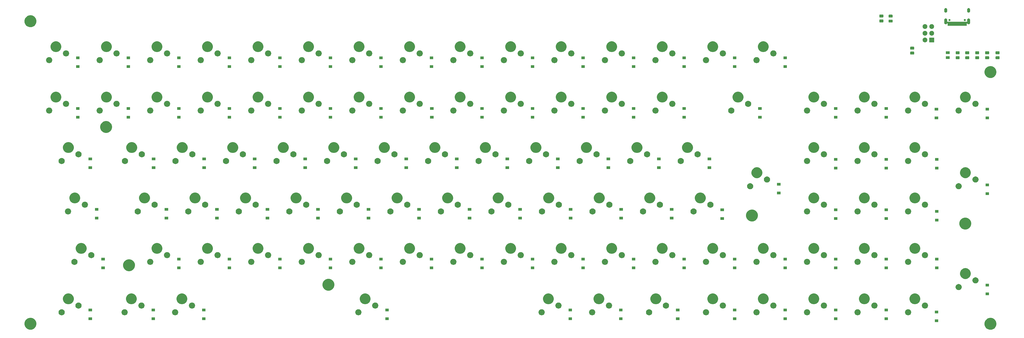
<source format=gbr>
G04 #@! TF.GenerationSoftware,KiCad,Pcbnew,(5.1.4)-1*
G04 #@! TF.CreationDate,2023-02-02T16:14:58+01:00*
G04 #@! TF.ProjectId,pcb,7063622e-6b69-4636-9164-5f7063625858,1.0*
G04 #@! TF.SameCoordinates,Original*
G04 #@! TF.FileFunction,Soldermask,Bot*
G04 #@! TF.FilePolarity,Negative*
%FSLAX46Y46*%
G04 Gerber Fmt 4.6, Leading zero omitted, Abs format (unit mm)*
G04 Created by KiCad (PCBNEW (5.1.4)-1) date 2023-02-02 16:14:58*
%MOMM*%
%LPD*%
G04 APERTURE LIST*
%ADD10C,0.100000*%
G04 APERTURE END LIST*
D10*
G36*
X388895880Y-236963776D02*
G01*
X389276593Y-237039504D01*
X389686249Y-237209189D01*
X390054929Y-237455534D01*
X390368466Y-237769071D01*
X390614811Y-238137751D01*
X390784496Y-238547407D01*
X390871000Y-238982296D01*
X390871000Y-239425704D01*
X390784496Y-239860593D01*
X390614811Y-240270249D01*
X390368466Y-240638929D01*
X390054929Y-240952466D01*
X389686249Y-241198811D01*
X389276593Y-241368496D01*
X388895880Y-241444224D01*
X388841705Y-241455000D01*
X388398295Y-241455000D01*
X388344120Y-241444224D01*
X387963407Y-241368496D01*
X387553751Y-241198811D01*
X387185071Y-240952466D01*
X386871534Y-240638929D01*
X386625189Y-240270249D01*
X386455504Y-239860593D01*
X386369000Y-239425704D01*
X386369000Y-238982296D01*
X386455504Y-238547407D01*
X386625189Y-238137751D01*
X386871534Y-237769071D01*
X387185071Y-237455534D01*
X387553751Y-237209189D01*
X387963407Y-237039504D01*
X388344120Y-236963776D01*
X388398295Y-236953000D01*
X388841705Y-236953000D01*
X388895880Y-236963776D01*
X388895880Y-236963776D01*
G37*
G36*
X26945880Y-236900776D02*
G01*
X27326593Y-236976504D01*
X27736249Y-237146189D01*
X28104929Y-237392534D01*
X28418466Y-237706071D01*
X28664811Y-238074751D01*
X28834496Y-238484407D01*
X28921000Y-238919296D01*
X28921000Y-239362704D01*
X28834496Y-239797593D01*
X28664811Y-240207249D01*
X28418466Y-240575929D01*
X28104929Y-240889466D01*
X27736249Y-241135811D01*
X27326593Y-241305496D01*
X26945880Y-241381224D01*
X26891705Y-241392000D01*
X26448295Y-241392000D01*
X26394120Y-241381224D01*
X26013407Y-241305496D01*
X25603751Y-241135811D01*
X25235071Y-240889466D01*
X24921534Y-240575929D01*
X24675189Y-240207249D01*
X24505504Y-239797593D01*
X24419000Y-239362704D01*
X24419000Y-238919296D01*
X24505504Y-238484407D01*
X24675189Y-238074751D01*
X24921534Y-237706071D01*
X25235071Y-237392534D01*
X25603751Y-237146189D01*
X26013407Y-236976504D01*
X26394120Y-236900776D01*
X26448295Y-236890000D01*
X26891705Y-236890000D01*
X26945880Y-236900776D01*
X26945880Y-236900776D01*
G37*
G36*
X368951000Y-238561000D02*
G01*
X367649000Y-238561000D01*
X367649000Y-237559000D01*
X368951000Y-237559000D01*
X368951000Y-238561000D01*
X368951000Y-238561000D01*
G37*
G36*
X349965000Y-237737000D02*
G01*
X348663000Y-237737000D01*
X348663000Y-236735000D01*
X349965000Y-236735000D01*
X349965000Y-237737000D01*
X349965000Y-237737000D01*
G37*
G36*
X330915000Y-237736000D02*
G01*
X329613000Y-237736000D01*
X329613000Y-236734000D01*
X330915000Y-236734000D01*
X330915000Y-237736000D01*
X330915000Y-237736000D01*
G37*
G36*
X311865000Y-237736000D02*
G01*
X310563000Y-237736000D01*
X310563000Y-236734000D01*
X311865000Y-236734000D01*
X311865000Y-237736000D01*
X311865000Y-237736000D01*
G37*
G36*
X292815000Y-237736000D02*
G01*
X291513000Y-237736000D01*
X291513000Y-236734000D01*
X292815000Y-236734000D01*
X292815000Y-237736000D01*
X292815000Y-237736000D01*
G37*
G36*
X271351000Y-237736000D02*
G01*
X270049000Y-237736000D01*
X270049000Y-236734000D01*
X271351000Y-236734000D01*
X271351000Y-237736000D01*
X271351000Y-237736000D01*
G37*
G36*
X249889000Y-237736000D02*
G01*
X248587000Y-237736000D01*
X248587000Y-236734000D01*
X249889000Y-236734000D01*
X249889000Y-237736000D01*
X249889000Y-237736000D01*
G37*
G36*
X230839000Y-237736000D02*
G01*
X229537000Y-237736000D01*
X229537000Y-236734000D01*
X230839000Y-236734000D01*
X230839000Y-237736000D01*
X230839000Y-237736000D01*
G37*
G36*
X161751000Y-237736000D02*
G01*
X160449000Y-237736000D01*
X160449000Y-236734000D01*
X161751000Y-236734000D01*
X161751000Y-237736000D01*
X161751000Y-237736000D01*
G37*
G36*
X92662500Y-237736000D02*
G01*
X91360500Y-237736000D01*
X91360500Y-236734000D01*
X92662500Y-236734000D01*
X92662500Y-237736000D01*
X92662500Y-237736000D01*
G37*
G36*
X49863500Y-237736000D02*
G01*
X48561500Y-237736000D01*
X48561500Y-236734000D01*
X49863500Y-236734000D01*
X49863500Y-237736000D01*
X49863500Y-237736000D01*
G37*
G36*
X73612500Y-237736000D02*
G01*
X72310500Y-237736000D01*
X72310500Y-236734000D01*
X73612500Y-236734000D01*
X73612500Y-237736000D01*
X73612500Y-237736000D01*
G37*
G36*
X281592549Y-233694116D02*
G01*
X281703734Y-233716232D01*
X281913203Y-233802997D01*
X282101720Y-233928960D01*
X282262040Y-234089280D01*
X282388003Y-234277797D01*
X282474768Y-234487266D01*
X282519000Y-234709636D01*
X282519000Y-234936364D01*
X282474768Y-235158734D01*
X282388003Y-235368203D01*
X282262040Y-235556720D01*
X282101720Y-235717040D01*
X281913203Y-235843003D01*
X281703734Y-235929768D01*
X281592549Y-235951884D01*
X281481365Y-235974000D01*
X281254635Y-235974000D01*
X281143451Y-235951884D01*
X281032266Y-235929768D01*
X280822797Y-235843003D01*
X280634280Y-235717040D01*
X280473960Y-235556720D01*
X280347997Y-235368203D01*
X280261232Y-235158734D01*
X280217000Y-234936364D01*
X280217000Y-234709636D01*
X280261232Y-234487266D01*
X280347997Y-234277797D01*
X280473960Y-234089280D01*
X280634280Y-233928960D01*
X280822797Y-233802997D01*
X281032266Y-233716232D01*
X281143451Y-233694116D01*
X281254635Y-233672000D01*
X281481365Y-233672000D01*
X281592549Y-233694116D01*
X281592549Y-233694116D01*
G37*
G36*
X260130549Y-233694116D02*
G01*
X260241734Y-233716232D01*
X260451203Y-233802997D01*
X260639720Y-233928960D01*
X260800040Y-234089280D01*
X260926003Y-234277797D01*
X261012768Y-234487266D01*
X261057000Y-234709636D01*
X261057000Y-234936364D01*
X261012768Y-235158734D01*
X260926003Y-235368203D01*
X260800040Y-235556720D01*
X260639720Y-235717040D01*
X260451203Y-235843003D01*
X260241734Y-235929768D01*
X260130549Y-235951884D01*
X260019365Y-235974000D01*
X259792635Y-235974000D01*
X259681451Y-235951884D01*
X259570266Y-235929768D01*
X259360797Y-235843003D01*
X259172280Y-235717040D01*
X259011960Y-235556720D01*
X258885997Y-235368203D01*
X258799232Y-235158734D01*
X258755000Y-234936364D01*
X258755000Y-234709636D01*
X258799232Y-234487266D01*
X258885997Y-234277797D01*
X259011960Y-234089280D01*
X259172280Y-233928960D01*
X259360797Y-233802997D01*
X259570266Y-233716232D01*
X259681451Y-233694116D01*
X259792635Y-233672000D01*
X260019365Y-233672000D01*
X260130549Y-233694116D01*
X260130549Y-233694116D01*
G37*
G36*
X319692549Y-233694116D02*
G01*
X319803734Y-233716232D01*
X320013203Y-233802997D01*
X320201720Y-233928960D01*
X320362040Y-234089280D01*
X320488003Y-234277797D01*
X320574768Y-234487266D01*
X320619000Y-234709636D01*
X320619000Y-234936364D01*
X320574768Y-235158734D01*
X320488003Y-235368203D01*
X320362040Y-235556720D01*
X320201720Y-235717040D01*
X320013203Y-235843003D01*
X319803734Y-235929768D01*
X319692549Y-235951884D01*
X319581365Y-235974000D01*
X319354635Y-235974000D01*
X319243451Y-235951884D01*
X319132266Y-235929768D01*
X318922797Y-235843003D01*
X318734280Y-235717040D01*
X318573960Y-235556720D01*
X318447997Y-235368203D01*
X318361232Y-235158734D01*
X318317000Y-234936364D01*
X318317000Y-234709636D01*
X318361232Y-234487266D01*
X318447997Y-234277797D01*
X318573960Y-234089280D01*
X318734280Y-233928960D01*
X318922797Y-233802997D01*
X319132266Y-233716232D01*
X319243451Y-233694116D01*
X319354635Y-233672000D01*
X319581365Y-233672000D01*
X319692549Y-233694116D01*
X319692549Y-233694116D01*
G37*
G36*
X357792549Y-233694116D02*
G01*
X357903734Y-233716232D01*
X358113203Y-233802997D01*
X358301720Y-233928960D01*
X358462040Y-234089280D01*
X358588003Y-234277797D01*
X358674768Y-234487266D01*
X358719000Y-234709636D01*
X358719000Y-234936364D01*
X358674768Y-235158734D01*
X358588003Y-235368203D01*
X358462040Y-235556720D01*
X358301720Y-235717040D01*
X358113203Y-235843003D01*
X357903734Y-235929768D01*
X357792549Y-235951884D01*
X357681365Y-235974000D01*
X357454635Y-235974000D01*
X357343451Y-235951884D01*
X357232266Y-235929768D01*
X357022797Y-235843003D01*
X356834280Y-235717040D01*
X356673960Y-235556720D01*
X356547997Y-235368203D01*
X356461232Y-235158734D01*
X356417000Y-234936364D01*
X356417000Y-234709636D01*
X356461232Y-234487266D01*
X356547997Y-234277797D01*
X356673960Y-234089280D01*
X356834280Y-233928960D01*
X357022797Y-233802997D01*
X357232266Y-233716232D01*
X357343451Y-233694116D01*
X357454635Y-233672000D01*
X357681365Y-233672000D01*
X357792549Y-233694116D01*
X357792549Y-233694116D01*
G37*
G36*
X62391049Y-233694116D02*
G01*
X62502234Y-233716232D01*
X62711703Y-233802997D01*
X62900220Y-233928960D01*
X63060540Y-234089280D01*
X63186503Y-234277797D01*
X63273268Y-234487266D01*
X63317500Y-234709636D01*
X63317500Y-234936364D01*
X63273268Y-235158734D01*
X63186503Y-235368203D01*
X63060540Y-235556720D01*
X62900220Y-235717040D01*
X62711703Y-235843003D01*
X62502234Y-235929768D01*
X62391049Y-235951884D01*
X62279865Y-235974000D01*
X62053135Y-235974000D01*
X61941951Y-235951884D01*
X61830766Y-235929768D01*
X61621297Y-235843003D01*
X61432780Y-235717040D01*
X61272460Y-235556720D01*
X61146497Y-235368203D01*
X61059732Y-235158734D01*
X61015500Y-234936364D01*
X61015500Y-234709636D01*
X61059732Y-234487266D01*
X61146497Y-234277797D01*
X61272460Y-234089280D01*
X61432780Y-233928960D01*
X61621297Y-233802997D01*
X61830766Y-233716232D01*
X61941951Y-233694116D01*
X62053135Y-233672000D01*
X62279865Y-233672000D01*
X62391049Y-233694116D01*
X62391049Y-233694116D01*
G37*
G36*
X81441049Y-233694116D02*
G01*
X81552234Y-233716232D01*
X81761703Y-233802997D01*
X81950220Y-233928960D01*
X82110540Y-234089280D01*
X82236503Y-234277797D01*
X82323268Y-234487266D01*
X82367500Y-234709636D01*
X82367500Y-234936364D01*
X82323268Y-235158734D01*
X82236503Y-235368203D01*
X82110540Y-235556720D01*
X81950220Y-235717040D01*
X81761703Y-235843003D01*
X81552234Y-235929768D01*
X81441049Y-235951884D01*
X81329865Y-235974000D01*
X81103135Y-235974000D01*
X80991951Y-235951884D01*
X80880766Y-235929768D01*
X80671297Y-235843003D01*
X80482780Y-235717040D01*
X80322460Y-235556720D01*
X80196497Y-235368203D01*
X80109732Y-235158734D01*
X80065500Y-234936364D01*
X80065500Y-234709636D01*
X80109732Y-234487266D01*
X80196497Y-234277797D01*
X80322460Y-234089280D01*
X80482780Y-233928960D01*
X80671297Y-233802997D01*
X80880766Y-233716232D01*
X80991951Y-233694116D01*
X81103135Y-233672000D01*
X81329865Y-233672000D01*
X81441049Y-233694116D01*
X81441049Y-233694116D01*
G37*
G36*
X219616549Y-233694116D02*
G01*
X219727734Y-233716232D01*
X219937203Y-233802997D01*
X220125720Y-233928960D01*
X220286040Y-234089280D01*
X220412003Y-234277797D01*
X220498768Y-234487266D01*
X220543000Y-234709636D01*
X220543000Y-234936364D01*
X220498768Y-235158734D01*
X220412003Y-235368203D01*
X220286040Y-235556720D01*
X220125720Y-235717040D01*
X219937203Y-235843003D01*
X219727734Y-235929768D01*
X219616549Y-235951884D01*
X219505365Y-235974000D01*
X219278635Y-235974000D01*
X219167451Y-235951884D01*
X219056266Y-235929768D01*
X218846797Y-235843003D01*
X218658280Y-235717040D01*
X218497960Y-235556720D01*
X218371997Y-235368203D01*
X218285232Y-235158734D01*
X218241000Y-234936364D01*
X218241000Y-234709636D01*
X218285232Y-234487266D01*
X218371997Y-234277797D01*
X218497960Y-234089280D01*
X218658280Y-233928960D01*
X218846797Y-233802997D01*
X219056266Y-233716232D01*
X219167451Y-233694116D01*
X219278635Y-233672000D01*
X219505365Y-233672000D01*
X219616549Y-233694116D01*
X219616549Y-233694116D01*
G37*
G36*
X238666549Y-233694116D02*
G01*
X238777734Y-233716232D01*
X238987203Y-233802997D01*
X239175720Y-233928960D01*
X239336040Y-234089280D01*
X239462003Y-234277797D01*
X239548768Y-234487266D01*
X239593000Y-234709636D01*
X239593000Y-234936364D01*
X239548768Y-235158734D01*
X239462003Y-235368203D01*
X239336040Y-235556720D01*
X239175720Y-235717040D01*
X238987203Y-235843003D01*
X238777734Y-235929768D01*
X238666549Y-235951884D01*
X238555365Y-235974000D01*
X238328635Y-235974000D01*
X238217451Y-235951884D01*
X238106266Y-235929768D01*
X237896797Y-235843003D01*
X237708280Y-235717040D01*
X237547960Y-235556720D01*
X237421997Y-235368203D01*
X237335232Y-235158734D01*
X237291000Y-234936364D01*
X237291000Y-234709636D01*
X237335232Y-234487266D01*
X237421997Y-234277797D01*
X237547960Y-234089280D01*
X237708280Y-233928960D01*
X237896797Y-233802997D01*
X238106266Y-233716232D01*
X238217451Y-233694116D01*
X238328635Y-233672000D01*
X238555365Y-233672000D01*
X238666549Y-233694116D01*
X238666549Y-233694116D01*
G37*
G36*
X300642549Y-233694116D02*
G01*
X300753734Y-233716232D01*
X300963203Y-233802997D01*
X301151720Y-233928960D01*
X301312040Y-234089280D01*
X301438003Y-234277797D01*
X301524768Y-234487266D01*
X301569000Y-234709636D01*
X301569000Y-234936364D01*
X301524768Y-235158734D01*
X301438003Y-235368203D01*
X301312040Y-235556720D01*
X301151720Y-235717040D01*
X300963203Y-235843003D01*
X300753734Y-235929768D01*
X300642549Y-235951884D01*
X300531365Y-235974000D01*
X300304635Y-235974000D01*
X300193451Y-235951884D01*
X300082266Y-235929768D01*
X299872797Y-235843003D01*
X299684280Y-235717040D01*
X299523960Y-235556720D01*
X299397997Y-235368203D01*
X299311232Y-235158734D01*
X299267000Y-234936364D01*
X299267000Y-234709636D01*
X299311232Y-234487266D01*
X299397997Y-234277797D01*
X299523960Y-234089280D01*
X299684280Y-233928960D01*
X299872797Y-233802997D01*
X300082266Y-233716232D01*
X300193451Y-233694116D01*
X300304635Y-233672000D01*
X300531365Y-233672000D01*
X300642549Y-233694116D01*
X300642549Y-233694116D01*
G37*
G36*
X338742549Y-233694116D02*
G01*
X338853734Y-233716232D01*
X339063203Y-233802997D01*
X339251720Y-233928960D01*
X339412040Y-234089280D01*
X339538003Y-234277797D01*
X339624768Y-234487266D01*
X339669000Y-234709636D01*
X339669000Y-234936364D01*
X339624768Y-235158734D01*
X339538003Y-235368203D01*
X339412040Y-235556720D01*
X339251720Y-235717040D01*
X339063203Y-235843003D01*
X338853734Y-235929768D01*
X338742549Y-235951884D01*
X338631365Y-235974000D01*
X338404635Y-235974000D01*
X338293451Y-235951884D01*
X338182266Y-235929768D01*
X337972797Y-235843003D01*
X337784280Y-235717040D01*
X337623960Y-235556720D01*
X337497997Y-235368203D01*
X337411232Y-235158734D01*
X337367000Y-234936364D01*
X337367000Y-234709636D01*
X337411232Y-234487266D01*
X337497997Y-234277797D01*
X337623960Y-234089280D01*
X337784280Y-233928960D01*
X337972797Y-233802997D01*
X338182266Y-233716232D01*
X338293451Y-233694116D01*
X338404635Y-233672000D01*
X338631365Y-233672000D01*
X338742549Y-233694116D01*
X338742549Y-233694116D01*
G37*
G36*
X38642049Y-233694116D02*
G01*
X38753234Y-233716232D01*
X38962703Y-233802997D01*
X39151220Y-233928960D01*
X39311540Y-234089280D01*
X39437503Y-234277797D01*
X39524268Y-234487266D01*
X39568500Y-234709636D01*
X39568500Y-234936364D01*
X39524268Y-235158734D01*
X39437503Y-235368203D01*
X39311540Y-235556720D01*
X39151220Y-235717040D01*
X38962703Y-235843003D01*
X38753234Y-235929768D01*
X38642049Y-235951884D01*
X38530865Y-235974000D01*
X38304135Y-235974000D01*
X38192951Y-235951884D01*
X38081766Y-235929768D01*
X37872297Y-235843003D01*
X37683780Y-235717040D01*
X37523460Y-235556720D01*
X37397497Y-235368203D01*
X37310732Y-235158734D01*
X37266500Y-234936364D01*
X37266500Y-234709636D01*
X37310732Y-234487266D01*
X37397497Y-234277797D01*
X37523460Y-234089280D01*
X37683780Y-233928960D01*
X37872297Y-233802997D01*
X38081766Y-233716232D01*
X38192951Y-233694116D01*
X38304135Y-233672000D01*
X38530865Y-233672000D01*
X38642049Y-233694116D01*
X38642049Y-233694116D01*
G37*
G36*
X150528549Y-233694116D02*
G01*
X150639734Y-233716232D01*
X150849203Y-233802997D01*
X151037720Y-233928960D01*
X151198040Y-234089280D01*
X151324003Y-234277797D01*
X151410768Y-234487266D01*
X151455000Y-234709636D01*
X151455000Y-234936364D01*
X151410768Y-235158734D01*
X151324003Y-235368203D01*
X151198040Y-235556720D01*
X151037720Y-235717040D01*
X150849203Y-235843003D01*
X150639734Y-235929768D01*
X150528549Y-235951884D01*
X150417365Y-235974000D01*
X150190635Y-235974000D01*
X150079451Y-235951884D01*
X149968266Y-235929768D01*
X149758797Y-235843003D01*
X149570280Y-235717040D01*
X149409960Y-235556720D01*
X149283997Y-235368203D01*
X149197232Y-235158734D01*
X149153000Y-234936364D01*
X149153000Y-234709636D01*
X149197232Y-234487266D01*
X149283997Y-234277797D01*
X149409960Y-234089280D01*
X149570280Y-233928960D01*
X149758797Y-233802997D01*
X149968266Y-233716232D01*
X150079451Y-233694116D01*
X150190635Y-233672000D01*
X150417365Y-233672000D01*
X150528549Y-233694116D01*
X150528549Y-233694116D01*
G37*
G36*
X368951000Y-235261000D02*
G01*
X367649000Y-235261000D01*
X367649000Y-234259000D01*
X368951000Y-234259000D01*
X368951000Y-235261000D01*
X368951000Y-235261000D01*
G37*
G36*
X349965000Y-234437000D02*
G01*
X348663000Y-234437000D01*
X348663000Y-233435000D01*
X349965000Y-233435000D01*
X349965000Y-234437000D01*
X349965000Y-234437000D01*
G37*
G36*
X49863500Y-234436000D02*
G01*
X48561500Y-234436000D01*
X48561500Y-233434000D01*
X49863500Y-233434000D01*
X49863500Y-234436000D01*
X49863500Y-234436000D01*
G37*
G36*
X73612500Y-234436000D02*
G01*
X72310500Y-234436000D01*
X72310500Y-233434000D01*
X73612500Y-233434000D01*
X73612500Y-234436000D01*
X73612500Y-234436000D01*
G37*
G36*
X92662500Y-234436000D02*
G01*
X91360500Y-234436000D01*
X91360500Y-233434000D01*
X92662500Y-233434000D01*
X92662500Y-234436000D01*
X92662500Y-234436000D01*
G37*
G36*
X330915000Y-234436000D02*
G01*
X329613000Y-234436000D01*
X329613000Y-233434000D01*
X330915000Y-233434000D01*
X330915000Y-234436000D01*
X330915000Y-234436000D01*
G37*
G36*
X161751000Y-234436000D02*
G01*
X160449000Y-234436000D01*
X160449000Y-233434000D01*
X161751000Y-233434000D01*
X161751000Y-234436000D01*
X161751000Y-234436000D01*
G37*
G36*
X230839000Y-234436000D02*
G01*
X229537000Y-234436000D01*
X229537000Y-233434000D01*
X230839000Y-233434000D01*
X230839000Y-234436000D01*
X230839000Y-234436000D01*
G37*
G36*
X292815000Y-234436000D02*
G01*
X291513000Y-234436000D01*
X291513000Y-233434000D01*
X292815000Y-233434000D01*
X292815000Y-234436000D01*
X292815000Y-234436000D01*
G37*
G36*
X249889000Y-234436000D02*
G01*
X248587000Y-234436000D01*
X248587000Y-233434000D01*
X249889000Y-233434000D01*
X249889000Y-234436000D01*
X249889000Y-234436000D01*
G37*
G36*
X271351000Y-234436000D02*
G01*
X270049000Y-234436000D01*
X270049000Y-233434000D01*
X271351000Y-233434000D01*
X271351000Y-234436000D01*
X271351000Y-234436000D01*
G37*
G36*
X311865000Y-234436000D02*
G01*
X310563000Y-234436000D01*
X310563000Y-233434000D01*
X311865000Y-233434000D01*
X311865000Y-234436000D01*
X311865000Y-234436000D01*
G37*
G36*
X156878549Y-231154116D02*
G01*
X156989734Y-231176232D01*
X157199203Y-231262997D01*
X157387720Y-231388960D01*
X157548040Y-231549280D01*
X157674003Y-231737797D01*
X157760768Y-231947266D01*
X157805000Y-232169636D01*
X157805000Y-232396364D01*
X157760768Y-232618734D01*
X157674003Y-232828203D01*
X157548040Y-233016720D01*
X157387720Y-233177040D01*
X157199203Y-233303003D01*
X156989734Y-233389768D01*
X156878549Y-233411884D01*
X156767365Y-233434000D01*
X156540635Y-233434000D01*
X156429451Y-233411884D01*
X156318266Y-233389768D01*
X156108797Y-233303003D01*
X155920280Y-233177040D01*
X155759960Y-233016720D01*
X155633997Y-232828203D01*
X155547232Y-232618734D01*
X155503000Y-232396364D01*
X155503000Y-232169636D01*
X155547232Y-231947266D01*
X155633997Y-231737797D01*
X155759960Y-231549280D01*
X155920280Y-231388960D01*
X156108797Y-231262997D01*
X156318266Y-231176232D01*
X156429451Y-231154116D01*
X156540635Y-231132000D01*
X156767365Y-231132000D01*
X156878549Y-231154116D01*
X156878549Y-231154116D01*
G37*
G36*
X225966549Y-231154116D02*
G01*
X226077734Y-231176232D01*
X226287203Y-231262997D01*
X226475720Y-231388960D01*
X226636040Y-231549280D01*
X226762003Y-231737797D01*
X226848768Y-231947266D01*
X226893000Y-232169636D01*
X226893000Y-232396364D01*
X226848768Y-232618734D01*
X226762003Y-232828203D01*
X226636040Y-233016720D01*
X226475720Y-233177040D01*
X226287203Y-233303003D01*
X226077734Y-233389768D01*
X225966549Y-233411884D01*
X225855365Y-233434000D01*
X225628635Y-233434000D01*
X225517451Y-233411884D01*
X225406266Y-233389768D01*
X225196797Y-233303003D01*
X225008280Y-233177040D01*
X224847960Y-233016720D01*
X224721997Y-232828203D01*
X224635232Y-232618734D01*
X224591000Y-232396364D01*
X224591000Y-232169636D01*
X224635232Y-231947266D01*
X224721997Y-231737797D01*
X224847960Y-231549280D01*
X225008280Y-231388960D01*
X225196797Y-231262997D01*
X225406266Y-231176232D01*
X225517451Y-231154116D01*
X225628635Y-231132000D01*
X225855365Y-231132000D01*
X225966549Y-231154116D01*
X225966549Y-231154116D01*
G37*
G36*
X87791049Y-231154116D02*
G01*
X87902234Y-231176232D01*
X88111703Y-231262997D01*
X88300220Y-231388960D01*
X88460540Y-231549280D01*
X88586503Y-231737797D01*
X88673268Y-231947266D01*
X88717500Y-232169636D01*
X88717500Y-232396364D01*
X88673268Y-232618734D01*
X88586503Y-232828203D01*
X88460540Y-233016720D01*
X88300220Y-233177040D01*
X88111703Y-233303003D01*
X87902234Y-233389768D01*
X87791049Y-233411884D01*
X87679865Y-233434000D01*
X87453135Y-233434000D01*
X87341951Y-233411884D01*
X87230766Y-233389768D01*
X87021297Y-233303003D01*
X86832780Y-233177040D01*
X86672460Y-233016720D01*
X86546497Y-232828203D01*
X86459732Y-232618734D01*
X86415500Y-232396364D01*
X86415500Y-232169636D01*
X86459732Y-231947266D01*
X86546497Y-231737797D01*
X86672460Y-231549280D01*
X86832780Y-231388960D01*
X87021297Y-231262997D01*
X87230766Y-231176232D01*
X87341951Y-231154116D01*
X87453135Y-231132000D01*
X87679865Y-231132000D01*
X87791049Y-231154116D01*
X87791049Y-231154116D01*
G37*
G36*
X68741049Y-231154116D02*
G01*
X68852234Y-231176232D01*
X69061703Y-231262997D01*
X69250220Y-231388960D01*
X69410540Y-231549280D01*
X69536503Y-231737797D01*
X69623268Y-231947266D01*
X69667500Y-232169636D01*
X69667500Y-232396364D01*
X69623268Y-232618734D01*
X69536503Y-232828203D01*
X69410540Y-233016720D01*
X69250220Y-233177040D01*
X69061703Y-233303003D01*
X68852234Y-233389768D01*
X68741049Y-233411884D01*
X68629865Y-233434000D01*
X68403135Y-233434000D01*
X68291951Y-233411884D01*
X68180766Y-233389768D01*
X67971297Y-233303003D01*
X67782780Y-233177040D01*
X67622460Y-233016720D01*
X67496497Y-232828203D01*
X67409732Y-232618734D01*
X67365500Y-232396364D01*
X67365500Y-232169636D01*
X67409732Y-231947266D01*
X67496497Y-231737797D01*
X67622460Y-231549280D01*
X67782780Y-231388960D01*
X67971297Y-231262997D01*
X68180766Y-231176232D01*
X68291951Y-231154116D01*
X68403135Y-231132000D01*
X68629865Y-231132000D01*
X68741049Y-231154116D01*
X68741049Y-231154116D01*
G37*
G36*
X245016549Y-231154116D02*
G01*
X245127734Y-231176232D01*
X245337203Y-231262997D01*
X245525720Y-231388960D01*
X245686040Y-231549280D01*
X245812003Y-231737797D01*
X245898768Y-231947266D01*
X245943000Y-232169636D01*
X245943000Y-232396364D01*
X245898768Y-232618734D01*
X245812003Y-232828203D01*
X245686040Y-233016720D01*
X245525720Y-233177040D01*
X245337203Y-233303003D01*
X245127734Y-233389768D01*
X245016549Y-233411884D01*
X244905365Y-233434000D01*
X244678635Y-233434000D01*
X244567451Y-233411884D01*
X244456266Y-233389768D01*
X244246797Y-233303003D01*
X244058280Y-233177040D01*
X243897960Y-233016720D01*
X243771997Y-232828203D01*
X243685232Y-232618734D01*
X243641000Y-232396364D01*
X243641000Y-232169636D01*
X243685232Y-231947266D01*
X243771997Y-231737797D01*
X243897960Y-231549280D01*
X244058280Y-231388960D01*
X244246797Y-231262997D01*
X244456266Y-231176232D01*
X244567451Y-231154116D01*
X244678635Y-231132000D01*
X244905365Y-231132000D01*
X245016549Y-231154116D01*
X245016549Y-231154116D01*
G37*
G36*
X287942549Y-231154116D02*
G01*
X288053734Y-231176232D01*
X288263203Y-231262997D01*
X288451720Y-231388960D01*
X288612040Y-231549280D01*
X288738003Y-231737797D01*
X288824768Y-231947266D01*
X288869000Y-232169636D01*
X288869000Y-232396364D01*
X288824768Y-232618734D01*
X288738003Y-232828203D01*
X288612040Y-233016720D01*
X288451720Y-233177040D01*
X288263203Y-233303003D01*
X288053734Y-233389768D01*
X287942549Y-233411884D01*
X287831365Y-233434000D01*
X287604635Y-233434000D01*
X287493451Y-233411884D01*
X287382266Y-233389768D01*
X287172797Y-233303003D01*
X286984280Y-233177040D01*
X286823960Y-233016720D01*
X286697997Y-232828203D01*
X286611232Y-232618734D01*
X286567000Y-232396364D01*
X286567000Y-232169636D01*
X286611232Y-231947266D01*
X286697997Y-231737797D01*
X286823960Y-231549280D01*
X286984280Y-231388960D01*
X287172797Y-231262997D01*
X287382266Y-231176232D01*
X287493451Y-231154116D01*
X287604635Y-231132000D01*
X287831365Y-231132000D01*
X287942549Y-231154116D01*
X287942549Y-231154116D01*
G37*
G36*
X266480549Y-231154116D02*
G01*
X266591734Y-231176232D01*
X266801203Y-231262997D01*
X266989720Y-231388960D01*
X267150040Y-231549280D01*
X267276003Y-231737797D01*
X267362768Y-231947266D01*
X267407000Y-232169636D01*
X267407000Y-232396364D01*
X267362768Y-232618734D01*
X267276003Y-232828203D01*
X267150040Y-233016720D01*
X266989720Y-233177040D01*
X266801203Y-233303003D01*
X266591734Y-233389768D01*
X266480549Y-233411884D01*
X266369365Y-233434000D01*
X266142635Y-233434000D01*
X266031451Y-233411884D01*
X265920266Y-233389768D01*
X265710797Y-233303003D01*
X265522280Y-233177040D01*
X265361960Y-233016720D01*
X265235997Y-232828203D01*
X265149232Y-232618734D01*
X265105000Y-232396364D01*
X265105000Y-232169636D01*
X265149232Y-231947266D01*
X265235997Y-231737797D01*
X265361960Y-231549280D01*
X265522280Y-231388960D01*
X265710797Y-231262997D01*
X265920266Y-231176232D01*
X266031451Y-231154116D01*
X266142635Y-231132000D01*
X266369365Y-231132000D01*
X266480549Y-231154116D01*
X266480549Y-231154116D01*
G37*
G36*
X326042549Y-231154116D02*
G01*
X326153734Y-231176232D01*
X326363203Y-231262997D01*
X326551720Y-231388960D01*
X326712040Y-231549280D01*
X326838003Y-231737797D01*
X326924768Y-231947266D01*
X326969000Y-232169636D01*
X326969000Y-232396364D01*
X326924768Y-232618734D01*
X326838003Y-232828203D01*
X326712040Y-233016720D01*
X326551720Y-233177040D01*
X326363203Y-233303003D01*
X326153734Y-233389768D01*
X326042549Y-233411884D01*
X325931365Y-233434000D01*
X325704635Y-233434000D01*
X325593451Y-233411884D01*
X325482266Y-233389768D01*
X325272797Y-233303003D01*
X325084280Y-233177040D01*
X324923960Y-233016720D01*
X324797997Y-232828203D01*
X324711232Y-232618734D01*
X324667000Y-232396364D01*
X324667000Y-232169636D01*
X324711232Y-231947266D01*
X324797997Y-231737797D01*
X324923960Y-231549280D01*
X325084280Y-231388960D01*
X325272797Y-231262997D01*
X325482266Y-231176232D01*
X325593451Y-231154116D01*
X325704635Y-231132000D01*
X325931365Y-231132000D01*
X326042549Y-231154116D01*
X326042549Y-231154116D01*
G37*
G36*
X44992049Y-231154116D02*
G01*
X45103234Y-231176232D01*
X45312703Y-231262997D01*
X45501220Y-231388960D01*
X45661540Y-231549280D01*
X45787503Y-231737797D01*
X45874268Y-231947266D01*
X45918500Y-232169636D01*
X45918500Y-232396364D01*
X45874268Y-232618734D01*
X45787503Y-232828203D01*
X45661540Y-233016720D01*
X45501220Y-233177040D01*
X45312703Y-233303003D01*
X45103234Y-233389768D01*
X44992049Y-233411884D01*
X44880865Y-233434000D01*
X44654135Y-233434000D01*
X44542951Y-233411884D01*
X44431766Y-233389768D01*
X44222297Y-233303003D01*
X44033780Y-233177040D01*
X43873460Y-233016720D01*
X43747497Y-232828203D01*
X43660732Y-232618734D01*
X43616500Y-232396364D01*
X43616500Y-232169636D01*
X43660732Y-231947266D01*
X43747497Y-231737797D01*
X43873460Y-231549280D01*
X44033780Y-231388960D01*
X44222297Y-231262997D01*
X44431766Y-231176232D01*
X44542951Y-231154116D01*
X44654135Y-231132000D01*
X44880865Y-231132000D01*
X44992049Y-231154116D01*
X44992049Y-231154116D01*
G37*
G36*
X345092549Y-231154116D02*
G01*
X345203734Y-231176232D01*
X345413203Y-231262997D01*
X345601720Y-231388960D01*
X345762040Y-231549280D01*
X345888003Y-231737797D01*
X345974768Y-231947266D01*
X346019000Y-232169636D01*
X346019000Y-232396364D01*
X345974768Y-232618734D01*
X345888003Y-232828203D01*
X345762040Y-233016720D01*
X345601720Y-233177040D01*
X345413203Y-233303003D01*
X345203734Y-233389768D01*
X345092549Y-233411884D01*
X344981365Y-233434000D01*
X344754635Y-233434000D01*
X344643451Y-233411884D01*
X344532266Y-233389768D01*
X344322797Y-233303003D01*
X344134280Y-233177040D01*
X343973960Y-233016720D01*
X343847997Y-232828203D01*
X343761232Y-232618734D01*
X343717000Y-232396364D01*
X343717000Y-232169636D01*
X343761232Y-231947266D01*
X343847997Y-231737797D01*
X343973960Y-231549280D01*
X344134280Y-231388960D01*
X344322797Y-231262997D01*
X344532266Y-231176232D01*
X344643451Y-231154116D01*
X344754635Y-231132000D01*
X344981365Y-231132000D01*
X345092549Y-231154116D01*
X345092549Y-231154116D01*
G37*
G36*
X364142549Y-231154116D02*
G01*
X364253734Y-231176232D01*
X364463203Y-231262997D01*
X364651720Y-231388960D01*
X364812040Y-231549280D01*
X364938003Y-231737797D01*
X365024768Y-231947266D01*
X365069000Y-232169636D01*
X365069000Y-232396364D01*
X365024768Y-232618734D01*
X364938003Y-232828203D01*
X364812040Y-233016720D01*
X364651720Y-233177040D01*
X364463203Y-233303003D01*
X364253734Y-233389768D01*
X364142549Y-233411884D01*
X364031365Y-233434000D01*
X363804635Y-233434000D01*
X363693451Y-233411884D01*
X363582266Y-233389768D01*
X363372797Y-233303003D01*
X363184280Y-233177040D01*
X363023960Y-233016720D01*
X362897997Y-232828203D01*
X362811232Y-232618734D01*
X362767000Y-232396364D01*
X362767000Y-232169636D01*
X362811232Y-231947266D01*
X362897997Y-231737797D01*
X363023960Y-231549280D01*
X363184280Y-231388960D01*
X363372797Y-231262997D01*
X363582266Y-231176232D01*
X363693451Y-231154116D01*
X363804635Y-231132000D01*
X364031365Y-231132000D01*
X364142549Y-231154116D01*
X364142549Y-231154116D01*
G37*
G36*
X306992549Y-231154116D02*
G01*
X307103734Y-231176232D01*
X307313203Y-231262997D01*
X307501720Y-231388960D01*
X307662040Y-231549280D01*
X307788003Y-231737797D01*
X307874768Y-231947266D01*
X307919000Y-232169636D01*
X307919000Y-232396364D01*
X307874768Y-232618734D01*
X307788003Y-232828203D01*
X307662040Y-233016720D01*
X307501720Y-233177040D01*
X307313203Y-233303003D01*
X307103734Y-233389768D01*
X306992549Y-233411884D01*
X306881365Y-233434000D01*
X306654635Y-233434000D01*
X306543451Y-233411884D01*
X306432266Y-233389768D01*
X306222797Y-233303003D01*
X306034280Y-233177040D01*
X305873960Y-233016720D01*
X305747997Y-232828203D01*
X305661232Y-232618734D01*
X305617000Y-232396364D01*
X305617000Y-232169636D01*
X305661232Y-231947266D01*
X305747997Y-231737797D01*
X305873960Y-231549280D01*
X306034280Y-231388960D01*
X306222797Y-231262997D01*
X306432266Y-231176232D01*
X306543451Y-231154116D01*
X306654635Y-231132000D01*
X306881365Y-231132000D01*
X306992549Y-231154116D01*
X306992549Y-231154116D01*
G37*
G36*
X322606254Y-227770818D02*
G01*
X322979511Y-227925426D01*
X322979513Y-227925427D01*
X323315436Y-228149884D01*
X323601116Y-228435564D01*
X323825574Y-228771489D01*
X323980182Y-229144746D01*
X324059000Y-229540993D01*
X324059000Y-229945007D01*
X323980182Y-230341254D01*
X323825574Y-230714511D01*
X323825573Y-230714513D01*
X323601116Y-231050436D01*
X323315436Y-231336116D01*
X322979513Y-231560573D01*
X322979512Y-231560574D01*
X322979511Y-231560574D01*
X322606254Y-231715182D01*
X322210007Y-231794000D01*
X321805993Y-231794000D01*
X321409746Y-231715182D01*
X321036489Y-231560574D01*
X321036488Y-231560574D01*
X321036487Y-231560573D01*
X320700564Y-231336116D01*
X320414884Y-231050436D01*
X320190427Y-230714513D01*
X320190426Y-230714511D01*
X320035818Y-230341254D01*
X319957000Y-229945007D01*
X319957000Y-229540993D01*
X320035818Y-229144746D01*
X320190426Y-228771489D01*
X320414884Y-228435564D01*
X320700564Y-228149884D01*
X321036487Y-227925427D01*
X321036489Y-227925426D01*
X321409746Y-227770818D01*
X321805993Y-227692000D01*
X322210007Y-227692000D01*
X322606254Y-227770818D01*
X322606254Y-227770818D01*
G37*
G36*
X84354754Y-227770818D02*
G01*
X84728011Y-227925426D01*
X84728013Y-227925427D01*
X85063936Y-228149884D01*
X85349616Y-228435564D01*
X85574074Y-228771489D01*
X85728682Y-229144746D01*
X85807500Y-229540993D01*
X85807500Y-229945007D01*
X85728682Y-230341254D01*
X85574074Y-230714511D01*
X85574073Y-230714513D01*
X85349616Y-231050436D01*
X85063936Y-231336116D01*
X84728013Y-231560573D01*
X84728012Y-231560574D01*
X84728011Y-231560574D01*
X84354754Y-231715182D01*
X83958507Y-231794000D01*
X83554493Y-231794000D01*
X83158246Y-231715182D01*
X82784989Y-231560574D01*
X82784988Y-231560574D01*
X82784987Y-231560573D01*
X82449064Y-231336116D01*
X82163384Y-231050436D01*
X81938927Y-230714513D01*
X81938926Y-230714511D01*
X81784318Y-230341254D01*
X81705500Y-229945007D01*
X81705500Y-229540993D01*
X81784318Y-229144746D01*
X81938926Y-228771489D01*
X82163384Y-228435564D01*
X82449064Y-228149884D01*
X82784987Y-227925427D01*
X82784989Y-227925426D01*
X83158246Y-227770818D01*
X83554493Y-227692000D01*
X83958507Y-227692000D01*
X84354754Y-227770818D01*
X84354754Y-227770818D01*
G37*
G36*
X222530254Y-227770818D02*
G01*
X222903511Y-227925426D01*
X222903513Y-227925427D01*
X223239436Y-228149884D01*
X223525116Y-228435564D01*
X223749574Y-228771489D01*
X223904182Y-229144746D01*
X223983000Y-229540993D01*
X223983000Y-229945007D01*
X223904182Y-230341254D01*
X223749574Y-230714511D01*
X223749573Y-230714513D01*
X223525116Y-231050436D01*
X223239436Y-231336116D01*
X222903513Y-231560573D01*
X222903512Y-231560574D01*
X222903511Y-231560574D01*
X222530254Y-231715182D01*
X222134007Y-231794000D01*
X221729993Y-231794000D01*
X221333746Y-231715182D01*
X220960489Y-231560574D01*
X220960488Y-231560574D01*
X220960487Y-231560573D01*
X220624564Y-231336116D01*
X220338884Y-231050436D01*
X220114427Y-230714513D01*
X220114426Y-230714511D01*
X219959818Y-230341254D01*
X219881000Y-229945007D01*
X219881000Y-229540993D01*
X219959818Y-229144746D01*
X220114426Y-228771489D01*
X220338884Y-228435564D01*
X220624564Y-228149884D01*
X220960487Y-227925427D01*
X220960489Y-227925426D01*
X221333746Y-227770818D01*
X221729993Y-227692000D01*
X222134007Y-227692000D01*
X222530254Y-227770818D01*
X222530254Y-227770818D01*
G37*
G36*
X65304754Y-227770818D02*
G01*
X65678011Y-227925426D01*
X65678013Y-227925427D01*
X66013936Y-228149884D01*
X66299616Y-228435564D01*
X66524074Y-228771489D01*
X66678682Y-229144746D01*
X66757500Y-229540993D01*
X66757500Y-229945007D01*
X66678682Y-230341254D01*
X66524074Y-230714511D01*
X66524073Y-230714513D01*
X66299616Y-231050436D01*
X66013936Y-231336116D01*
X65678013Y-231560573D01*
X65678012Y-231560574D01*
X65678011Y-231560574D01*
X65304754Y-231715182D01*
X64908507Y-231794000D01*
X64504493Y-231794000D01*
X64108246Y-231715182D01*
X63734989Y-231560574D01*
X63734988Y-231560574D01*
X63734987Y-231560573D01*
X63399064Y-231336116D01*
X63113384Y-231050436D01*
X62888927Y-230714513D01*
X62888926Y-230714511D01*
X62734318Y-230341254D01*
X62655500Y-229945007D01*
X62655500Y-229540993D01*
X62734318Y-229144746D01*
X62888926Y-228771489D01*
X63113384Y-228435564D01*
X63399064Y-228149884D01*
X63734987Y-227925427D01*
X63734989Y-227925426D01*
X64108246Y-227770818D01*
X64504493Y-227692000D01*
X64908507Y-227692000D01*
X65304754Y-227770818D01*
X65304754Y-227770818D01*
G37*
G36*
X241580254Y-227770818D02*
G01*
X241953511Y-227925426D01*
X241953513Y-227925427D01*
X242289436Y-228149884D01*
X242575116Y-228435564D01*
X242799574Y-228771489D01*
X242954182Y-229144746D01*
X243033000Y-229540993D01*
X243033000Y-229945007D01*
X242954182Y-230341254D01*
X242799574Y-230714511D01*
X242799573Y-230714513D01*
X242575116Y-231050436D01*
X242289436Y-231336116D01*
X241953513Y-231560573D01*
X241953512Y-231560574D01*
X241953511Y-231560574D01*
X241580254Y-231715182D01*
X241184007Y-231794000D01*
X240779993Y-231794000D01*
X240383746Y-231715182D01*
X240010489Y-231560574D01*
X240010488Y-231560574D01*
X240010487Y-231560573D01*
X239674564Y-231336116D01*
X239388884Y-231050436D01*
X239164427Y-230714513D01*
X239164426Y-230714511D01*
X239009818Y-230341254D01*
X238931000Y-229945007D01*
X238931000Y-229540993D01*
X239009818Y-229144746D01*
X239164426Y-228771489D01*
X239388884Y-228435564D01*
X239674564Y-228149884D01*
X240010487Y-227925427D01*
X240010489Y-227925426D01*
X240383746Y-227770818D01*
X240779993Y-227692000D01*
X241184007Y-227692000D01*
X241580254Y-227770818D01*
X241580254Y-227770818D01*
G37*
G36*
X284506254Y-227770818D02*
G01*
X284879511Y-227925426D01*
X284879513Y-227925427D01*
X285215436Y-228149884D01*
X285501116Y-228435564D01*
X285725574Y-228771489D01*
X285880182Y-229144746D01*
X285959000Y-229540993D01*
X285959000Y-229945007D01*
X285880182Y-230341254D01*
X285725574Y-230714511D01*
X285725573Y-230714513D01*
X285501116Y-231050436D01*
X285215436Y-231336116D01*
X284879513Y-231560573D01*
X284879512Y-231560574D01*
X284879511Y-231560574D01*
X284506254Y-231715182D01*
X284110007Y-231794000D01*
X283705993Y-231794000D01*
X283309746Y-231715182D01*
X282936489Y-231560574D01*
X282936488Y-231560574D01*
X282936487Y-231560573D01*
X282600564Y-231336116D01*
X282314884Y-231050436D01*
X282090427Y-230714513D01*
X282090426Y-230714511D01*
X281935818Y-230341254D01*
X281857000Y-229945007D01*
X281857000Y-229540993D01*
X281935818Y-229144746D01*
X282090426Y-228771489D01*
X282314884Y-228435564D01*
X282600564Y-228149884D01*
X282936487Y-227925427D01*
X282936489Y-227925426D01*
X283309746Y-227770818D01*
X283705993Y-227692000D01*
X284110007Y-227692000D01*
X284506254Y-227770818D01*
X284506254Y-227770818D01*
G37*
G36*
X360706254Y-227770818D02*
G01*
X361079511Y-227925426D01*
X361079513Y-227925427D01*
X361415436Y-228149884D01*
X361701116Y-228435564D01*
X361925574Y-228771489D01*
X362080182Y-229144746D01*
X362159000Y-229540993D01*
X362159000Y-229945007D01*
X362080182Y-230341254D01*
X361925574Y-230714511D01*
X361925573Y-230714513D01*
X361701116Y-231050436D01*
X361415436Y-231336116D01*
X361079513Y-231560573D01*
X361079512Y-231560574D01*
X361079511Y-231560574D01*
X360706254Y-231715182D01*
X360310007Y-231794000D01*
X359905993Y-231794000D01*
X359509746Y-231715182D01*
X359136489Y-231560574D01*
X359136488Y-231560574D01*
X359136487Y-231560573D01*
X358800564Y-231336116D01*
X358514884Y-231050436D01*
X358290427Y-230714513D01*
X358290426Y-230714511D01*
X358135818Y-230341254D01*
X358057000Y-229945007D01*
X358057000Y-229540993D01*
X358135818Y-229144746D01*
X358290426Y-228771489D01*
X358514884Y-228435564D01*
X358800564Y-228149884D01*
X359136487Y-227925427D01*
X359136489Y-227925426D01*
X359509746Y-227770818D01*
X359905993Y-227692000D01*
X360310007Y-227692000D01*
X360706254Y-227770818D01*
X360706254Y-227770818D01*
G37*
G36*
X263044254Y-227770818D02*
G01*
X263417511Y-227925426D01*
X263417513Y-227925427D01*
X263753436Y-228149884D01*
X264039116Y-228435564D01*
X264263574Y-228771489D01*
X264418182Y-229144746D01*
X264497000Y-229540993D01*
X264497000Y-229945007D01*
X264418182Y-230341254D01*
X264263574Y-230714511D01*
X264263573Y-230714513D01*
X264039116Y-231050436D01*
X263753436Y-231336116D01*
X263417513Y-231560573D01*
X263417512Y-231560574D01*
X263417511Y-231560574D01*
X263044254Y-231715182D01*
X262648007Y-231794000D01*
X262243993Y-231794000D01*
X261847746Y-231715182D01*
X261474489Y-231560574D01*
X261474488Y-231560574D01*
X261474487Y-231560573D01*
X261138564Y-231336116D01*
X260852884Y-231050436D01*
X260628427Y-230714513D01*
X260628426Y-230714511D01*
X260473818Y-230341254D01*
X260395000Y-229945007D01*
X260395000Y-229540993D01*
X260473818Y-229144746D01*
X260628426Y-228771489D01*
X260852884Y-228435564D01*
X261138564Y-228149884D01*
X261474487Y-227925427D01*
X261474489Y-227925426D01*
X261847746Y-227770818D01*
X262243993Y-227692000D01*
X262648007Y-227692000D01*
X263044254Y-227770818D01*
X263044254Y-227770818D01*
G37*
G36*
X341656254Y-227770818D02*
G01*
X342029511Y-227925426D01*
X342029513Y-227925427D01*
X342365436Y-228149884D01*
X342651116Y-228435564D01*
X342875574Y-228771489D01*
X343030182Y-229144746D01*
X343109000Y-229540993D01*
X343109000Y-229945007D01*
X343030182Y-230341254D01*
X342875574Y-230714511D01*
X342875573Y-230714513D01*
X342651116Y-231050436D01*
X342365436Y-231336116D01*
X342029513Y-231560573D01*
X342029512Y-231560574D01*
X342029511Y-231560574D01*
X341656254Y-231715182D01*
X341260007Y-231794000D01*
X340855993Y-231794000D01*
X340459746Y-231715182D01*
X340086489Y-231560574D01*
X340086488Y-231560574D01*
X340086487Y-231560573D01*
X339750564Y-231336116D01*
X339464884Y-231050436D01*
X339240427Y-230714513D01*
X339240426Y-230714511D01*
X339085818Y-230341254D01*
X339007000Y-229945007D01*
X339007000Y-229540993D01*
X339085818Y-229144746D01*
X339240426Y-228771489D01*
X339464884Y-228435564D01*
X339750564Y-228149884D01*
X340086487Y-227925427D01*
X340086489Y-227925426D01*
X340459746Y-227770818D01*
X340855993Y-227692000D01*
X341260007Y-227692000D01*
X341656254Y-227770818D01*
X341656254Y-227770818D01*
G37*
G36*
X153442254Y-227770818D02*
G01*
X153815511Y-227925426D01*
X153815513Y-227925427D01*
X154151436Y-228149884D01*
X154437116Y-228435564D01*
X154661574Y-228771489D01*
X154816182Y-229144746D01*
X154895000Y-229540993D01*
X154895000Y-229945007D01*
X154816182Y-230341254D01*
X154661574Y-230714511D01*
X154661573Y-230714513D01*
X154437116Y-231050436D01*
X154151436Y-231336116D01*
X153815513Y-231560573D01*
X153815512Y-231560574D01*
X153815511Y-231560574D01*
X153442254Y-231715182D01*
X153046007Y-231794000D01*
X152641993Y-231794000D01*
X152245746Y-231715182D01*
X151872489Y-231560574D01*
X151872488Y-231560574D01*
X151872487Y-231560573D01*
X151536564Y-231336116D01*
X151250884Y-231050436D01*
X151026427Y-230714513D01*
X151026426Y-230714511D01*
X150871818Y-230341254D01*
X150793000Y-229945007D01*
X150793000Y-229540993D01*
X150871818Y-229144746D01*
X151026426Y-228771489D01*
X151250884Y-228435564D01*
X151536564Y-228149884D01*
X151872487Y-227925427D01*
X151872489Y-227925426D01*
X152245746Y-227770818D01*
X152641993Y-227692000D01*
X153046007Y-227692000D01*
X153442254Y-227770818D01*
X153442254Y-227770818D01*
G37*
G36*
X41555754Y-227770818D02*
G01*
X41929011Y-227925426D01*
X41929013Y-227925427D01*
X42264936Y-228149884D01*
X42550616Y-228435564D01*
X42775074Y-228771489D01*
X42929682Y-229144746D01*
X43008500Y-229540993D01*
X43008500Y-229945007D01*
X42929682Y-230341254D01*
X42775074Y-230714511D01*
X42775073Y-230714513D01*
X42550616Y-231050436D01*
X42264936Y-231336116D01*
X41929013Y-231560573D01*
X41929012Y-231560574D01*
X41929011Y-231560574D01*
X41555754Y-231715182D01*
X41159507Y-231794000D01*
X40755493Y-231794000D01*
X40359246Y-231715182D01*
X39985989Y-231560574D01*
X39985988Y-231560574D01*
X39985987Y-231560573D01*
X39650064Y-231336116D01*
X39364384Y-231050436D01*
X39139927Y-230714513D01*
X39139926Y-230714511D01*
X38985318Y-230341254D01*
X38906500Y-229945007D01*
X38906500Y-229540993D01*
X38985318Y-229144746D01*
X39139926Y-228771489D01*
X39364384Y-228435564D01*
X39650064Y-228149884D01*
X39985987Y-227925427D01*
X39985989Y-227925426D01*
X40359246Y-227770818D01*
X40755493Y-227692000D01*
X41159507Y-227692000D01*
X41555754Y-227770818D01*
X41555754Y-227770818D01*
G37*
G36*
X303556254Y-227770818D02*
G01*
X303929511Y-227925426D01*
X303929513Y-227925427D01*
X304265436Y-228149884D01*
X304551116Y-228435564D01*
X304775574Y-228771489D01*
X304930182Y-229144746D01*
X305009000Y-229540993D01*
X305009000Y-229945007D01*
X304930182Y-230341254D01*
X304775574Y-230714511D01*
X304775573Y-230714513D01*
X304551116Y-231050436D01*
X304265436Y-231336116D01*
X303929513Y-231560573D01*
X303929512Y-231560574D01*
X303929511Y-231560574D01*
X303556254Y-231715182D01*
X303160007Y-231794000D01*
X302755993Y-231794000D01*
X302359746Y-231715182D01*
X301986489Y-231560574D01*
X301986488Y-231560574D01*
X301986487Y-231560573D01*
X301650564Y-231336116D01*
X301364884Y-231050436D01*
X301140427Y-230714513D01*
X301140426Y-230714511D01*
X300985818Y-230341254D01*
X300907000Y-229945007D01*
X300907000Y-229540993D01*
X300985818Y-229144746D01*
X301140426Y-228771489D01*
X301364884Y-228435564D01*
X301650564Y-228149884D01*
X301986487Y-227925427D01*
X301986489Y-227925426D01*
X302359746Y-227770818D01*
X302755993Y-227692000D01*
X303160007Y-227692000D01*
X303556254Y-227770818D01*
X303556254Y-227770818D01*
G37*
G36*
X388065000Y-228338000D02*
G01*
X386763000Y-228338000D01*
X386763000Y-227336000D01*
X388065000Y-227336000D01*
X388065000Y-228338000D01*
X388065000Y-228338000D01*
G37*
G36*
X139277880Y-222168776D02*
G01*
X139658593Y-222244504D01*
X140068249Y-222414189D01*
X140436929Y-222660534D01*
X140750466Y-222974071D01*
X140996811Y-223342751D01*
X141166496Y-223752407D01*
X141253000Y-224187296D01*
X141253000Y-224630704D01*
X141166496Y-225065593D01*
X140996811Y-225475249D01*
X140750466Y-225843929D01*
X140436929Y-226157466D01*
X140068249Y-226403811D01*
X139658593Y-226573496D01*
X139277880Y-226649224D01*
X139223705Y-226660000D01*
X138780295Y-226660000D01*
X138726120Y-226649224D01*
X138345407Y-226573496D01*
X137935751Y-226403811D01*
X137567071Y-226157466D01*
X137253534Y-225843929D01*
X137007189Y-225475249D01*
X136837504Y-225065593D01*
X136751000Y-224630704D01*
X136751000Y-224187296D01*
X136837504Y-223752407D01*
X137007189Y-223342751D01*
X137253534Y-222974071D01*
X137567071Y-222660534D01*
X137935751Y-222414189D01*
X138345407Y-222244504D01*
X138726120Y-222168776D01*
X138780295Y-222158000D01*
X139223705Y-222158000D01*
X139277880Y-222168776D01*
X139277880Y-222168776D01*
G37*
G36*
X376842549Y-224169116D02*
G01*
X376953734Y-224191232D01*
X377163203Y-224277997D01*
X377351720Y-224403960D01*
X377512040Y-224564280D01*
X377638003Y-224752797D01*
X377724768Y-224962266D01*
X377769000Y-225184636D01*
X377769000Y-225411364D01*
X377724768Y-225633734D01*
X377638003Y-225843203D01*
X377512040Y-226031720D01*
X377351720Y-226192040D01*
X377163203Y-226318003D01*
X376953734Y-226404768D01*
X376842549Y-226426884D01*
X376731365Y-226449000D01*
X376504635Y-226449000D01*
X376393451Y-226426884D01*
X376282266Y-226404768D01*
X376072797Y-226318003D01*
X375884280Y-226192040D01*
X375723960Y-226031720D01*
X375597997Y-225843203D01*
X375511232Y-225633734D01*
X375467000Y-225411364D01*
X375467000Y-225184636D01*
X375511232Y-224962266D01*
X375597997Y-224752797D01*
X375723960Y-224564280D01*
X375884280Y-224403960D01*
X376072797Y-224277997D01*
X376282266Y-224191232D01*
X376393451Y-224169116D01*
X376504635Y-224147000D01*
X376731365Y-224147000D01*
X376842549Y-224169116D01*
X376842549Y-224169116D01*
G37*
G36*
X388065000Y-225038000D02*
G01*
X386763000Y-225038000D01*
X386763000Y-224036000D01*
X388065000Y-224036000D01*
X388065000Y-225038000D01*
X388065000Y-225038000D01*
G37*
G36*
X383192549Y-221629116D02*
G01*
X383303734Y-221651232D01*
X383513203Y-221737997D01*
X383701720Y-221863960D01*
X383862040Y-222024280D01*
X383972891Y-222190181D01*
X383988004Y-222212799D01*
X384074768Y-222422267D01*
X384119000Y-222644635D01*
X384119000Y-222871365D01*
X384115907Y-222886913D01*
X384074768Y-223093734D01*
X383988003Y-223303203D01*
X383862040Y-223491720D01*
X383701720Y-223652040D01*
X383513203Y-223778003D01*
X383303734Y-223864768D01*
X383192549Y-223886884D01*
X383081365Y-223909000D01*
X382854635Y-223909000D01*
X382743451Y-223886884D01*
X382632266Y-223864768D01*
X382422797Y-223778003D01*
X382234280Y-223652040D01*
X382073960Y-223491720D01*
X381947997Y-223303203D01*
X381861232Y-223093734D01*
X381820093Y-222886913D01*
X381817000Y-222871365D01*
X381817000Y-222644635D01*
X381861232Y-222422267D01*
X381947996Y-222212799D01*
X381963109Y-222190181D01*
X382073960Y-222024280D01*
X382234280Y-221863960D01*
X382422797Y-221737997D01*
X382632266Y-221651232D01*
X382743451Y-221629116D01*
X382854635Y-221607000D01*
X383081365Y-221607000D01*
X383192549Y-221629116D01*
X383192549Y-221629116D01*
G37*
G36*
X379756254Y-218245818D02*
G01*
X380083875Y-218381523D01*
X380129513Y-218400427D01*
X380465436Y-218624884D01*
X380751116Y-218910564D01*
X380863388Y-219078590D01*
X380975574Y-219246489D01*
X381130182Y-219619746D01*
X381209000Y-220015993D01*
X381209000Y-220420007D01*
X381130182Y-220816254D01*
X380975574Y-221189511D01*
X380975573Y-221189513D01*
X380751116Y-221525436D01*
X380465436Y-221811116D01*
X380129513Y-222035573D01*
X380129512Y-222035574D01*
X380129511Y-222035574D01*
X379756254Y-222190182D01*
X379360007Y-222269000D01*
X378955993Y-222269000D01*
X378559746Y-222190182D01*
X378186489Y-222035574D01*
X378186488Y-222035574D01*
X378186487Y-222035573D01*
X377850564Y-221811116D01*
X377564884Y-221525436D01*
X377340427Y-221189513D01*
X377340426Y-221189511D01*
X377185818Y-220816254D01*
X377107000Y-220420007D01*
X377107000Y-220015993D01*
X377185818Y-219619746D01*
X377340426Y-219246489D01*
X377452613Y-219078590D01*
X377564884Y-218910564D01*
X377850564Y-218624884D01*
X378186487Y-218400427D01*
X378232125Y-218381523D01*
X378559746Y-218245818D01*
X378955993Y-218167000D01*
X379360007Y-218167000D01*
X379756254Y-218245818D01*
X379756254Y-218245818D01*
G37*
G36*
X64093380Y-214802776D02*
G01*
X64474093Y-214878504D01*
X64883749Y-215048189D01*
X65252429Y-215294534D01*
X65565966Y-215608071D01*
X65812311Y-215976751D01*
X65981996Y-216386407D01*
X66041914Y-216687639D01*
X66062873Y-216793004D01*
X66068500Y-216821296D01*
X66068500Y-217264704D01*
X65981996Y-217699593D01*
X65812311Y-218109249D01*
X65565966Y-218477929D01*
X65252429Y-218791466D01*
X64883749Y-219037811D01*
X64474093Y-219207496D01*
X64093380Y-219283224D01*
X64039205Y-219294000D01*
X63595795Y-219294000D01*
X63541620Y-219283224D01*
X63160907Y-219207496D01*
X62751251Y-219037811D01*
X62382571Y-218791466D01*
X62069034Y-218477929D01*
X61822689Y-218109249D01*
X61653004Y-217699593D01*
X61566500Y-217264704D01*
X61566500Y-216821296D01*
X61572128Y-216793004D01*
X61593086Y-216687639D01*
X61653004Y-216386407D01*
X61822689Y-215976751D01*
X62069034Y-215608071D01*
X62382571Y-215294534D01*
X62751251Y-215048189D01*
X63160907Y-214878504D01*
X63541620Y-214802776D01*
X63595795Y-214792000D01*
X64039205Y-214792000D01*
X64093380Y-214802776D01*
X64093380Y-214802776D01*
G37*
G36*
X292815000Y-218560000D02*
G01*
X291513000Y-218560000D01*
X291513000Y-217558000D01*
X292815000Y-217558000D01*
X292815000Y-218560000D01*
X292815000Y-218560000D01*
G37*
G36*
X140415000Y-218559000D02*
G01*
X139113000Y-218559000D01*
X139113000Y-217557000D01*
X140415000Y-217557000D01*
X140415000Y-218559000D01*
X140415000Y-218559000D01*
G37*
G36*
X121365000Y-218559000D02*
G01*
X120063000Y-218559000D01*
X120063000Y-217557000D01*
X121365000Y-217557000D01*
X121365000Y-218559000D01*
X121365000Y-218559000D01*
G37*
G36*
X178515000Y-218559000D02*
G01*
X177213000Y-218559000D01*
X177213000Y-217557000D01*
X178515000Y-217557000D01*
X178515000Y-218559000D01*
X178515000Y-218559000D01*
G37*
G36*
X197565000Y-218559000D02*
G01*
X196263000Y-218559000D01*
X196263000Y-217557000D01*
X197565000Y-217557000D01*
X197565000Y-218559000D01*
X197565000Y-218559000D01*
G37*
G36*
X216615000Y-218559000D02*
G01*
X215313000Y-218559000D01*
X215313000Y-217557000D01*
X216615000Y-217557000D01*
X216615000Y-218559000D01*
X216615000Y-218559000D01*
G37*
G36*
X254715000Y-218559000D02*
G01*
X253413000Y-218559000D01*
X253413000Y-217557000D01*
X254715000Y-217557000D01*
X254715000Y-218559000D01*
X254715000Y-218559000D01*
G37*
G36*
X273765000Y-218559000D02*
G01*
X272463000Y-218559000D01*
X272463000Y-217557000D01*
X273765000Y-217557000D01*
X273765000Y-218559000D01*
X273765000Y-218559000D01*
G37*
G36*
X235665000Y-218559000D02*
G01*
X234363000Y-218559000D01*
X234363000Y-217557000D01*
X235665000Y-217557000D01*
X235665000Y-218559000D01*
X235665000Y-218559000D01*
G37*
G36*
X159465000Y-218559000D02*
G01*
X158163000Y-218559000D01*
X158163000Y-217557000D01*
X159465000Y-217557000D01*
X159465000Y-218559000D01*
X159465000Y-218559000D01*
G37*
G36*
X311865000Y-218559000D02*
G01*
X310563000Y-218559000D01*
X310563000Y-217557000D01*
X311865000Y-217557000D01*
X311865000Y-218559000D01*
X311865000Y-218559000D01*
G37*
G36*
X369015000Y-218559000D02*
G01*
X367713000Y-218559000D01*
X367713000Y-217557000D01*
X369015000Y-217557000D01*
X369015000Y-218559000D01*
X369015000Y-218559000D01*
G37*
G36*
X349965000Y-218559000D02*
G01*
X348663000Y-218559000D01*
X348663000Y-217557000D01*
X349965000Y-217557000D01*
X349965000Y-218559000D01*
X349965000Y-218559000D01*
G37*
G36*
X54689500Y-218559000D02*
G01*
X53387500Y-218559000D01*
X53387500Y-217557000D01*
X54689500Y-217557000D01*
X54689500Y-218559000D01*
X54689500Y-218559000D01*
G37*
G36*
X330915000Y-218559000D02*
G01*
X329613000Y-218559000D01*
X329613000Y-217557000D01*
X330915000Y-217557000D01*
X330915000Y-218559000D01*
X330915000Y-218559000D01*
G37*
G36*
X83264500Y-218559000D02*
G01*
X81962500Y-218559000D01*
X81962500Y-217557000D01*
X83264500Y-217557000D01*
X83264500Y-218559000D01*
X83264500Y-218559000D01*
G37*
G36*
X102315000Y-218559000D02*
G01*
X101013000Y-218559000D01*
X101013000Y-217557000D01*
X102315000Y-217557000D01*
X102315000Y-218559000D01*
X102315000Y-218559000D01*
G37*
G36*
X357792549Y-214644116D02*
G01*
X357903734Y-214666232D01*
X358113203Y-214752997D01*
X358301720Y-214878960D01*
X358462040Y-215039280D01*
X358588003Y-215227797D01*
X358674768Y-215437266D01*
X358719000Y-215659636D01*
X358719000Y-215886364D01*
X358674768Y-216108734D01*
X358588003Y-216318203D01*
X358462040Y-216506720D01*
X358301720Y-216667040D01*
X358113203Y-216793003D01*
X357903734Y-216879768D01*
X357792549Y-216901884D01*
X357681365Y-216924000D01*
X357454635Y-216924000D01*
X357343451Y-216901884D01*
X357232266Y-216879768D01*
X357022797Y-216793003D01*
X356834280Y-216667040D01*
X356673960Y-216506720D01*
X356547997Y-216318203D01*
X356461232Y-216108734D01*
X356417000Y-215886364D01*
X356417000Y-215659636D01*
X356461232Y-215437266D01*
X356547997Y-215227797D01*
X356673960Y-215039280D01*
X356834280Y-214878960D01*
X357022797Y-214752997D01*
X357232266Y-214666232D01*
X357343451Y-214644116D01*
X357454635Y-214622000D01*
X357681365Y-214622000D01*
X357792549Y-214644116D01*
X357792549Y-214644116D01*
G37*
G36*
X338742549Y-214644116D02*
G01*
X338853734Y-214666232D01*
X339063203Y-214752997D01*
X339251720Y-214878960D01*
X339412040Y-215039280D01*
X339538003Y-215227797D01*
X339624768Y-215437266D01*
X339669000Y-215659636D01*
X339669000Y-215886364D01*
X339624768Y-216108734D01*
X339538003Y-216318203D01*
X339412040Y-216506720D01*
X339251720Y-216667040D01*
X339063203Y-216793003D01*
X338853734Y-216879768D01*
X338742549Y-216901884D01*
X338631365Y-216924000D01*
X338404635Y-216924000D01*
X338293451Y-216901884D01*
X338182266Y-216879768D01*
X337972797Y-216793003D01*
X337784280Y-216667040D01*
X337623960Y-216506720D01*
X337497997Y-216318203D01*
X337411232Y-216108734D01*
X337367000Y-215886364D01*
X337367000Y-215659636D01*
X337411232Y-215437266D01*
X337497997Y-215227797D01*
X337623960Y-215039280D01*
X337784280Y-214878960D01*
X337972797Y-214752997D01*
X338182266Y-214666232D01*
X338293451Y-214644116D01*
X338404635Y-214622000D01*
X338631365Y-214622000D01*
X338742549Y-214644116D01*
X338742549Y-214644116D01*
G37*
G36*
X281592549Y-214644116D02*
G01*
X281703734Y-214666232D01*
X281913203Y-214752997D01*
X282101720Y-214878960D01*
X282262040Y-215039280D01*
X282388003Y-215227797D01*
X282474768Y-215437266D01*
X282519000Y-215659636D01*
X282519000Y-215886364D01*
X282474768Y-216108734D01*
X282388003Y-216318203D01*
X282262040Y-216506720D01*
X282101720Y-216667040D01*
X281913203Y-216793003D01*
X281703734Y-216879768D01*
X281592549Y-216901884D01*
X281481365Y-216924000D01*
X281254635Y-216924000D01*
X281143451Y-216901884D01*
X281032266Y-216879768D01*
X280822797Y-216793003D01*
X280634280Y-216667040D01*
X280473960Y-216506720D01*
X280347997Y-216318203D01*
X280261232Y-216108734D01*
X280217000Y-215886364D01*
X280217000Y-215659636D01*
X280261232Y-215437266D01*
X280347997Y-215227797D01*
X280473960Y-215039280D01*
X280634280Y-214878960D01*
X280822797Y-214752997D01*
X281032266Y-214666232D01*
X281143451Y-214644116D01*
X281254635Y-214622000D01*
X281481365Y-214622000D01*
X281592549Y-214644116D01*
X281592549Y-214644116D01*
G37*
G36*
X262542549Y-214644116D02*
G01*
X262653734Y-214666232D01*
X262863203Y-214752997D01*
X263051720Y-214878960D01*
X263212040Y-215039280D01*
X263338003Y-215227797D01*
X263424768Y-215437266D01*
X263469000Y-215659636D01*
X263469000Y-215886364D01*
X263424768Y-216108734D01*
X263338003Y-216318203D01*
X263212040Y-216506720D01*
X263051720Y-216667040D01*
X262863203Y-216793003D01*
X262653734Y-216879768D01*
X262542549Y-216901884D01*
X262431365Y-216924000D01*
X262204635Y-216924000D01*
X262093451Y-216901884D01*
X261982266Y-216879768D01*
X261772797Y-216793003D01*
X261584280Y-216667040D01*
X261423960Y-216506720D01*
X261297997Y-216318203D01*
X261211232Y-216108734D01*
X261167000Y-215886364D01*
X261167000Y-215659636D01*
X261211232Y-215437266D01*
X261297997Y-215227797D01*
X261423960Y-215039280D01*
X261584280Y-214878960D01*
X261772797Y-214752997D01*
X261982266Y-214666232D01*
X262093451Y-214644116D01*
X262204635Y-214622000D01*
X262431365Y-214622000D01*
X262542549Y-214644116D01*
X262542549Y-214644116D01*
G37*
G36*
X300642549Y-214644116D02*
G01*
X300753734Y-214666232D01*
X300963203Y-214752997D01*
X301151720Y-214878960D01*
X301312040Y-215039280D01*
X301438003Y-215227797D01*
X301524768Y-215437266D01*
X301569000Y-215659636D01*
X301569000Y-215886364D01*
X301524768Y-216108734D01*
X301438003Y-216318203D01*
X301312040Y-216506720D01*
X301151720Y-216667040D01*
X300963203Y-216793003D01*
X300753734Y-216879768D01*
X300642549Y-216901884D01*
X300531365Y-216924000D01*
X300304635Y-216924000D01*
X300193451Y-216901884D01*
X300082266Y-216879768D01*
X299872797Y-216793003D01*
X299684280Y-216667040D01*
X299523960Y-216506720D01*
X299397997Y-216318203D01*
X299311232Y-216108734D01*
X299267000Y-215886364D01*
X299267000Y-215659636D01*
X299311232Y-215437266D01*
X299397997Y-215227797D01*
X299523960Y-215039280D01*
X299684280Y-214878960D01*
X299872797Y-214752997D01*
X300082266Y-214666232D01*
X300193451Y-214644116D01*
X300304635Y-214622000D01*
X300531365Y-214622000D01*
X300642549Y-214644116D01*
X300642549Y-214644116D01*
G37*
G36*
X224442549Y-214644116D02*
G01*
X224553734Y-214666232D01*
X224763203Y-214752997D01*
X224951720Y-214878960D01*
X225112040Y-215039280D01*
X225238003Y-215227797D01*
X225324768Y-215437266D01*
X225369000Y-215659636D01*
X225369000Y-215886364D01*
X225324768Y-216108734D01*
X225238003Y-216318203D01*
X225112040Y-216506720D01*
X224951720Y-216667040D01*
X224763203Y-216793003D01*
X224553734Y-216879768D01*
X224442549Y-216901884D01*
X224331365Y-216924000D01*
X224104635Y-216924000D01*
X223993451Y-216901884D01*
X223882266Y-216879768D01*
X223672797Y-216793003D01*
X223484280Y-216667040D01*
X223323960Y-216506720D01*
X223197997Y-216318203D01*
X223111232Y-216108734D01*
X223067000Y-215886364D01*
X223067000Y-215659636D01*
X223111232Y-215437266D01*
X223197997Y-215227797D01*
X223323960Y-215039280D01*
X223484280Y-214878960D01*
X223672797Y-214752997D01*
X223882266Y-214666232D01*
X223993451Y-214644116D01*
X224104635Y-214622000D01*
X224331365Y-214622000D01*
X224442549Y-214644116D01*
X224442549Y-214644116D01*
G37*
G36*
X319692549Y-214644116D02*
G01*
X319803734Y-214666232D01*
X320013203Y-214752997D01*
X320201720Y-214878960D01*
X320362040Y-215039280D01*
X320488003Y-215227797D01*
X320574768Y-215437266D01*
X320619000Y-215659636D01*
X320619000Y-215886364D01*
X320574768Y-216108734D01*
X320488003Y-216318203D01*
X320362040Y-216506720D01*
X320201720Y-216667040D01*
X320013203Y-216793003D01*
X319803734Y-216879768D01*
X319692549Y-216901884D01*
X319581365Y-216924000D01*
X319354635Y-216924000D01*
X319243451Y-216901884D01*
X319132266Y-216879768D01*
X318922797Y-216793003D01*
X318734280Y-216667040D01*
X318573960Y-216506720D01*
X318447997Y-216318203D01*
X318361232Y-216108734D01*
X318317000Y-215886364D01*
X318317000Y-215659636D01*
X318361232Y-215437266D01*
X318447997Y-215227797D01*
X318573960Y-215039280D01*
X318734280Y-214878960D01*
X318922797Y-214752997D01*
X319132266Y-214666232D01*
X319243451Y-214644116D01*
X319354635Y-214622000D01*
X319581365Y-214622000D01*
X319692549Y-214644116D01*
X319692549Y-214644116D01*
G37*
G36*
X243492549Y-214644116D02*
G01*
X243603734Y-214666232D01*
X243813203Y-214752997D01*
X244001720Y-214878960D01*
X244162040Y-215039280D01*
X244288003Y-215227797D01*
X244374768Y-215437266D01*
X244419000Y-215659636D01*
X244419000Y-215886364D01*
X244374768Y-216108734D01*
X244288003Y-216318203D01*
X244162040Y-216506720D01*
X244001720Y-216667040D01*
X243813203Y-216793003D01*
X243603734Y-216879768D01*
X243492549Y-216901884D01*
X243381365Y-216924000D01*
X243154635Y-216924000D01*
X243043451Y-216901884D01*
X242932266Y-216879768D01*
X242722797Y-216793003D01*
X242534280Y-216667040D01*
X242373960Y-216506720D01*
X242247997Y-216318203D01*
X242161232Y-216108734D01*
X242117000Y-215886364D01*
X242117000Y-215659636D01*
X242161232Y-215437266D01*
X242247997Y-215227797D01*
X242373960Y-215039280D01*
X242534280Y-214878960D01*
X242722797Y-214752997D01*
X242932266Y-214666232D01*
X243043451Y-214644116D01*
X243154635Y-214622000D01*
X243381365Y-214622000D01*
X243492549Y-214644116D01*
X243492549Y-214644116D01*
G37*
G36*
X186342549Y-214644116D02*
G01*
X186453734Y-214666232D01*
X186663203Y-214752997D01*
X186851720Y-214878960D01*
X187012040Y-215039280D01*
X187138003Y-215227797D01*
X187224768Y-215437266D01*
X187269000Y-215659636D01*
X187269000Y-215886364D01*
X187224768Y-216108734D01*
X187138003Y-216318203D01*
X187012040Y-216506720D01*
X186851720Y-216667040D01*
X186663203Y-216793003D01*
X186453734Y-216879768D01*
X186342549Y-216901884D01*
X186231365Y-216924000D01*
X186004635Y-216924000D01*
X185893451Y-216901884D01*
X185782266Y-216879768D01*
X185572797Y-216793003D01*
X185384280Y-216667040D01*
X185223960Y-216506720D01*
X185097997Y-216318203D01*
X185011232Y-216108734D01*
X184967000Y-215886364D01*
X184967000Y-215659636D01*
X185011232Y-215437266D01*
X185097997Y-215227797D01*
X185223960Y-215039280D01*
X185384280Y-214878960D01*
X185572797Y-214752997D01*
X185782266Y-214666232D01*
X185893451Y-214644116D01*
X186004635Y-214622000D01*
X186231365Y-214622000D01*
X186342549Y-214644116D01*
X186342549Y-214644116D01*
G37*
G36*
X205392549Y-214644116D02*
G01*
X205503734Y-214666232D01*
X205713203Y-214752997D01*
X205901720Y-214878960D01*
X206062040Y-215039280D01*
X206188003Y-215227797D01*
X206274768Y-215437266D01*
X206319000Y-215659636D01*
X206319000Y-215886364D01*
X206274768Y-216108734D01*
X206188003Y-216318203D01*
X206062040Y-216506720D01*
X205901720Y-216667040D01*
X205713203Y-216793003D01*
X205503734Y-216879768D01*
X205392549Y-216901884D01*
X205281365Y-216924000D01*
X205054635Y-216924000D01*
X204943451Y-216901884D01*
X204832266Y-216879768D01*
X204622797Y-216793003D01*
X204434280Y-216667040D01*
X204273960Y-216506720D01*
X204147997Y-216318203D01*
X204061232Y-216108734D01*
X204017000Y-215886364D01*
X204017000Y-215659636D01*
X204061232Y-215437266D01*
X204147997Y-215227797D01*
X204273960Y-215039280D01*
X204434280Y-214878960D01*
X204622797Y-214752997D01*
X204832266Y-214666232D01*
X204943451Y-214644116D01*
X205054635Y-214622000D01*
X205281365Y-214622000D01*
X205392549Y-214644116D01*
X205392549Y-214644116D01*
G37*
G36*
X148242549Y-214644116D02*
G01*
X148353734Y-214666232D01*
X148563203Y-214752997D01*
X148751720Y-214878960D01*
X148912040Y-215039280D01*
X149038003Y-215227797D01*
X149124768Y-215437266D01*
X149169000Y-215659636D01*
X149169000Y-215886364D01*
X149124768Y-216108734D01*
X149038003Y-216318203D01*
X148912040Y-216506720D01*
X148751720Y-216667040D01*
X148563203Y-216793003D01*
X148353734Y-216879768D01*
X148242549Y-216901884D01*
X148131365Y-216924000D01*
X147904635Y-216924000D01*
X147793451Y-216901884D01*
X147682266Y-216879768D01*
X147472797Y-216793003D01*
X147284280Y-216667040D01*
X147123960Y-216506720D01*
X146997997Y-216318203D01*
X146911232Y-216108734D01*
X146867000Y-215886364D01*
X146867000Y-215659636D01*
X146911232Y-215437266D01*
X146997997Y-215227797D01*
X147123960Y-215039280D01*
X147284280Y-214878960D01*
X147472797Y-214752997D01*
X147682266Y-214666232D01*
X147793451Y-214644116D01*
X147904635Y-214622000D01*
X148131365Y-214622000D01*
X148242549Y-214644116D01*
X148242549Y-214644116D01*
G37*
G36*
X43468049Y-214644116D02*
G01*
X43579234Y-214666232D01*
X43788703Y-214752997D01*
X43977220Y-214878960D01*
X44137540Y-215039280D01*
X44263503Y-215227797D01*
X44350268Y-215437266D01*
X44394500Y-215659636D01*
X44394500Y-215886364D01*
X44350268Y-216108734D01*
X44263503Y-216318203D01*
X44137540Y-216506720D01*
X43977220Y-216667040D01*
X43788703Y-216793003D01*
X43579234Y-216879768D01*
X43468049Y-216901884D01*
X43356865Y-216924000D01*
X43130135Y-216924000D01*
X43018951Y-216901884D01*
X42907766Y-216879768D01*
X42698297Y-216793003D01*
X42509780Y-216667040D01*
X42349460Y-216506720D01*
X42223497Y-216318203D01*
X42136732Y-216108734D01*
X42092500Y-215886364D01*
X42092500Y-215659636D01*
X42136732Y-215437266D01*
X42223497Y-215227797D01*
X42349460Y-215039280D01*
X42509780Y-214878960D01*
X42698297Y-214752997D01*
X42907766Y-214666232D01*
X43018951Y-214644116D01*
X43130135Y-214622000D01*
X43356865Y-214622000D01*
X43468049Y-214644116D01*
X43468049Y-214644116D01*
G37*
G36*
X72043049Y-214644116D02*
G01*
X72154234Y-214666232D01*
X72363703Y-214752997D01*
X72552220Y-214878960D01*
X72712540Y-215039280D01*
X72838503Y-215227797D01*
X72925268Y-215437266D01*
X72969500Y-215659636D01*
X72969500Y-215886364D01*
X72925268Y-216108734D01*
X72838503Y-216318203D01*
X72712540Y-216506720D01*
X72552220Y-216667040D01*
X72363703Y-216793003D01*
X72154234Y-216879768D01*
X72043049Y-216901884D01*
X71931865Y-216924000D01*
X71705135Y-216924000D01*
X71593951Y-216901884D01*
X71482766Y-216879768D01*
X71273297Y-216793003D01*
X71084780Y-216667040D01*
X70924460Y-216506720D01*
X70798497Y-216318203D01*
X70711732Y-216108734D01*
X70667500Y-215886364D01*
X70667500Y-215659636D01*
X70711732Y-215437266D01*
X70798497Y-215227797D01*
X70924460Y-215039280D01*
X71084780Y-214878960D01*
X71273297Y-214752997D01*
X71482766Y-214666232D01*
X71593951Y-214644116D01*
X71705135Y-214622000D01*
X71931865Y-214622000D01*
X72043049Y-214644116D01*
X72043049Y-214644116D01*
G37*
G36*
X91093049Y-214644116D02*
G01*
X91204234Y-214666232D01*
X91413703Y-214752997D01*
X91602220Y-214878960D01*
X91762540Y-215039280D01*
X91888503Y-215227797D01*
X91975268Y-215437266D01*
X92019500Y-215659636D01*
X92019500Y-215886364D01*
X91975268Y-216108734D01*
X91888503Y-216318203D01*
X91762540Y-216506720D01*
X91602220Y-216667040D01*
X91413703Y-216793003D01*
X91204234Y-216879768D01*
X91093049Y-216901884D01*
X90981865Y-216924000D01*
X90755135Y-216924000D01*
X90643951Y-216901884D01*
X90532766Y-216879768D01*
X90323297Y-216793003D01*
X90134780Y-216667040D01*
X89974460Y-216506720D01*
X89848497Y-216318203D01*
X89761732Y-216108734D01*
X89717500Y-215886364D01*
X89717500Y-215659636D01*
X89761732Y-215437266D01*
X89848497Y-215227797D01*
X89974460Y-215039280D01*
X90134780Y-214878960D01*
X90323297Y-214752997D01*
X90532766Y-214666232D01*
X90643951Y-214644116D01*
X90755135Y-214622000D01*
X90981865Y-214622000D01*
X91093049Y-214644116D01*
X91093049Y-214644116D01*
G37*
G36*
X110142549Y-214644116D02*
G01*
X110253734Y-214666232D01*
X110463203Y-214752997D01*
X110651720Y-214878960D01*
X110812040Y-215039280D01*
X110938003Y-215227797D01*
X111024768Y-215437266D01*
X111069000Y-215659636D01*
X111069000Y-215886364D01*
X111024768Y-216108734D01*
X110938003Y-216318203D01*
X110812040Y-216506720D01*
X110651720Y-216667040D01*
X110463203Y-216793003D01*
X110253734Y-216879768D01*
X110142549Y-216901884D01*
X110031365Y-216924000D01*
X109804635Y-216924000D01*
X109693451Y-216901884D01*
X109582266Y-216879768D01*
X109372797Y-216793003D01*
X109184280Y-216667040D01*
X109023960Y-216506720D01*
X108897997Y-216318203D01*
X108811232Y-216108734D01*
X108767000Y-215886364D01*
X108767000Y-215659636D01*
X108811232Y-215437266D01*
X108897997Y-215227797D01*
X109023960Y-215039280D01*
X109184280Y-214878960D01*
X109372797Y-214752997D01*
X109582266Y-214666232D01*
X109693451Y-214644116D01*
X109804635Y-214622000D01*
X110031365Y-214622000D01*
X110142549Y-214644116D01*
X110142549Y-214644116D01*
G37*
G36*
X129192549Y-214644116D02*
G01*
X129303734Y-214666232D01*
X129513203Y-214752997D01*
X129701720Y-214878960D01*
X129862040Y-215039280D01*
X129988003Y-215227797D01*
X130074768Y-215437266D01*
X130119000Y-215659636D01*
X130119000Y-215886364D01*
X130074768Y-216108734D01*
X129988003Y-216318203D01*
X129862040Y-216506720D01*
X129701720Y-216667040D01*
X129513203Y-216793003D01*
X129303734Y-216879768D01*
X129192549Y-216901884D01*
X129081365Y-216924000D01*
X128854635Y-216924000D01*
X128743451Y-216901884D01*
X128632266Y-216879768D01*
X128422797Y-216793003D01*
X128234280Y-216667040D01*
X128073960Y-216506720D01*
X127947997Y-216318203D01*
X127861232Y-216108734D01*
X127817000Y-215886364D01*
X127817000Y-215659636D01*
X127861232Y-215437266D01*
X127947997Y-215227797D01*
X128073960Y-215039280D01*
X128234280Y-214878960D01*
X128422797Y-214752997D01*
X128632266Y-214666232D01*
X128743451Y-214644116D01*
X128854635Y-214622000D01*
X129081365Y-214622000D01*
X129192549Y-214644116D01*
X129192549Y-214644116D01*
G37*
G36*
X167292549Y-214644116D02*
G01*
X167403734Y-214666232D01*
X167613203Y-214752997D01*
X167801720Y-214878960D01*
X167962040Y-215039280D01*
X168088003Y-215227797D01*
X168174768Y-215437266D01*
X168219000Y-215659636D01*
X168219000Y-215886364D01*
X168174768Y-216108734D01*
X168088003Y-216318203D01*
X167962040Y-216506720D01*
X167801720Y-216667040D01*
X167613203Y-216793003D01*
X167403734Y-216879768D01*
X167292549Y-216901884D01*
X167181365Y-216924000D01*
X166954635Y-216924000D01*
X166843451Y-216901884D01*
X166732266Y-216879768D01*
X166522797Y-216793003D01*
X166334280Y-216667040D01*
X166173960Y-216506720D01*
X166047997Y-216318203D01*
X165961232Y-216108734D01*
X165917000Y-215886364D01*
X165917000Y-215659636D01*
X165961232Y-215437266D01*
X166047997Y-215227797D01*
X166173960Y-215039280D01*
X166334280Y-214878960D01*
X166522797Y-214752997D01*
X166732266Y-214666232D01*
X166843451Y-214644116D01*
X166954635Y-214622000D01*
X167181365Y-214622000D01*
X167292549Y-214644116D01*
X167292549Y-214644116D01*
G37*
G36*
X292815000Y-215260000D02*
G01*
X291513000Y-215260000D01*
X291513000Y-214258000D01*
X292815000Y-214258000D01*
X292815000Y-215260000D01*
X292815000Y-215260000D01*
G37*
G36*
X311865000Y-215259000D02*
G01*
X310563000Y-215259000D01*
X310563000Y-214257000D01*
X311865000Y-214257000D01*
X311865000Y-215259000D01*
X311865000Y-215259000D01*
G37*
G36*
X349965000Y-215259000D02*
G01*
X348663000Y-215259000D01*
X348663000Y-214257000D01*
X349965000Y-214257000D01*
X349965000Y-215259000D01*
X349965000Y-215259000D01*
G37*
G36*
X369015000Y-215259000D02*
G01*
X367713000Y-215259000D01*
X367713000Y-214257000D01*
X369015000Y-214257000D01*
X369015000Y-215259000D01*
X369015000Y-215259000D01*
G37*
G36*
X330915000Y-215259000D02*
G01*
X329613000Y-215259000D01*
X329613000Y-214257000D01*
X330915000Y-214257000D01*
X330915000Y-215259000D01*
X330915000Y-215259000D01*
G37*
G36*
X54689500Y-215259000D02*
G01*
X53387500Y-215259000D01*
X53387500Y-214257000D01*
X54689500Y-214257000D01*
X54689500Y-215259000D01*
X54689500Y-215259000D01*
G37*
G36*
X159465000Y-215259000D02*
G01*
X158163000Y-215259000D01*
X158163000Y-214257000D01*
X159465000Y-214257000D01*
X159465000Y-215259000D01*
X159465000Y-215259000D01*
G37*
G36*
X140415000Y-215259000D02*
G01*
X139113000Y-215259000D01*
X139113000Y-214257000D01*
X140415000Y-214257000D01*
X140415000Y-215259000D01*
X140415000Y-215259000D01*
G37*
G36*
X254715000Y-215259000D02*
G01*
X253413000Y-215259000D01*
X253413000Y-214257000D01*
X254715000Y-214257000D01*
X254715000Y-215259000D01*
X254715000Y-215259000D01*
G37*
G36*
X273765000Y-215259000D02*
G01*
X272463000Y-215259000D01*
X272463000Y-214257000D01*
X273765000Y-214257000D01*
X273765000Y-215259000D01*
X273765000Y-215259000D01*
G37*
G36*
X83264500Y-215259000D02*
G01*
X81962500Y-215259000D01*
X81962500Y-214257000D01*
X83264500Y-214257000D01*
X83264500Y-215259000D01*
X83264500Y-215259000D01*
G37*
G36*
X197565000Y-215259000D02*
G01*
X196263000Y-215259000D01*
X196263000Y-214257000D01*
X197565000Y-214257000D01*
X197565000Y-215259000D01*
X197565000Y-215259000D01*
G37*
G36*
X102315000Y-215259000D02*
G01*
X101013000Y-215259000D01*
X101013000Y-214257000D01*
X102315000Y-214257000D01*
X102315000Y-215259000D01*
X102315000Y-215259000D01*
G37*
G36*
X235665000Y-215259000D02*
G01*
X234363000Y-215259000D01*
X234363000Y-214257000D01*
X235665000Y-214257000D01*
X235665000Y-215259000D01*
X235665000Y-215259000D01*
G37*
G36*
X178515000Y-215259000D02*
G01*
X177213000Y-215259000D01*
X177213000Y-214257000D01*
X178515000Y-214257000D01*
X178515000Y-215259000D01*
X178515000Y-215259000D01*
G37*
G36*
X216615000Y-215259000D02*
G01*
X215313000Y-215259000D01*
X215313000Y-214257000D01*
X216615000Y-214257000D01*
X216615000Y-215259000D01*
X216615000Y-215259000D01*
G37*
G36*
X121365000Y-215259000D02*
G01*
X120063000Y-215259000D01*
X120063000Y-214257000D01*
X121365000Y-214257000D01*
X121365000Y-215259000D01*
X121365000Y-215259000D01*
G37*
G36*
X173642549Y-212104116D02*
G01*
X173753734Y-212126232D01*
X173963203Y-212212997D01*
X174151720Y-212338960D01*
X174312040Y-212499280D01*
X174438003Y-212687797D01*
X174524768Y-212897266D01*
X174569000Y-213119636D01*
X174569000Y-213346364D01*
X174524768Y-213568734D01*
X174438003Y-213778203D01*
X174312040Y-213966720D01*
X174151720Y-214127040D01*
X173963203Y-214253003D01*
X173963202Y-214253004D01*
X173963201Y-214253004D01*
X173901850Y-214278416D01*
X173753734Y-214339768D01*
X173642549Y-214361884D01*
X173531365Y-214384000D01*
X173304635Y-214384000D01*
X173193451Y-214361884D01*
X173082266Y-214339768D01*
X172934150Y-214278416D01*
X172872799Y-214253004D01*
X172872798Y-214253004D01*
X172872797Y-214253003D01*
X172684280Y-214127040D01*
X172523960Y-213966720D01*
X172397997Y-213778203D01*
X172311232Y-213568734D01*
X172267000Y-213346364D01*
X172267000Y-213119636D01*
X172311232Y-212897266D01*
X172397997Y-212687797D01*
X172523960Y-212499280D01*
X172684280Y-212338960D01*
X172872797Y-212212997D01*
X173082266Y-212126232D01*
X173193451Y-212104116D01*
X173304635Y-212082000D01*
X173531365Y-212082000D01*
X173642549Y-212104116D01*
X173642549Y-212104116D01*
G37*
G36*
X211742549Y-212104116D02*
G01*
X211853734Y-212126232D01*
X212063203Y-212212997D01*
X212251720Y-212338960D01*
X212412040Y-212499280D01*
X212538003Y-212687797D01*
X212624768Y-212897266D01*
X212669000Y-213119636D01*
X212669000Y-213346364D01*
X212624768Y-213568734D01*
X212538003Y-213778203D01*
X212412040Y-213966720D01*
X212251720Y-214127040D01*
X212063203Y-214253003D01*
X212063202Y-214253004D01*
X212063201Y-214253004D01*
X212001850Y-214278416D01*
X211853734Y-214339768D01*
X211742549Y-214361884D01*
X211631365Y-214384000D01*
X211404635Y-214384000D01*
X211293451Y-214361884D01*
X211182266Y-214339768D01*
X211034150Y-214278416D01*
X210972799Y-214253004D01*
X210972798Y-214253004D01*
X210972797Y-214253003D01*
X210784280Y-214127040D01*
X210623960Y-213966720D01*
X210497997Y-213778203D01*
X210411232Y-213568734D01*
X210367000Y-213346364D01*
X210367000Y-213119636D01*
X210411232Y-212897266D01*
X210497997Y-212687797D01*
X210623960Y-212499280D01*
X210784280Y-212338960D01*
X210972797Y-212212997D01*
X211182266Y-212126232D01*
X211293451Y-212104116D01*
X211404635Y-212082000D01*
X211631365Y-212082000D01*
X211742549Y-212104116D01*
X211742549Y-212104116D01*
G37*
G36*
X154592549Y-212104116D02*
G01*
X154703734Y-212126232D01*
X154913203Y-212212997D01*
X155101720Y-212338960D01*
X155262040Y-212499280D01*
X155388003Y-212687797D01*
X155474768Y-212897266D01*
X155519000Y-213119636D01*
X155519000Y-213346364D01*
X155474768Y-213568734D01*
X155388003Y-213778203D01*
X155262040Y-213966720D01*
X155101720Y-214127040D01*
X154913203Y-214253003D01*
X154913202Y-214253004D01*
X154913201Y-214253004D01*
X154851850Y-214278416D01*
X154703734Y-214339768D01*
X154592549Y-214361884D01*
X154481365Y-214384000D01*
X154254635Y-214384000D01*
X154143451Y-214361884D01*
X154032266Y-214339768D01*
X153884150Y-214278416D01*
X153822799Y-214253004D01*
X153822798Y-214253004D01*
X153822797Y-214253003D01*
X153634280Y-214127040D01*
X153473960Y-213966720D01*
X153347997Y-213778203D01*
X153261232Y-213568734D01*
X153217000Y-213346364D01*
X153217000Y-213119636D01*
X153261232Y-212897266D01*
X153347997Y-212687797D01*
X153473960Y-212499280D01*
X153634280Y-212338960D01*
X153822797Y-212212997D01*
X154032266Y-212126232D01*
X154143451Y-212104116D01*
X154254635Y-212082000D01*
X154481365Y-212082000D01*
X154592549Y-212104116D01*
X154592549Y-212104116D01*
G37*
G36*
X135542549Y-212104116D02*
G01*
X135653734Y-212126232D01*
X135863203Y-212212997D01*
X136051720Y-212338960D01*
X136212040Y-212499280D01*
X136338003Y-212687797D01*
X136424768Y-212897266D01*
X136469000Y-213119636D01*
X136469000Y-213346364D01*
X136424768Y-213568734D01*
X136338003Y-213778203D01*
X136212040Y-213966720D01*
X136051720Y-214127040D01*
X135863203Y-214253003D01*
X135863202Y-214253004D01*
X135863201Y-214253004D01*
X135801850Y-214278416D01*
X135653734Y-214339768D01*
X135542549Y-214361884D01*
X135431365Y-214384000D01*
X135204635Y-214384000D01*
X135093451Y-214361884D01*
X134982266Y-214339768D01*
X134834150Y-214278416D01*
X134772799Y-214253004D01*
X134772798Y-214253004D01*
X134772797Y-214253003D01*
X134584280Y-214127040D01*
X134423960Y-213966720D01*
X134297997Y-213778203D01*
X134211232Y-213568734D01*
X134167000Y-213346364D01*
X134167000Y-213119636D01*
X134211232Y-212897266D01*
X134297997Y-212687797D01*
X134423960Y-212499280D01*
X134584280Y-212338960D01*
X134772797Y-212212997D01*
X134982266Y-212126232D01*
X135093451Y-212104116D01*
X135204635Y-212082000D01*
X135431365Y-212082000D01*
X135542549Y-212104116D01*
X135542549Y-212104116D01*
G37*
G36*
X116492549Y-212104116D02*
G01*
X116603734Y-212126232D01*
X116813203Y-212212997D01*
X117001720Y-212338960D01*
X117162040Y-212499280D01*
X117288003Y-212687797D01*
X117374768Y-212897266D01*
X117419000Y-213119636D01*
X117419000Y-213346364D01*
X117374768Y-213568734D01*
X117288003Y-213778203D01*
X117162040Y-213966720D01*
X117001720Y-214127040D01*
X116813203Y-214253003D01*
X116813202Y-214253004D01*
X116813201Y-214253004D01*
X116751850Y-214278416D01*
X116603734Y-214339768D01*
X116492549Y-214361884D01*
X116381365Y-214384000D01*
X116154635Y-214384000D01*
X116043451Y-214361884D01*
X115932266Y-214339768D01*
X115784150Y-214278416D01*
X115722799Y-214253004D01*
X115722798Y-214253004D01*
X115722797Y-214253003D01*
X115534280Y-214127040D01*
X115373960Y-213966720D01*
X115247997Y-213778203D01*
X115161232Y-213568734D01*
X115117000Y-213346364D01*
X115117000Y-213119636D01*
X115161232Y-212897266D01*
X115247997Y-212687797D01*
X115373960Y-212499280D01*
X115534280Y-212338960D01*
X115722797Y-212212997D01*
X115932266Y-212126232D01*
X116043451Y-212104116D01*
X116154635Y-212082000D01*
X116381365Y-212082000D01*
X116492549Y-212104116D01*
X116492549Y-212104116D01*
G37*
G36*
X192692549Y-212104116D02*
G01*
X192803734Y-212126232D01*
X193013203Y-212212997D01*
X193201720Y-212338960D01*
X193362040Y-212499280D01*
X193488003Y-212687797D01*
X193574768Y-212897266D01*
X193619000Y-213119636D01*
X193619000Y-213346364D01*
X193574768Y-213568734D01*
X193488003Y-213778203D01*
X193362040Y-213966720D01*
X193201720Y-214127040D01*
X193013203Y-214253003D01*
X193013202Y-214253004D01*
X193013201Y-214253004D01*
X192951850Y-214278416D01*
X192803734Y-214339768D01*
X192692549Y-214361884D01*
X192581365Y-214384000D01*
X192354635Y-214384000D01*
X192243451Y-214361884D01*
X192132266Y-214339768D01*
X191984150Y-214278416D01*
X191922799Y-214253004D01*
X191922798Y-214253004D01*
X191922797Y-214253003D01*
X191734280Y-214127040D01*
X191573960Y-213966720D01*
X191447997Y-213778203D01*
X191361232Y-213568734D01*
X191317000Y-213346364D01*
X191317000Y-213119636D01*
X191361232Y-212897266D01*
X191447997Y-212687797D01*
X191573960Y-212499280D01*
X191734280Y-212338960D01*
X191922797Y-212212997D01*
X192132266Y-212126232D01*
X192243451Y-212104116D01*
X192354635Y-212082000D01*
X192581365Y-212082000D01*
X192692549Y-212104116D01*
X192692549Y-212104116D01*
G37*
G36*
X268892549Y-212104116D02*
G01*
X269003734Y-212126232D01*
X269213203Y-212212997D01*
X269401720Y-212338960D01*
X269562040Y-212499280D01*
X269688003Y-212687797D01*
X269774768Y-212897266D01*
X269819000Y-213119636D01*
X269819000Y-213346364D01*
X269774768Y-213568734D01*
X269688003Y-213778203D01*
X269562040Y-213966720D01*
X269401720Y-214127040D01*
X269213203Y-214253003D01*
X269213202Y-214253004D01*
X269213201Y-214253004D01*
X269151850Y-214278416D01*
X269003734Y-214339768D01*
X268892549Y-214361884D01*
X268781365Y-214384000D01*
X268554635Y-214384000D01*
X268443451Y-214361884D01*
X268332266Y-214339768D01*
X268184150Y-214278416D01*
X268122799Y-214253004D01*
X268122798Y-214253004D01*
X268122797Y-214253003D01*
X267934280Y-214127040D01*
X267773960Y-213966720D01*
X267647997Y-213778203D01*
X267561232Y-213568734D01*
X267517000Y-213346364D01*
X267517000Y-213119636D01*
X267561232Y-212897266D01*
X267647997Y-212687797D01*
X267773960Y-212499280D01*
X267934280Y-212338960D01*
X268122797Y-212212997D01*
X268332266Y-212126232D01*
X268443451Y-212104116D01*
X268554635Y-212082000D01*
X268781365Y-212082000D01*
X268892549Y-212104116D01*
X268892549Y-212104116D01*
G37*
G36*
X230792549Y-212104116D02*
G01*
X230903734Y-212126232D01*
X231113203Y-212212997D01*
X231301720Y-212338960D01*
X231462040Y-212499280D01*
X231588003Y-212687797D01*
X231674768Y-212897266D01*
X231719000Y-213119636D01*
X231719000Y-213346364D01*
X231674768Y-213568734D01*
X231588003Y-213778203D01*
X231462040Y-213966720D01*
X231301720Y-214127040D01*
X231113203Y-214253003D01*
X231113202Y-214253004D01*
X231113201Y-214253004D01*
X231051850Y-214278416D01*
X230903734Y-214339768D01*
X230792549Y-214361884D01*
X230681365Y-214384000D01*
X230454635Y-214384000D01*
X230343451Y-214361884D01*
X230232266Y-214339768D01*
X230084150Y-214278416D01*
X230022799Y-214253004D01*
X230022798Y-214253004D01*
X230022797Y-214253003D01*
X229834280Y-214127040D01*
X229673960Y-213966720D01*
X229547997Y-213778203D01*
X229461232Y-213568734D01*
X229417000Y-213346364D01*
X229417000Y-213119636D01*
X229461232Y-212897266D01*
X229547997Y-212687797D01*
X229673960Y-212499280D01*
X229834280Y-212338960D01*
X230022797Y-212212997D01*
X230232266Y-212126232D01*
X230343451Y-212104116D01*
X230454635Y-212082000D01*
X230681365Y-212082000D01*
X230792549Y-212104116D01*
X230792549Y-212104116D01*
G37*
G36*
X306992549Y-212104116D02*
G01*
X307103734Y-212126232D01*
X307313203Y-212212997D01*
X307501720Y-212338960D01*
X307662040Y-212499280D01*
X307788003Y-212687797D01*
X307874768Y-212897266D01*
X307919000Y-213119636D01*
X307919000Y-213346364D01*
X307874768Y-213568734D01*
X307788003Y-213778203D01*
X307662040Y-213966720D01*
X307501720Y-214127040D01*
X307313203Y-214253003D01*
X307313202Y-214253004D01*
X307313201Y-214253004D01*
X307251850Y-214278416D01*
X307103734Y-214339768D01*
X306992549Y-214361884D01*
X306881365Y-214384000D01*
X306654635Y-214384000D01*
X306543451Y-214361884D01*
X306432266Y-214339768D01*
X306284150Y-214278416D01*
X306222799Y-214253004D01*
X306222798Y-214253004D01*
X306222797Y-214253003D01*
X306034280Y-214127040D01*
X305873960Y-213966720D01*
X305747997Y-213778203D01*
X305661232Y-213568734D01*
X305617000Y-213346364D01*
X305617000Y-213119636D01*
X305661232Y-212897266D01*
X305747997Y-212687797D01*
X305873960Y-212499280D01*
X306034280Y-212338960D01*
X306222797Y-212212997D01*
X306432266Y-212126232D01*
X306543451Y-212104116D01*
X306654635Y-212082000D01*
X306881365Y-212082000D01*
X306992549Y-212104116D01*
X306992549Y-212104116D01*
G37*
G36*
X249842549Y-212104116D02*
G01*
X249953734Y-212126232D01*
X250163203Y-212212997D01*
X250351720Y-212338960D01*
X250512040Y-212499280D01*
X250638003Y-212687797D01*
X250724768Y-212897266D01*
X250769000Y-213119636D01*
X250769000Y-213346364D01*
X250724768Y-213568734D01*
X250638003Y-213778203D01*
X250512040Y-213966720D01*
X250351720Y-214127040D01*
X250163203Y-214253003D01*
X250163202Y-214253004D01*
X250163201Y-214253004D01*
X250101850Y-214278416D01*
X249953734Y-214339768D01*
X249842549Y-214361884D01*
X249731365Y-214384000D01*
X249504635Y-214384000D01*
X249393451Y-214361884D01*
X249282266Y-214339768D01*
X249134150Y-214278416D01*
X249072799Y-214253004D01*
X249072798Y-214253004D01*
X249072797Y-214253003D01*
X248884280Y-214127040D01*
X248723960Y-213966720D01*
X248597997Y-213778203D01*
X248511232Y-213568734D01*
X248467000Y-213346364D01*
X248467000Y-213119636D01*
X248511232Y-212897266D01*
X248597997Y-212687797D01*
X248723960Y-212499280D01*
X248884280Y-212338960D01*
X249072797Y-212212997D01*
X249282266Y-212126232D01*
X249393451Y-212104116D01*
X249504635Y-212082000D01*
X249731365Y-212082000D01*
X249842549Y-212104116D01*
X249842549Y-212104116D01*
G37*
G36*
X97443049Y-212104116D02*
G01*
X97554234Y-212126232D01*
X97763703Y-212212997D01*
X97952220Y-212338960D01*
X98112540Y-212499280D01*
X98238503Y-212687797D01*
X98325268Y-212897266D01*
X98369500Y-213119636D01*
X98369500Y-213346364D01*
X98325268Y-213568734D01*
X98238503Y-213778203D01*
X98112540Y-213966720D01*
X97952220Y-214127040D01*
X97763703Y-214253003D01*
X97763702Y-214253004D01*
X97763701Y-214253004D01*
X97702350Y-214278416D01*
X97554234Y-214339768D01*
X97443049Y-214361884D01*
X97331865Y-214384000D01*
X97105135Y-214384000D01*
X96993951Y-214361884D01*
X96882766Y-214339768D01*
X96734650Y-214278416D01*
X96673299Y-214253004D01*
X96673298Y-214253004D01*
X96673297Y-214253003D01*
X96484780Y-214127040D01*
X96324460Y-213966720D01*
X96198497Y-213778203D01*
X96111732Y-213568734D01*
X96067500Y-213346364D01*
X96067500Y-213119636D01*
X96111732Y-212897266D01*
X96198497Y-212687797D01*
X96324460Y-212499280D01*
X96484780Y-212338960D01*
X96673297Y-212212997D01*
X96882766Y-212126232D01*
X96993951Y-212104116D01*
X97105135Y-212082000D01*
X97331865Y-212082000D01*
X97443049Y-212104116D01*
X97443049Y-212104116D01*
G37*
G36*
X287942549Y-212104116D02*
G01*
X288053734Y-212126232D01*
X288263203Y-212212997D01*
X288451720Y-212338960D01*
X288612040Y-212499280D01*
X288738003Y-212687797D01*
X288824768Y-212897266D01*
X288869000Y-213119636D01*
X288869000Y-213346364D01*
X288824768Y-213568734D01*
X288738003Y-213778203D01*
X288612040Y-213966720D01*
X288451720Y-214127040D01*
X288263203Y-214253003D01*
X288263202Y-214253004D01*
X288263201Y-214253004D01*
X288201850Y-214278416D01*
X288053734Y-214339768D01*
X287942549Y-214361884D01*
X287831365Y-214384000D01*
X287604635Y-214384000D01*
X287493451Y-214361884D01*
X287382266Y-214339768D01*
X287234150Y-214278416D01*
X287172799Y-214253004D01*
X287172798Y-214253004D01*
X287172797Y-214253003D01*
X286984280Y-214127040D01*
X286823960Y-213966720D01*
X286697997Y-213778203D01*
X286611232Y-213568734D01*
X286567000Y-213346364D01*
X286567000Y-213119636D01*
X286611232Y-212897266D01*
X286697997Y-212687797D01*
X286823960Y-212499280D01*
X286984280Y-212338960D01*
X287172797Y-212212997D01*
X287382266Y-212126232D01*
X287493451Y-212104116D01*
X287604635Y-212082000D01*
X287831365Y-212082000D01*
X287942549Y-212104116D01*
X287942549Y-212104116D01*
G37*
G36*
X78393049Y-212104116D02*
G01*
X78504234Y-212126232D01*
X78713703Y-212212997D01*
X78902220Y-212338960D01*
X79062540Y-212499280D01*
X79188503Y-212687797D01*
X79275268Y-212897266D01*
X79319500Y-213119636D01*
X79319500Y-213346364D01*
X79275268Y-213568734D01*
X79188503Y-213778203D01*
X79062540Y-213966720D01*
X78902220Y-214127040D01*
X78713703Y-214253003D01*
X78713702Y-214253004D01*
X78713701Y-214253004D01*
X78652350Y-214278416D01*
X78504234Y-214339768D01*
X78393049Y-214361884D01*
X78281865Y-214384000D01*
X78055135Y-214384000D01*
X77943951Y-214361884D01*
X77832766Y-214339768D01*
X77684650Y-214278416D01*
X77623299Y-214253004D01*
X77623298Y-214253004D01*
X77623297Y-214253003D01*
X77434780Y-214127040D01*
X77274460Y-213966720D01*
X77148497Y-213778203D01*
X77061732Y-213568734D01*
X77017500Y-213346364D01*
X77017500Y-213119636D01*
X77061732Y-212897266D01*
X77148497Y-212687797D01*
X77274460Y-212499280D01*
X77434780Y-212338960D01*
X77623297Y-212212997D01*
X77832766Y-212126232D01*
X77943951Y-212104116D01*
X78055135Y-212082000D01*
X78281865Y-212082000D01*
X78393049Y-212104116D01*
X78393049Y-212104116D01*
G37*
G36*
X364142549Y-212104116D02*
G01*
X364253734Y-212126232D01*
X364463203Y-212212997D01*
X364651720Y-212338960D01*
X364812040Y-212499280D01*
X364938003Y-212687797D01*
X365024768Y-212897266D01*
X365069000Y-213119636D01*
X365069000Y-213346364D01*
X365024768Y-213568734D01*
X364938003Y-213778203D01*
X364812040Y-213966720D01*
X364651720Y-214127040D01*
X364463203Y-214253003D01*
X364463202Y-214253004D01*
X364463201Y-214253004D01*
X364401850Y-214278416D01*
X364253734Y-214339768D01*
X364142549Y-214361884D01*
X364031365Y-214384000D01*
X363804635Y-214384000D01*
X363693451Y-214361884D01*
X363582266Y-214339768D01*
X363434150Y-214278416D01*
X363372799Y-214253004D01*
X363372798Y-214253004D01*
X363372797Y-214253003D01*
X363184280Y-214127040D01*
X363023960Y-213966720D01*
X362897997Y-213778203D01*
X362811232Y-213568734D01*
X362767000Y-213346364D01*
X362767000Y-213119636D01*
X362811232Y-212897266D01*
X362897997Y-212687797D01*
X363023960Y-212499280D01*
X363184280Y-212338960D01*
X363372797Y-212212997D01*
X363582266Y-212126232D01*
X363693451Y-212104116D01*
X363804635Y-212082000D01*
X364031365Y-212082000D01*
X364142549Y-212104116D01*
X364142549Y-212104116D01*
G37*
G36*
X345092549Y-212104116D02*
G01*
X345203734Y-212126232D01*
X345413203Y-212212997D01*
X345601720Y-212338960D01*
X345762040Y-212499280D01*
X345888003Y-212687797D01*
X345974768Y-212897266D01*
X346019000Y-213119636D01*
X346019000Y-213346364D01*
X345974768Y-213568734D01*
X345888003Y-213778203D01*
X345762040Y-213966720D01*
X345601720Y-214127040D01*
X345413203Y-214253003D01*
X345413202Y-214253004D01*
X345413201Y-214253004D01*
X345351850Y-214278416D01*
X345203734Y-214339768D01*
X345092549Y-214361884D01*
X344981365Y-214384000D01*
X344754635Y-214384000D01*
X344643451Y-214361884D01*
X344532266Y-214339768D01*
X344384150Y-214278416D01*
X344322799Y-214253004D01*
X344322798Y-214253004D01*
X344322797Y-214253003D01*
X344134280Y-214127040D01*
X343973960Y-213966720D01*
X343847997Y-213778203D01*
X343761232Y-213568734D01*
X343717000Y-213346364D01*
X343717000Y-213119636D01*
X343761232Y-212897266D01*
X343847997Y-212687797D01*
X343973960Y-212499280D01*
X344134280Y-212338960D01*
X344322797Y-212212997D01*
X344532266Y-212126232D01*
X344643451Y-212104116D01*
X344754635Y-212082000D01*
X344981365Y-212082000D01*
X345092549Y-212104116D01*
X345092549Y-212104116D01*
G37*
G36*
X326042549Y-212104116D02*
G01*
X326153734Y-212126232D01*
X326363203Y-212212997D01*
X326551720Y-212338960D01*
X326712040Y-212499280D01*
X326838003Y-212687797D01*
X326924768Y-212897266D01*
X326969000Y-213119636D01*
X326969000Y-213346364D01*
X326924768Y-213568734D01*
X326838003Y-213778203D01*
X326712040Y-213966720D01*
X326551720Y-214127040D01*
X326363203Y-214253003D01*
X326363202Y-214253004D01*
X326363201Y-214253004D01*
X326301850Y-214278416D01*
X326153734Y-214339768D01*
X326042549Y-214361884D01*
X325931365Y-214384000D01*
X325704635Y-214384000D01*
X325593451Y-214361884D01*
X325482266Y-214339768D01*
X325334150Y-214278416D01*
X325272799Y-214253004D01*
X325272798Y-214253004D01*
X325272797Y-214253003D01*
X325084280Y-214127040D01*
X324923960Y-213966720D01*
X324797997Y-213778203D01*
X324711232Y-213568734D01*
X324667000Y-213346364D01*
X324667000Y-213119636D01*
X324711232Y-212897266D01*
X324797997Y-212687797D01*
X324923960Y-212499280D01*
X325084280Y-212338960D01*
X325272797Y-212212997D01*
X325482266Y-212126232D01*
X325593451Y-212104116D01*
X325704635Y-212082000D01*
X325931365Y-212082000D01*
X326042549Y-212104116D01*
X326042549Y-212104116D01*
G37*
G36*
X49818049Y-212104116D02*
G01*
X49929234Y-212126232D01*
X50138703Y-212212997D01*
X50327220Y-212338960D01*
X50487540Y-212499280D01*
X50613503Y-212687797D01*
X50700268Y-212897266D01*
X50744500Y-213119636D01*
X50744500Y-213346364D01*
X50700268Y-213568734D01*
X50613503Y-213778203D01*
X50487540Y-213966720D01*
X50327220Y-214127040D01*
X50138703Y-214253003D01*
X50138702Y-214253004D01*
X50138701Y-214253004D01*
X50077350Y-214278416D01*
X49929234Y-214339768D01*
X49818049Y-214361884D01*
X49706865Y-214384000D01*
X49480135Y-214384000D01*
X49368951Y-214361884D01*
X49257766Y-214339768D01*
X49109650Y-214278416D01*
X49048299Y-214253004D01*
X49048298Y-214253004D01*
X49048297Y-214253003D01*
X48859780Y-214127040D01*
X48699460Y-213966720D01*
X48573497Y-213778203D01*
X48486732Y-213568734D01*
X48442500Y-213346364D01*
X48442500Y-213119636D01*
X48486732Y-212897266D01*
X48573497Y-212687797D01*
X48699460Y-212499280D01*
X48859780Y-212338960D01*
X49048297Y-212212997D01*
X49257766Y-212126232D01*
X49368951Y-212104116D01*
X49480135Y-212082000D01*
X49706865Y-212082000D01*
X49818049Y-212104116D01*
X49818049Y-212104116D01*
G37*
G36*
X265456254Y-208720818D02*
G01*
X265829511Y-208875426D01*
X265829513Y-208875427D01*
X266165436Y-209099884D01*
X266451116Y-209385564D01*
X266675574Y-209721489D01*
X266830182Y-210094746D01*
X266909000Y-210490993D01*
X266909000Y-210895007D01*
X266830182Y-211291254D01*
X266675574Y-211664511D01*
X266675573Y-211664513D01*
X266451116Y-212000436D01*
X266165436Y-212286116D01*
X265829513Y-212510573D01*
X265829512Y-212510574D01*
X265829511Y-212510574D01*
X265456254Y-212665182D01*
X265060007Y-212744000D01*
X264655993Y-212744000D01*
X264259746Y-212665182D01*
X263886489Y-212510574D01*
X263886488Y-212510574D01*
X263886487Y-212510573D01*
X263550564Y-212286116D01*
X263264884Y-212000436D01*
X263040427Y-211664513D01*
X263040426Y-211664511D01*
X262885818Y-211291254D01*
X262807000Y-210895007D01*
X262807000Y-210490993D01*
X262885818Y-210094746D01*
X263040426Y-209721489D01*
X263264884Y-209385564D01*
X263550564Y-209099884D01*
X263886487Y-208875427D01*
X263886489Y-208875426D01*
X264259746Y-208720818D01*
X264655993Y-208642000D01*
X265060007Y-208642000D01*
X265456254Y-208720818D01*
X265456254Y-208720818D01*
G37*
G36*
X189256254Y-208720818D02*
G01*
X189629511Y-208875426D01*
X189629513Y-208875427D01*
X189965436Y-209099884D01*
X190251116Y-209385564D01*
X190475574Y-209721489D01*
X190630182Y-210094746D01*
X190709000Y-210490993D01*
X190709000Y-210895007D01*
X190630182Y-211291254D01*
X190475574Y-211664511D01*
X190475573Y-211664513D01*
X190251116Y-212000436D01*
X189965436Y-212286116D01*
X189629513Y-212510573D01*
X189629512Y-212510574D01*
X189629511Y-212510574D01*
X189256254Y-212665182D01*
X188860007Y-212744000D01*
X188455993Y-212744000D01*
X188059746Y-212665182D01*
X187686489Y-212510574D01*
X187686488Y-212510574D01*
X187686487Y-212510573D01*
X187350564Y-212286116D01*
X187064884Y-212000436D01*
X186840427Y-211664513D01*
X186840426Y-211664511D01*
X186685818Y-211291254D01*
X186607000Y-210895007D01*
X186607000Y-210490993D01*
X186685818Y-210094746D01*
X186840426Y-209721489D01*
X187064884Y-209385564D01*
X187350564Y-209099884D01*
X187686487Y-208875427D01*
X187686489Y-208875426D01*
X188059746Y-208720818D01*
X188455993Y-208642000D01*
X188860007Y-208642000D01*
X189256254Y-208720818D01*
X189256254Y-208720818D01*
G37*
G36*
X151156254Y-208720818D02*
G01*
X151529511Y-208875426D01*
X151529513Y-208875427D01*
X151865436Y-209099884D01*
X152151116Y-209385564D01*
X152375574Y-209721489D01*
X152530182Y-210094746D01*
X152609000Y-210490993D01*
X152609000Y-210895007D01*
X152530182Y-211291254D01*
X152375574Y-211664511D01*
X152375573Y-211664513D01*
X152151116Y-212000436D01*
X151865436Y-212286116D01*
X151529513Y-212510573D01*
X151529512Y-212510574D01*
X151529511Y-212510574D01*
X151156254Y-212665182D01*
X150760007Y-212744000D01*
X150355993Y-212744000D01*
X149959746Y-212665182D01*
X149586489Y-212510574D01*
X149586488Y-212510574D01*
X149586487Y-212510573D01*
X149250564Y-212286116D01*
X148964884Y-212000436D01*
X148740427Y-211664513D01*
X148740426Y-211664511D01*
X148585818Y-211291254D01*
X148507000Y-210895007D01*
X148507000Y-210490993D01*
X148585818Y-210094746D01*
X148740426Y-209721489D01*
X148964884Y-209385564D01*
X149250564Y-209099884D01*
X149586487Y-208875427D01*
X149586489Y-208875426D01*
X149959746Y-208720818D01*
X150355993Y-208642000D01*
X150760007Y-208642000D01*
X151156254Y-208720818D01*
X151156254Y-208720818D01*
G37*
G36*
X132106254Y-208720818D02*
G01*
X132479511Y-208875426D01*
X132479513Y-208875427D01*
X132815436Y-209099884D01*
X133101116Y-209385564D01*
X133325574Y-209721489D01*
X133480182Y-210094746D01*
X133559000Y-210490993D01*
X133559000Y-210895007D01*
X133480182Y-211291254D01*
X133325574Y-211664511D01*
X133325573Y-211664513D01*
X133101116Y-212000436D01*
X132815436Y-212286116D01*
X132479513Y-212510573D01*
X132479512Y-212510574D01*
X132479511Y-212510574D01*
X132106254Y-212665182D01*
X131710007Y-212744000D01*
X131305993Y-212744000D01*
X130909746Y-212665182D01*
X130536489Y-212510574D01*
X130536488Y-212510574D01*
X130536487Y-212510573D01*
X130200564Y-212286116D01*
X129914884Y-212000436D01*
X129690427Y-211664513D01*
X129690426Y-211664511D01*
X129535818Y-211291254D01*
X129457000Y-210895007D01*
X129457000Y-210490993D01*
X129535818Y-210094746D01*
X129690426Y-209721489D01*
X129914884Y-209385564D01*
X130200564Y-209099884D01*
X130536487Y-208875427D01*
X130536489Y-208875426D01*
X130909746Y-208720818D01*
X131305993Y-208642000D01*
X131710007Y-208642000D01*
X132106254Y-208720818D01*
X132106254Y-208720818D01*
G37*
G36*
X208306254Y-208720818D02*
G01*
X208679511Y-208875426D01*
X208679513Y-208875427D01*
X209015436Y-209099884D01*
X209301116Y-209385564D01*
X209525574Y-209721489D01*
X209680182Y-210094746D01*
X209759000Y-210490993D01*
X209759000Y-210895007D01*
X209680182Y-211291254D01*
X209525574Y-211664511D01*
X209525573Y-211664513D01*
X209301116Y-212000436D01*
X209015436Y-212286116D01*
X208679513Y-212510573D01*
X208679512Y-212510574D01*
X208679511Y-212510574D01*
X208306254Y-212665182D01*
X207910007Y-212744000D01*
X207505993Y-212744000D01*
X207109746Y-212665182D01*
X206736489Y-212510574D01*
X206736488Y-212510574D01*
X206736487Y-212510573D01*
X206400564Y-212286116D01*
X206114884Y-212000436D01*
X205890427Y-211664513D01*
X205890426Y-211664511D01*
X205735818Y-211291254D01*
X205657000Y-210895007D01*
X205657000Y-210490993D01*
X205735818Y-210094746D01*
X205890426Y-209721489D01*
X206114884Y-209385564D01*
X206400564Y-209099884D01*
X206736487Y-208875427D01*
X206736489Y-208875426D01*
X207109746Y-208720818D01*
X207505993Y-208642000D01*
X207910007Y-208642000D01*
X208306254Y-208720818D01*
X208306254Y-208720818D01*
G37*
G36*
X227356254Y-208720818D02*
G01*
X227729511Y-208875426D01*
X227729513Y-208875427D01*
X228065436Y-209099884D01*
X228351116Y-209385564D01*
X228575574Y-209721489D01*
X228730182Y-210094746D01*
X228809000Y-210490993D01*
X228809000Y-210895007D01*
X228730182Y-211291254D01*
X228575574Y-211664511D01*
X228575573Y-211664513D01*
X228351116Y-212000436D01*
X228065436Y-212286116D01*
X227729513Y-212510573D01*
X227729512Y-212510574D01*
X227729511Y-212510574D01*
X227356254Y-212665182D01*
X226960007Y-212744000D01*
X226555993Y-212744000D01*
X226159746Y-212665182D01*
X225786489Y-212510574D01*
X225786488Y-212510574D01*
X225786487Y-212510573D01*
X225450564Y-212286116D01*
X225164884Y-212000436D01*
X224940427Y-211664513D01*
X224940426Y-211664511D01*
X224785818Y-211291254D01*
X224707000Y-210895007D01*
X224707000Y-210490993D01*
X224785818Y-210094746D01*
X224940426Y-209721489D01*
X225164884Y-209385564D01*
X225450564Y-209099884D01*
X225786487Y-208875427D01*
X225786489Y-208875426D01*
X226159746Y-208720818D01*
X226555993Y-208642000D01*
X226960007Y-208642000D01*
X227356254Y-208720818D01*
X227356254Y-208720818D01*
G37*
G36*
X246406254Y-208720818D02*
G01*
X246779511Y-208875426D01*
X246779513Y-208875427D01*
X247115436Y-209099884D01*
X247401116Y-209385564D01*
X247625574Y-209721489D01*
X247780182Y-210094746D01*
X247859000Y-210490993D01*
X247859000Y-210895007D01*
X247780182Y-211291254D01*
X247625574Y-211664511D01*
X247625573Y-211664513D01*
X247401116Y-212000436D01*
X247115436Y-212286116D01*
X246779513Y-212510573D01*
X246779512Y-212510574D01*
X246779511Y-212510574D01*
X246406254Y-212665182D01*
X246010007Y-212744000D01*
X245605993Y-212744000D01*
X245209746Y-212665182D01*
X244836489Y-212510574D01*
X244836488Y-212510574D01*
X244836487Y-212510573D01*
X244500564Y-212286116D01*
X244214884Y-212000436D01*
X243990427Y-211664513D01*
X243990426Y-211664511D01*
X243835818Y-211291254D01*
X243757000Y-210895007D01*
X243757000Y-210490993D01*
X243835818Y-210094746D01*
X243990426Y-209721489D01*
X244214884Y-209385564D01*
X244500564Y-209099884D01*
X244836487Y-208875427D01*
X244836489Y-208875426D01*
X245209746Y-208720818D01*
X245605993Y-208642000D01*
X246010007Y-208642000D01*
X246406254Y-208720818D01*
X246406254Y-208720818D01*
G37*
G36*
X170206254Y-208720818D02*
G01*
X170579511Y-208875426D01*
X170579513Y-208875427D01*
X170915436Y-209099884D01*
X171201116Y-209385564D01*
X171425574Y-209721489D01*
X171580182Y-210094746D01*
X171659000Y-210490993D01*
X171659000Y-210895007D01*
X171580182Y-211291254D01*
X171425574Y-211664511D01*
X171425573Y-211664513D01*
X171201116Y-212000436D01*
X170915436Y-212286116D01*
X170579513Y-212510573D01*
X170579512Y-212510574D01*
X170579511Y-212510574D01*
X170206254Y-212665182D01*
X169810007Y-212744000D01*
X169405993Y-212744000D01*
X169009746Y-212665182D01*
X168636489Y-212510574D01*
X168636488Y-212510574D01*
X168636487Y-212510573D01*
X168300564Y-212286116D01*
X168014884Y-212000436D01*
X167790427Y-211664513D01*
X167790426Y-211664511D01*
X167635818Y-211291254D01*
X167557000Y-210895007D01*
X167557000Y-210490993D01*
X167635818Y-210094746D01*
X167790426Y-209721489D01*
X168014884Y-209385564D01*
X168300564Y-209099884D01*
X168636487Y-208875427D01*
X168636489Y-208875426D01*
X169009746Y-208720818D01*
X169405993Y-208642000D01*
X169810007Y-208642000D01*
X170206254Y-208720818D01*
X170206254Y-208720818D01*
G37*
G36*
X74956754Y-208720818D02*
G01*
X75330011Y-208875426D01*
X75330013Y-208875427D01*
X75665936Y-209099884D01*
X75951616Y-209385564D01*
X76176074Y-209721489D01*
X76330682Y-210094746D01*
X76409500Y-210490993D01*
X76409500Y-210895007D01*
X76330682Y-211291254D01*
X76176074Y-211664511D01*
X76176073Y-211664513D01*
X75951616Y-212000436D01*
X75665936Y-212286116D01*
X75330013Y-212510573D01*
X75330012Y-212510574D01*
X75330011Y-212510574D01*
X74956754Y-212665182D01*
X74560507Y-212744000D01*
X74156493Y-212744000D01*
X73760246Y-212665182D01*
X73386989Y-212510574D01*
X73386988Y-212510574D01*
X73386987Y-212510573D01*
X73051064Y-212286116D01*
X72765384Y-212000436D01*
X72540927Y-211664513D01*
X72540926Y-211664511D01*
X72386318Y-211291254D01*
X72307500Y-210895007D01*
X72307500Y-210490993D01*
X72386318Y-210094746D01*
X72540926Y-209721489D01*
X72765384Y-209385564D01*
X73051064Y-209099884D01*
X73386987Y-208875427D01*
X73386989Y-208875426D01*
X73760246Y-208720818D01*
X74156493Y-208642000D01*
X74560507Y-208642000D01*
X74956754Y-208720818D01*
X74956754Y-208720818D01*
G37*
G36*
X284506254Y-208720818D02*
G01*
X284879511Y-208875426D01*
X284879513Y-208875427D01*
X285215436Y-209099884D01*
X285501116Y-209385564D01*
X285725574Y-209721489D01*
X285880182Y-210094746D01*
X285959000Y-210490993D01*
X285959000Y-210895007D01*
X285880182Y-211291254D01*
X285725574Y-211664511D01*
X285725573Y-211664513D01*
X285501116Y-212000436D01*
X285215436Y-212286116D01*
X284879513Y-212510573D01*
X284879512Y-212510574D01*
X284879511Y-212510574D01*
X284506254Y-212665182D01*
X284110007Y-212744000D01*
X283705993Y-212744000D01*
X283309746Y-212665182D01*
X282936489Y-212510574D01*
X282936488Y-212510574D01*
X282936487Y-212510573D01*
X282600564Y-212286116D01*
X282314884Y-212000436D01*
X282090427Y-211664513D01*
X282090426Y-211664511D01*
X281935818Y-211291254D01*
X281857000Y-210895007D01*
X281857000Y-210490993D01*
X281935818Y-210094746D01*
X282090426Y-209721489D01*
X282314884Y-209385564D01*
X282600564Y-209099884D01*
X282936487Y-208875427D01*
X282936489Y-208875426D01*
X283309746Y-208720818D01*
X283705993Y-208642000D01*
X284110007Y-208642000D01*
X284506254Y-208720818D01*
X284506254Y-208720818D01*
G37*
G36*
X46381754Y-208720818D02*
G01*
X46755011Y-208875426D01*
X46755013Y-208875427D01*
X47090936Y-209099884D01*
X47376616Y-209385564D01*
X47601074Y-209721489D01*
X47755682Y-210094746D01*
X47834500Y-210490993D01*
X47834500Y-210895007D01*
X47755682Y-211291254D01*
X47601074Y-211664511D01*
X47601073Y-211664513D01*
X47376616Y-212000436D01*
X47090936Y-212286116D01*
X46755013Y-212510573D01*
X46755012Y-212510574D01*
X46755011Y-212510574D01*
X46381754Y-212665182D01*
X45985507Y-212744000D01*
X45581493Y-212744000D01*
X45185246Y-212665182D01*
X44811989Y-212510574D01*
X44811988Y-212510574D01*
X44811987Y-212510573D01*
X44476064Y-212286116D01*
X44190384Y-212000436D01*
X43965927Y-211664513D01*
X43965926Y-211664511D01*
X43811318Y-211291254D01*
X43732500Y-210895007D01*
X43732500Y-210490993D01*
X43811318Y-210094746D01*
X43965926Y-209721489D01*
X44190384Y-209385564D01*
X44476064Y-209099884D01*
X44811987Y-208875427D01*
X44811989Y-208875426D01*
X45185246Y-208720818D01*
X45581493Y-208642000D01*
X45985507Y-208642000D01*
X46381754Y-208720818D01*
X46381754Y-208720818D01*
G37*
G36*
X360706254Y-208720818D02*
G01*
X361079511Y-208875426D01*
X361079513Y-208875427D01*
X361415436Y-209099884D01*
X361701116Y-209385564D01*
X361925574Y-209721489D01*
X362080182Y-210094746D01*
X362159000Y-210490993D01*
X362159000Y-210895007D01*
X362080182Y-211291254D01*
X361925574Y-211664511D01*
X361925573Y-211664513D01*
X361701116Y-212000436D01*
X361415436Y-212286116D01*
X361079513Y-212510573D01*
X361079512Y-212510574D01*
X361079511Y-212510574D01*
X360706254Y-212665182D01*
X360310007Y-212744000D01*
X359905993Y-212744000D01*
X359509746Y-212665182D01*
X359136489Y-212510574D01*
X359136488Y-212510574D01*
X359136487Y-212510573D01*
X358800564Y-212286116D01*
X358514884Y-212000436D01*
X358290427Y-211664513D01*
X358290426Y-211664511D01*
X358135818Y-211291254D01*
X358057000Y-210895007D01*
X358057000Y-210490993D01*
X358135818Y-210094746D01*
X358290426Y-209721489D01*
X358514884Y-209385564D01*
X358800564Y-209099884D01*
X359136487Y-208875427D01*
X359136489Y-208875426D01*
X359509746Y-208720818D01*
X359905993Y-208642000D01*
X360310007Y-208642000D01*
X360706254Y-208720818D01*
X360706254Y-208720818D01*
G37*
G36*
X341656254Y-208720818D02*
G01*
X342029511Y-208875426D01*
X342029513Y-208875427D01*
X342365436Y-209099884D01*
X342651116Y-209385564D01*
X342875574Y-209721489D01*
X343030182Y-210094746D01*
X343109000Y-210490993D01*
X343109000Y-210895007D01*
X343030182Y-211291254D01*
X342875574Y-211664511D01*
X342875573Y-211664513D01*
X342651116Y-212000436D01*
X342365436Y-212286116D01*
X342029513Y-212510573D01*
X342029512Y-212510574D01*
X342029511Y-212510574D01*
X341656254Y-212665182D01*
X341260007Y-212744000D01*
X340855993Y-212744000D01*
X340459746Y-212665182D01*
X340086489Y-212510574D01*
X340086488Y-212510574D01*
X340086487Y-212510573D01*
X339750564Y-212286116D01*
X339464884Y-212000436D01*
X339240427Y-211664513D01*
X339240426Y-211664511D01*
X339085818Y-211291254D01*
X339007000Y-210895007D01*
X339007000Y-210490993D01*
X339085818Y-210094746D01*
X339240426Y-209721489D01*
X339464884Y-209385564D01*
X339750564Y-209099884D01*
X340086487Y-208875427D01*
X340086489Y-208875426D01*
X340459746Y-208720818D01*
X340855993Y-208642000D01*
X341260007Y-208642000D01*
X341656254Y-208720818D01*
X341656254Y-208720818D01*
G37*
G36*
X322606254Y-208720818D02*
G01*
X322979511Y-208875426D01*
X322979513Y-208875427D01*
X323315436Y-209099884D01*
X323601116Y-209385564D01*
X323825574Y-209721489D01*
X323980182Y-210094746D01*
X324059000Y-210490993D01*
X324059000Y-210895007D01*
X323980182Y-211291254D01*
X323825574Y-211664511D01*
X323825573Y-211664513D01*
X323601116Y-212000436D01*
X323315436Y-212286116D01*
X322979513Y-212510573D01*
X322979512Y-212510574D01*
X322979511Y-212510574D01*
X322606254Y-212665182D01*
X322210007Y-212744000D01*
X321805993Y-212744000D01*
X321409746Y-212665182D01*
X321036489Y-212510574D01*
X321036488Y-212510574D01*
X321036487Y-212510573D01*
X320700564Y-212286116D01*
X320414884Y-212000436D01*
X320190427Y-211664513D01*
X320190426Y-211664511D01*
X320035818Y-211291254D01*
X319957000Y-210895007D01*
X319957000Y-210490993D01*
X320035818Y-210094746D01*
X320190426Y-209721489D01*
X320414884Y-209385564D01*
X320700564Y-209099884D01*
X321036487Y-208875427D01*
X321036489Y-208875426D01*
X321409746Y-208720818D01*
X321805993Y-208642000D01*
X322210007Y-208642000D01*
X322606254Y-208720818D01*
X322606254Y-208720818D01*
G37*
G36*
X303556254Y-208720818D02*
G01*
X303929511Y-208875426D01*
X303929513Y-208875427D01*
X304265436Y-209099884D01*
X304551116Y-209385564D01*
X304775574Y-209721489D01*
X304930182Y-210094746D01*
X305009000Y-210490993D01*
X305009000Y-210895007D01*
X304930182Y-211291254D01*
X304775574Y-211664511D01*
X304775573Y-211664513D01*
X304551116Y-212000436D01*
X304265436Y-212286116D01*
X303929513Y-212510573D01*
X303929512Y-212510574D01*
X303929511Y-212510574D01*
X303556254Y-212665182D01*
X303160007Y-212744000D01*
X302755993Y-212744000D01*
X302359746Y-212665182D01*
X301986489Y-212510574D01*
X301986488Y-212510574D01*
X301986487Y-212510573D01*
X301650564Y-212286116D01*
X301364884Y-212000436D01*
X301140427Y-211664513D01*
X301140426Y-211664511D01*
X300985818Y-211291254D01*
X300907000Y-210895007D01*
X300907000Y-210490993D01*
X300985818Y-210094746D01*
X301140426Y-209721489D01*
X301364884Y-209385564D01*
X301650564Y-209099884D01*
X301986487Y-208875427D01*
X301986489Y-208875426D01*
X302359746Y-208720818D01*
X302755993Y-208642000D01*
X303160007Y-208642000D01*
X303556254Y-208720818D01*
X303556254Y-208720818D01*
G37*
G36*
X113056254Y-208720818D02*
G01*
X113429511Y-208875426D01*
X113429513Y-208875427D01*
X113765436Y-209099884D01*
X114051116Y-209385564D01*
X114275574Y-209721489D01*
X114430182Y-210094746D01*
X114509000Y-210490993D01*
X114509000Y-210895007D01*
X114430182Y-211291254D01*
X114275574Y-211664511D01*
X114275573Y-211664513D01*
X114051116Y-212000436D01*
X113765436Y-212286116D01*
X113429513Y-212510573D01*
X113429512Y-212510574D01*
X113429511Y-212510574D01*
X113056254Y-212665182D01*
X112660007Y-212744000D01*
X112255993Y-212744000D01*
X111859746Y-212665182D01*
X111486489Y-212510574D01*
X111486488Y-212510574D01*
X111486487Y-212510573D01*
X111150564Y-212286116D01*
X110864884Y-212000436D01*
X110640427Y-211664513D01*
X110640426Y-211664511D01*
X110485818Y-211291254D01*
X110407000Y-210895007D01*
X110407000Y-210490993D01*
X110485818Y-210094746D01*
X110640426Y-209721489D01*
X110864884Y-209385564D01*
X111150564Y-209099884D01*
X111486487Y-208875427D01*
X111486489Y-208875426D01*
X111859746Y-208720818D01*
X112255993Y-208642000D01*
X112660007Y-208642000D01*
X113056254Y-208720818D01*
X113056254Y-208720818D01*
G37*
G36*
X94006754Y-208720818D02*
G01*
X94380011Y-208875426D01*
X94380013Y-208875427D01*
X94715936Y-209099884D01*
X95001616Y-209385564D01*
X95226074Y-209721489D01*
X95380682Y-210094746D01*
X95459500Y-210490993D01*
X95459500Y-210895007D01*
X95380682Y-211291254D01*
X95226074Y-211664511D01*
X95226073Y-211664513D01*
X95001616Y-212000436D01*
X94715936Y-212286116D01*
X94380013Y-212510573D01*
X94380012Y-212510574D01*
X94380011Y-212510574D01*
X94006754Y-212665182D01*
X93610507Y-212744000D01*
X93206493Y-212744000D01*
X92810246Y-212665182D01*
X92436989Y-212510574D01*
X92436988Y-212510574D01*
X92436987Y-212510573D01*
X92101064Y-212286116D01*
X91815384Y-212000436D01*
X91590927Y-211664513D01*
X91590926Y-211664511D01*
X91436318Y-211291254D01*
X91357500Y-210895007D01*
X91357500Y-210490993D01*
X91436318Y-210094746D01*
X91590926Y-209721489D01*
X91815384Y-209385564D01*
X92101064Y-209099884D01*
X92436987Y-208875427D01*
X92436989Y-208875426D01*
X92810246Y-208720818D01*
X93206493Y-208642000D01*
X93610507Y-208642000D01*
X94006754Y-208720818D01*
X94006754Y-208720818D01*
G37*
G36*
X379371880Y-199054776D02*
G01*
X379752593Y-199130504D01*
X380162249Y-199300189D01*
X380530929Y-199546534D01*
X380844466Y-199860071D01*
X381090811Y-200228751D01*
X381260496Y-200638407D01*
X381347000Y-201073296D01*
X381347000Y-201516704D01*
X381260496Y-201951593D01*
X381090811Y-202361249D01*
X380844466Y-202729929D01*
X380530929Y-203043466D01*
X380162249Y-203289811D01*
X379752593Y-203459496D01*
X379371880Y-203535224D01*
X379317705Y-203546000D01*
X378874295Y-203546000D01*
X378820120Y-203535224D01*
X378439407Y-203459496D01*
X378029751Y-203289811D01*
X377661071Y-203043466D01*
X377347534Y-202729929D01*
X377101189Y-202361249D01*
X376931504Y-201951593D01*
X376845000Y-201516704D01*
X376845000Y-201073296D01*
X376931504Y-200638407D01*
X377101189Y-200228751D01*
X377347534Y-199860071D01*
X377661071Y-199546534D01*
X378029751Y-199300189D01*
X378439407Y-199130504D01*
X378820120Y-199054776D01*
X378874295Y-199044000D01*
X379317705Y-199044000D01*
X379371880Y-199054776D01*
X379371880Y-199054776D01*
G37*
G36*
X369015000Y-200525000D02*
G01*
X367713000Y-200525000D01*
X367713000Y-199523000D01*
X369015000Y-199523000D01*
X369015000Y-200525000D01*
X369015000Y-200525000D01*
G37*
G36*
X298979880Y-196006776D02*
G01*
X299360593Y-196082504D01*
X299770249Y-196252189D01*
X300138929Y-196498534D01*
X300452466Y-196812071D01*
X300698811Y-197180751D01*
X300868496Y-197590407D01*
X300955000Y-198025296D01*
X300955000Y-198468704D01*
X300868496Y-198903593D01*
X300698811Y-199313249D01*
X300452466Y-199681929D01*
X300138929Y-199995466D01*
X299770249Y-200241811D01*
X299360593Y-200411496D01*
X298997922Y-200483635D01*
X298925705Y-200498000D01*
X298482295Y-200498000D01*
X298410078Y-200483635D01*
X298047407Y-200411496D01*
X297637751Y-200241811D01*
X297269071Y-199995466D01*
X296955534Y-199681929D01*
X296709189Y-199313249D01*
X296539504Y-198903593D01*
X296453000Y-198468704D01*
X296453000Y-198025296D01*
X296539504Y-197590407D01*
X296709189Y-197180751D01*
X296955534Y-196812071D01*
X297269071Y-196498534D01*
X297637751Y-196252189D01*
X298047407Y-196082504D01*
X298428120Y-196006776D01*
X298482295Y-195996000D01*
X298925705Y-195996000D01*
X298979880Y-196006776D01*
X298979880Y-196006776D01*
G37*
G36*
X288115000Y-199890000D02*
G01*
X286813000Y-199890000D01*
X286813000Y-198888000D01*
X288115000Y-198888000D01*
X288115000Y-199890000D01*
X288115000Y-199890000D01*
G37*
G36*
X349965000Y-199890000D02*
G01*
X348663000Y-199890000D01*
X348663000Y-198888000D01*
X349965000Y-198888000D01*
X349965000Y-199890000D01*
X349965000Y-199890000D01*
G37*
G36*
X330915000Y-199890000D02*
G01*
X329613000Y-199890000D01*
X329613000Y-198888000D01*
X330915000Y-198888000D01*
X330915000Y-199890000D01*
X330915000Y-199890000D01*
G37*
G36*
X135715000Y-199763000D02*
G01*
X134413000Y-199763000D01*
X134413000Y-198761000D01*
X135715000Y-198761000D01*
X135715000Y-199763000D01*
X135715000Y-199763000D01*
G37*
G36*
X192865000Y-199763000D02*
G01*
X191563000Y-199763000D01*
X191563000Y-198761000D01*
X192865000Y-198761000D01*
X192865000Y-199763000D01*
X192865000Y-199763000D01*
G37*
G36*
X97615500Y-199763000D02*
G01*
X96313500Y-199763000D01*
X96313500Y-198761000D01*
X97615500Y-198761000D01*
X97615500Y-199763000D01*
X97615500Y-199763000D01*
G37*
G36*
X78565500Y-199763000D02*
G01*
X77263500Y-199763000D01*
X77263500Y-198761000D01*
X78565500Y-198761000D01*
X78565500Y-199763000D01*
X78565500Y-199763000D01*
G37*
G36*
X211915000Y-199763000D02*
G01*
X210613000Y-199763000D01*
X210613000Y-198761000D01*
X211915000Y-198761000D01*
X211915000Y-199763000D01*
X211915000Y-199763000D01*
G37*
G36*
X52276500Y-199763000D02*
G01*
X50974500Y-199763000D01*
X50974500Y-198761000D01*
X52276500Y-198761000D01*
X52276500Y-199763000D01*
X52276500Y-199763000D01*
G37*
G36*
X269065000Y-199763000D02*
G01*
X267763000Y-199763000D01*
X267763000Y-198761000D01*
X269065000Y-198761000D01*
X269065000Y-199763000D01*
X269065000Y-199763000D01*
G37*
G36*
X173815000Y-199763000D02*
G01*
X172513000Y-199763000D01*
X172513000Y-198761000D01*
X173815000Y-198761000D01*
X173815000Y-199763000D01*
X173815000Y-199763000D01*
G37*
G36*
X116665000Y-199763000D02*
G01*
X115363000Y-199763000D01*
X115363000Y-198761000D01*
X116665000Y-198761000D01*
X116665000Y-199763000D01*
X116665000Y-199763000D01*
G37*
G36*
X230965000Y-199763000D02*
G01*
X229663000Y-199763000D01*
X229663000Y-198761000D01*
X230965000Y-198761000D01*
X230965000Y-199763000D01*
X230965000Y-199763000D01*
G37*
G36*
X154765000Y-199763000D02*
G01*
X153463000Y-199763000D01*
X153463000Y-198761000D01*
X154765000Y-198761000D01*
X154765000Y-199763000D01*
X154765000Y-199763000D01*
G37*
G36*
X250015000Y-199763000D02*
G01*
X248713000Y-199763000D01*
X248713000Y-198761000D01*
X250015000Y-198761000D01*
X250015000Y-199763000D01*
X250015000Y-199763000D01*
G37*
G36*
X200663802Y-195588000D02*
G01*
X200805734Y-195616232D01*
X201015203Y-195702997D01*
X201203720Y-195828960D01*
X201364040Y-195989280D01*
X201490003Y-196177797D01*
X201576768Y-196387266D01*
X201621000Y-196609636D01*
X201621000Y-196836364D01*
X201576768Y-197058734D01*
X201490003Y-197268203D01*
X201364040Y-197456720D01*
X201203720Y-197617040D01*
X201015203Y-197743003D01*
X200805734Y-197829768D01*
X200724130Y-197846000D01*
X200583365Y-197874000D01*
X200356635Y-197874000D01*
X200215870Y-197846000D01*
X200134266Y-197829768D01*
X199924797Y-197743003D01*
X199736280Y-197617040D01*
X199575960Y-197456720D01*
X199449997Y-197268203D01*
X199363232Y-197058734D01*
X199319000Y-196836364D01*
X199319000Y-196609636D01*
X199363232Y-196387266D01*
X199449997Y-196177797D01*
X199575960Y-195989280D01*
X199736280Y-195828960D01*
X199924797Y-195702997D01*
X200134266Y-195616232D01*
X200276198Y-195588000D01*
X200356635Y-195572000D01*
X200583365Y-195572000D01*
X200663802Y-195588000D01*
X200663802Y-195588000D01*
G37*
G36*
X319661802Y-195588000D02*
G01*
X319803734Y-195616232D01*
X320013203Y-195702997D01*
X320201720Y-195828960D01*
X320362040Y-195989280D01*
X320488003Y-196177797D01*
X320574768Y-196387266D01*
X320619000Y-196609636D01*
X320619000Y-196836364D01*
X320574768Y-197058734D01*
X320488003Y-197268203D01*
X320362040Y-197456720D01*
X320201720Y-197617040D01*
X320013203Y-197743003D01*
X319803734Y-197829768D01*
X319722130Y-197846000D01*
X319581365Y-197874000D01*
X319354635Y-197874000D01*
X319213870Y-197846000D01*
X319132266Y-197829768D01*
X318922797Y-197743003D01*
X318734280Y-197617040D01*
X318573960Y-197456720D01*
X318447997Y-197268203D01*
X318361232Y-197058734D01*
X318317000Y-196836364D01*
X318317000Y-196609636D01*
X318361232Y-196387266D01*
X318447997Y-196177797D01*
X318573960Y-195989280D01*
X318734280Y-195828960D01*
X318922797Y-195702997D01*
X319132266Y-195616232D01*
X319274198Y-195588000D01*
X319354635Y-195572000D01*
X319581365Y-195572000D01*
X319661802Y-195588000D01*
X319661802Y-195588000D01*
G37*
G36*
X338711802Y-195588000D02*
G01*
X338853734Y-195616232D01*
X339063203Y-195702997D01*
X339251720Y-195828960D01*
X339412040Y-195989280D01*
X339538003Y-196177797D01*
X339624768Y-196387266D01*
X339669000Y-196609636D01*
X339669000Y-196836364D01*
X339624768Y-197058734D01*
X339538003Y-197268203D01*
X339412040Y-197456720D01*
X339251720Y-197617040D01*
X339063203Y-197743003D01*
X338853734Y-197829768D01*
X338772130Y-197846000D01*
X338631365Y-197874000D01*
X338404635Y-197874000D01*
X338263870Y-197846000D01*
X338182266Y-197829768D01*
X337972797Y-197743003D01*
X337784280Y-197617040D01*
X337623960Y-197456720D01*
X337497997Y-197268203D01*
X337411232Y-197058734D01*
X337367000Y-196836364D01*
X337367000Y-196609636D01*
X337411232Y-196387266D01*
X337497997Y-196177797D01*
X337623960Y-195989280D01*
X337784280Y-195828960D01*
X337972797Y-195702997D01*
X338182266Y-195616232D01*
X338324198Y-195588000D01*
X338404635Y-195572000D01*
X338631365Y-195572000D01*
X338711802Y-195588000D01*
X338711802Y-195588000D01*
G37*
G36*
X357761802Y-195588000D02*
G01*
X357903734Y-195616232D01*
X358113203Y-195702997D01*
X358301720Y-195828960D01*
X358462040Y-195989280D01*
X358588003Y-196177797D01*
X358674768Y-196387266D01*
X358719000Y-196609636D01*
X358719000Y-196836364D01*
X358674768Y-197058734D01*
X358588003Y-197268203D01*
X358462040Y-197456720D01*
X358301720Y-197617040D01*
X358113203Y-197743003D01*
X357903734Y-197829768D01*
X357822130Y-197846000D01*
X357681365Y-197874000D01*
X357454635Y-197874000D01*
X357313870Y-197846000D01*
X357232266Y-197829768D01*
X357022797Y-197743003D01*
X356834280Y-197617040D01*
X356673960Y-197456720D01*
X356547997Y-197268203D01*
X356461232Y-197058734D01*
X356417000Y-196836364D01*
X356417000Y-196609636D01*
X356461232Y-196387266D01*
X356547997Y-196177797D01*
X356673960Y-195989280D01*
X356834280Y-195828960D01*
X357022797Y-195702997D01*
X357232266Y-195616232D01*
X357374198Y-195588000D01*
X357454635Y-195572000D01*
X357681365Y-195572000D01*
X357761802Y-195588000D01*
X357761802Y-195588000D01*
G37*
G36*
X162563802Y-195588000D02*
G01*
X162705734Y-195616232D01*
X162915203Y-195702997D01*
X163103720Y-195828960D01*
X163264040Y-195989280D01*
X163390003Y-196177797D01*
X163476768Y-196387266D01*
X163521000Y-196609636D01*
X163521000Y-196836364D01*
X163476768Y-197058734D01*
X163390003Y-197268203D01*
X163264040Y-197456720D01*
X163103720Y-197617040D01*
X162915203Y-197743003D01*
X162705734Y-197829768D01*
X162624130Y-197846000D01*
X162483365Y-197874000D01*
X162256635Y-197874000D01*
X162115870Y-197846000D01*
X162034266Y-197829768D01*
X161824797Y-197743003D01*
X161636280Y-197617040D01*
X161475960Y-197456720D01*
X161349997Y-197268203D01*
X161263232Y-197058734D01*
X161219000Y-196836364D01*
X161219000Y-196609636D01*
X161263232Y-196387266D01*
X161349997Y-196177797D01*
X161475960Y-195989280D01*
X161636280Y-195828960D01*
X161824797Y-195702997D01*
X162034266Y-195616232D01*
X162176198Y-195588000D01*
X162256635Y-195572000D01*
X162483365Y-195572000D01*
X162563802Y-195588000D01*
X162563802Y-195588000D01*
G37*
G36*
X105413802Y-195588000D02*
G01*
X105555734Y-195616232D01*
X105765203Y-195702997D01*
X105953720Y-195828960D01*
X106114040Y-195989280D01*
X106240003Y-196177797D01*
X106326768Y-196387266D01*
X106371000Y-196609636D01*
X106371000Y-196836364D01*
X106326768Y-197058734D01*
X106240003Y-197268203D01*
X106114040Y-197456720D01*
X105953720Y-197617040D01*
X105765203Y-197743003D01*
X105555734Y-197829768D01*
X105474130Y-197846000D01*
X105333365Y-197874000D01*
X105106635Y-197874000D01*
X104965870Y-197846000D01*
X104884266Y-197829768D01*
X104674797Y-197743003D01*
X104486280Y-197617040D01*
X104325960Y-197456720D01*
X104199997Y-197268203D01*
X104113232Y-197058734D01*
X104069000Y-196836364D01*
X104069000Y-196609636D01*
X104113232Y-196387266D01*
X104199997Y-196177797D01*
X104325960Y-195989280D01*
X104486280Y-195828960D01*
X104674797Y-195702997D01*
X104884266Y-195616232D01*
X105026198Y-195588000D01*
X105106635Y-195572000D01*
X105333365Y-195572000D01*
X105413802Y-195588000D01*
X105413802Y-195588000D01*
G37*
G36*
X276863802Y-195588000D02*
G01*
X277005734Y-195616232D01*
X277215203Y-195702997D01*
X277403720Y-195828960D01*
X277564040Y-195989280D01*
X277690003Y-196177797D01*
X277776768Y-196387266D01*
X277821000Y-196609636D01*
X277821000Y-196836364D01*
X277776768Y-197058734D01*
X277690003Y-197268203D01*
X277564040Y-197456720D01*
X277403720Y-197617040D01*
X277215203Y-197743003D01*
X277005734Y-197829768D01*
X276924130Y-197846000D01*
X276783365Y-197874000D01*
X276556635Y-197874000D01*
X276415870Y-197846000D01*
X276334266Y-197829768D01*
X276124797Y-197743003D01*
X275936280Y-197617040D01*
X275775960Y-197456720D01*
X275649997Y-197268203D01*
X275563232Y-197058734D01*
X275519000Y-196836364D01*
X275519000Y-196609636D01*
X275563232Y-196387266D01*
X275649997Y-196177797D01*
X275775960Y-195989280D01*
X275936280Y-195828960D01*
X276124797Y-195702997D01*
X276334266Y-195616232D01*
X276476198Y-195588000D01*
X276556635Y-195572000D01*
X276783365Y-195572000D01*
X276863802Y-195588000D01*
X276863802Y-195588000D01*
G37*
G36*
X257813802Y-195588000D02*
G01*
X257955734Y-195616232D01*
X258165203Y-195702997D01*
X258353720Y-195828960D01*
X258514040Y-195989280D01*
X258640003Y-196177797D01*
X258726768Y-196387266D01*
X258771000Y-196609636D01*
X258771000Y-196836364D01*
X258726768Y-197058734D01*
X258640003Y-197268203D01*
X258514040Y-197456720D01*
X258353720Y-197617040D01*
X258165203Y-197743003D01*
X257955734Y-197829768D01*
X257874130Y-197846000D01*
X257733365Y-197874000D01*
X257506635Y-197874000D01*
X257365870Y-197846000D01*
X257284266Y-197829768D01*
X257074797Y-197743003D01*
X256886280Y-197617040D01*
X256725960Y-197456720D01*
X256599997Y-197268203D01*
X256513232Y-197058734D01*
X256469000Y-196836364D01*
X256469000Y-196609636D01*
X256513232Y-196387266D01*
X256599997Y-196177797D01*
X256725960Y-195989280D01*
X256886280Y-195828960D01*
X257074797Y-195702997D01*
X257284266Y-195616232D01*
X257426198Y-195588000D01*
X257506635Y-195572000D01*
X257733365Y-195572000D01*
X257813802Y-195588000D01*
X257813802Y-195588000D01*
G37*
G36*
X181613802Y-195588000D02*
G01*
X181755734Y-195616232D01*
X181965203Y-195702997D01*
X182153720Y-195828960D01*
X182314040Y-195989280D01*
X182440003Y-196177797D01*
X182526768Y-196387266D01*
X182571000Y-196609636D01*
X182571000Y-196836364D01*
X182526768Y-197058734D01*
X182440003Y-197268203D01*
X182314040Y-197456720D01*
X182153720Y-197617040D01*
X181965203Y-197743003D01*
X181755734Y-197829768D01*
X181674130Y-197846000D01*
X181533365Y-197874000D01*
X181306635Y-197874000D01*
X181165870Y-197846000D01*
X181084266Y-197829768D01*
X180874797Y-197743003D01*
X180686280Y-197617040D01*
X180525960Y-197456720D01*
X180399997Y-197268203D01*
X180313232Y-197058734D01*
X180269000Y-196836364D01*
X180269000Y-196609636D01*
X180313232Y-196387266D01*
X180399997Y-196177797D01*
X180525960Y-195989280D01*
X180686280Y-195828960D01*
X180874797Y-195702997D01*
X181084266Y-195616232D01*
X181226198Y-195588000D01*
X181306635Y-195572000D01*
X181533365Y-195572000D01*
X181613802Y-195588000D01*
X181613802Y-195588000D01*
G37*
G36*
X41024302Y-195588000D02*
G01*
X41166234Y-195616232D01*
X41375703Y-195702997D01*
X41564220Y-195828960D01*
X41724540Y-195989280D01*
X41850503Y-196177797D01*
X41937268Y-196387266D01*
X41981500Y-196609636D01*
X41981500Y-196836364D01*
X41937268Y-197058734D01*
X41850503Y-197268203D01*
X41724540Y-197456720D01*
X41564220Y-197617040D01*
X41375703Y-197743003D01*
X41166234Y-197829768D01*
X41084630Y-197846000D01*
X40943865Y-197874000D01*
X40717135Y-197874000D01*
X40576370Y-197846000D01*
X40494766Y-197829768D01*
X40285297Y-197743003D01*
X40096780Y-197617040D01*
X39936460Y-197456720D01*
X39810497Y-197268203D01*
X39723732Y-197058734D01*
X39679500Y-196836364D01*
X39679500Y-196609636D01*
X39723732Y-196387266D01*
X39810497Y-196177797D01*
X39936460Y-195989280D01*
X40096780Y-195828960D01*
X40285297Y-195702997D01*
X40494766Y-195616232D01*
X40636698Y-195588000D01*
X40717135Y-195572000D01*
X40943865Y-195572000D01*
X41024302Y-195588000D01*
X41024302Y-195588000D01*
G37*
G36*
X143513802Y-195588000D02*
G01*
X143655734Y-195616232D01*
X143865203Y-195702997D01*
X144053720Y-195828960D01*
X144214040Y-195989280D01*
X144340003Y-196177797D01*
X144426768Y-196387266D01*
X144471000Y-196609636D01*
X144471000Y-196836364D01*
X144426768Y-197058734D01*
X144340003Y-197268203D01*
X144214040Y-197456720D01*
X144053720Y-197617040D01*
X143865203Y-197743003D01*
X143655734Y-197829768D01*
X143574130Y-197846000D01*
X143433365Y-197874000D01*
X143206635Y-197874000D01*
X143065870Y-197846000D01*
X142984266Y-197829768D01*
X142774797Y-197743003D01*
X142586280Y-197617040D01*
X142425960Y-197456720D01*
X142299997Y-197268203D01*
X142213232Y-197058734D01*
X142169000Y-196836364D01*
X142169000Y-196609636D01*
X142213232Y-196387266D01*
X142299997Y-196177797D01*
X142425960Y-195989280D01*
X142586280Y-195828960D01*
X142774797Y-195702997D01*
X142984266Y-195616232D01*
X143126198Y-195588000D01*
X143206635Y-195572000D01*
X143433365Y-195572000D01*
X143513802Y-195588000D01*
X143513802Y-195588000D01*
G37*
G36*
X238763802Y-195588000D02*
G01*
X238905734Y-195616232D01*
X239115203Y-195702997D01*
X239303720Y-195828960D01*
X239464040Y-195989280D01*
X239590003Y-196177797D01*
X239676768Y-196387266D01*
X239721000Y-196609636D01*
X239721000Y-196836364D01*
X239676768Y-197058734D01*
X239590003Y-197268203D01*
X239464040Y-197456720D01*
X239303720Y-197617040D01*
X239115203Y-197743003D01*
X238905734Y-197829768D01*
X238824130Y-197846000D01*
X238683365Y-197874000D01*
X238456635Y-197874000D01*
X238315870Y-197846000D01*
X238234266Y-197829768D01*
X238024797Y-197743003D01*
X237836280Y-197617040D01*
X237675960Y-197456720D01*
X237549997Y-197268203D01*
X237463232Y-197058734D01*
X237419000Y-196836364D01*
X237419000Y-196609636D01*
X237463232Y-196387266D01*
X237549997Y-196177797D01*
X237675960Y-195989280D01*
X237836280Y-195828960D01*
X238024797Y-195702997D01*
X238234266Y-195616232D01*
X238376198Y-195588000D01*
X238456635Y-195572000D01*
X238683365Y-195572000D01*
X238763802Y-195588000D01*
X238763802Y-195588000D01*
G37*
G36*
X219713802Y-195588000D02*
G01*
X219855734Y-195616232D01*
X220065203Y-195702997D01*
X220253720Y-195828960D01*
X220414040Y-195989280D01*
X220540003Y-196177797D01*
X220626768Y-196387266D01*
X220671000Y-196609636D01*
X220671000Y-196836364D01*
X220626768Y-197058734D01*
X220540003Y-197268203D01*
X220414040Y-197456720D01*
X220253720Y-197617040D01*
X220065203Y-197743003D01*
X219855734Y-197829768D01*
X219774130Y-197846000D01*
X219633365Y-197874000D01*
X219406635Y-197874000D01*
X219265870Y-197846000D01*
X219184266Y-197829768D01*
X218974797Y-197743003D01*
X218786280Y-197617040D01*
X218625960Y-197456720D01*
X218499997Y-197268203D01*
X218413232Y-197058734D01*
X218369000Y-196836364D01*
X218369000Y-196609636D01*
X218413232Y-196387266D01*
X218499997Y-196177797D01*
X218625960Y-195989280D01*
X218786280Y-195828960D01*
X218974797Y-195702997D01*
X219184266Y-195616232D01*
X219326198Y-195588000D01*
X219406635Y-195572000D01*
X219633365Y-195572000D01*
X219713802Y-195588000D01*
X219713802Y-195588000D01*
G37*
G36*
X67313302Y-195588000D02*
G01*
X67455234Y-195616232D01*
X67664703Y-195702997D01*
X67853220Y-195828960D01*
X68013540Y-195989280D01*
X68139503Y-196177797D01*
X68226268Y-196387266D01*
X68270500Y-196609636D01*
X68270500Y-196836364D01*
X68226268Y-197058734D01*
X68139503Y-197268203D01*
X68013540Y-197456720D01*
X67853220Y-197617040D01*
X67664703Y-197743003D01*
X67455234Y-197829768D01*
X67373630Y-197846000D01*
X67232865Y-197874000D01*
X67006135Y-197874000D01*
X66865370Y-197846000D01*
X66783766Y-197829768D01*
X66574297Y-197743003D01*
X66385780Y-197617040D01*
X66225460Y-197456720D01*
X66099497Y-197268203D01*
X66012732Y-197058734D01*
X65968500Y-196836364D01*
X65968500Y-196609636D01*
X66012732Y-196387266D01*
X66099497Y-196177797D01*
X66225460Y-195989280D01*
X66385780Y-195828960D01*
X66574297Y-195702997D01*
X66783766Y-195616232D01*
X66925698Y-195588000D01*
X67006135Y-195572000D01*
X67232865Y-195572000D01*
X67313302Y-195588000D01*
X67313302Y-195588000D01*
G37*
G36*
X86363302Y-195588000D02*
G01*
X86505234Y-195616232D01*
X86714703Y-195702997D01*
X86903220Y-195828960D01*
X87063540Y-195989280D01*
X87189503Y-196177797D01*
X87276268Y-196387266D01*
X87320500Y-196609636D01*
X87320500Y-196836364D01*
X87276268Y-197058734D01*
X87189503Y-197268203D01*
X87063540Y-197456720D01*
X86903220Y-197617040D01*
X86714703Y-197743003D01*
X86505234Y-197829768D01*
X86423630Y-197846000D01*
X86282865Y-197874000D01*
X86056135Y-197874000D01*
X85915370Y-197846000D01*
X85833766Y-197829768D01*
X85624297Y-197743003D01*
X85435780Y-197617040D01*
X85275460Y-197456720D01*
X85149497Y-197268203D01*
X85062732Y-197058734D01*
X85018500Y-196836364D01*
X85018500Y-196609636D01*
X85062732Y-196387266D01*
X85149497Y-196177797D01*
X85275460Y-195989280D01*
X85435780Y-195828960D01*
X85624297Y-195702997D01*
X85833766Y-195616232D01*
X85975698Y-195588000D01*
X86056135Y-195572000D01*
X86282865Y-195572000D01*
X86363302Y-195588000D01*
X86363302Y-195588000D01*
G37*
G36*
X124463802Y-195588000D02*
G01*
X124605734Y-195616232D01*
X124815203Y-195702997D01*
X125003720Y-195828960D01*
X125164040Y-195989280D01*
X125290003Y-196177797D01*
X125376768Y-196387266D01*
X125421000Y-196609636D01*
X125421000Y-196836364D01*
X125376768Y-197058734D01*
X125290003Y-197268203D01*
X125164040Y-197456720D01*
X125003720Y-197617040D01*
X124815203Y-197743003D01*
X124605734Y-197829768D01*
X124524130Y-197846000D01*
X124383365Y-197874000D01*
X124156635Y-197874000D01*
X124015870Y-197846000D01*
X123934266Y-197829768D01*
X123724797Y-197743003D01*
X123536280Y-197617040D01*
X123375960Y-197456720D01*
X123249997Y-197268203D01*
X123163232Y-197058734D01*
X123119000Y-196836364D01*
X123119000Y-196609636D01*
X123163232Y-196387266D01*
X123249997Y-196177797D01*
X123375960Y-195989280D01*
X123536280Y-195828960D01*
X123724797Y-195702997D01*
X123934266Y-195616232D01*
X124076198Y-195588000D01*
X124156635Y-195572000D01*
X124383365Y-195572000D01*
X124463802Y-195588000D01*
X124463802Y-195588000D01*
G37*
G36*
X369015000Y-197225000D02*
G01*
X367713000Y-197225000D01*
X367713000Y-196223000D01*
X369015000Y-196223000D01*
X369015000Y-197225000D01*
X369015000Y-197225000D01*
G37*
G36*
X349965000Y-196590000D02*
G01*
X348663000Y-196590000D01*
X348663000Y-195588000D01*
X349965000Y-195588000D01*
X349965000Y-196590000D01*
X349965000Y-196590000D01*
G37*
G36*
X288115000Y-196590000D02*
G01*
X286813000Y-196590000D01*
X286813000Y-195588000D01*
X288115000Y-195588000D01*
X288115000Y-196590000D01*
X288115000Y-196590000D01*
G37*
G36*
X330915000Y-196590000D02*
G01*
X329613000Y-196590000D01*
X329613000Y-195588000D01*
X330915000Y-195588000D01*
X330915000Y-196590000D01*
X330915000Y-196590000D01*
G37*
G36*
X135715000Y-196463000D02*
G01*
X134413000Y-196463000D01*
X134413000Y-195461000D01*
X135715000Y-195461000D01*
X135715000Y-196463000D01*
X135715000Y-196463000D01*
G37*
G36*
X192865000Y-196463000D02*
G01*
X191563000Y-196463000D01*
X191563000Y-195461000D01*
X192865000Y-195461000D01*
X192865000Y-196463000D01*
X192865000Y-196463000D01*
G37*
G36*
X230965000Y-196463000D02*
G01*
X229663000Y-196463000D01*
X229663000Y-195461000D01*
X230965000Y-195461000D01*
X230965000Y-196463000D01*
X230965000Y-196463000D01*
G37*
G36*
X250015000Y-196463000D02*
G01*
X248713000Y-196463000D01*
X248713000Y-195461000D01*
X250015000Y-195461000D01*
X250015000Y-196463000D01*
X250015000Y-196463000D01*
G37*
G36*
X173815000Y-196463000D02*
G01*
X172513000Y-196463000D01*
X172513000Y-195461000D01*
X173815000Y-195461000D01*
X173815000Y-196463000D01*
X173815000Y-196463000D01*
G37*
G36*
X211915000Y-196463000D02*
G01*
X210613000Y-196463000D01*
X210613000Y-195461000D01*
X211915000Y-195461000D01*
X211915000Y-196463000D01*
X211915000Y-196463000D01*
G37*
G36*
X269065000Y-196463000D02*
G01*
X267763000Y-196463000D01*
X267763000Y-195461000D01*
X269065000Y-195461000D01*
X269065000Y-196463000D01*
X269065000Y-196463000D01*
G37*
G36*
X116665000Y-196463000D02*
G01*
X115363000Y-196463000D01*
X115363000Y-195461000D01*
X116665000Y-195461000D01*
X116665000Y-196463000D01*
X116665000Y-196463000D01*
G37*
G36*
X154765000Y-196463000D02*
G01*
X153463000Y-196463000D01*
X153463000Y-195461000D01*
X154765000Y-195461000D01*
X154765000Y-196463000D01*
X154765000Y-196463000D01*
G37*
G36*
X52276500Y-196463000D02*
G01*
X50974500Y-196463000D01*
X50974500Y-195461000D01*
X52276500Y-195461000D01*
X52276500Y-196463000D01*
X52276500Y-196463000D01*
G37*
G36*
X78565500Y-196463000D02*
G01*
X77263500Y-196463000D01*
X77263500Y-195461000D01*
X78565500Y-195461000D01*
X78565500Y-196463000D01*
X78565500Y-196463000D01*
G37*
G36*
X97615500Y-196463000D02*
G01*
X96313500Y-196463000D01*
X96313500Y-195461000D01*
X97615500Y-195461000D01*
X97615500Y-196463000D01*
X97615500Y-196463000D01*
G37*
G36*
X111794549Y-193054116D02*
G01*
X111905734Y-193076232D01*
X112115203Y-193162997D01*
X112303720Y-193288960D01*
X112464040Y-193449280D01*
X112590003Y-193637797D01*
X112676768Y-193847266D01*
X112721000Y-194069636D01*
X112721000Y-194296364D01*
X112676768Y-194518734D01*
X112590003Y-194728203D01*
X112464040Y-194916720D01*
X112303720Y-195077040D01*
X112115203Y-195203003D01*
X111905734Y-195289768D01*
X111794549Y-195311884D01*
X111683365Y-195334000D01*
X111456635Y-195334000D01*
X111345451Y-195311884D01*
X111234266Y-195289768D01*
X111024797Y-195203003D01*
X110836280Y-195077040D01*
X110675960Y-194916720D01*
X110549997Y-194728203D01*
X110463232Y-194518734D01*
X110419000Y-194296364D01*
X110419000Y-194069636D01*
X110463232Y-193847266D01*
X110549997Y-193637797D01*
X110675960Y-193449280D01*
X110836280Y-193288960D01*
X111024797Y-193162997D01*
X111234266Y-193076232D01*
X111345451Y-193054116D01*
X111456635Y-193032000D01*
X111683365Y-193032000D01*
X111794549Y-193054116D01*
X111794549Y-193054116D01*
G37*
G36*
X149894549Y-193054116D02*
G01*
X150005734Y-193076232D01*
X150215203Y-193162997D01*
X150403720Y-193288960D01*
X150564040Y-193449280D01*
X150690003Y-193637797D01*
X150776768Y-193847266D01*
X150821000Y-194069636D01*
X150821000Y-194296364D01*
X150776768Y-194518734D01*
X150690003Y-194728203D01*
X150564040Y-194916720D01*
X150403720Y-195077040D01*
X150215203Y-195203003D01*
X150005734Y-195289768D01*
X149894549Y-195311884D01*
X149783365Y-195334000D01*
X149556635Y-195334000D01*
X149445451Y-195311884D01*
X149334266Y-195289768D01*
X149124797Y-195203003D01*
X148936280Y-195077040D01*
X148775960Y-194916720D01*
X148649997Y-194728203D01*
X148563232Y-194518734D01*
X148519000Y-194296364D01*
X148519000Y-194069636D01*
X148563232Y-193847266D01*
X148649997Y-193637797D01*
X148775960Y-193449280D01*
X148936280Y-193288960D01*
X149124797Y-193162997D01*
X149334266Y-193076232D01*
X149445451Y-193054116D01*
X149556635Y-193032000D01*
X149783365Y-193032000D01*
X149894549Y-193054116D01*
X149894549Y-193054116D01*
G37*
G36*
X47405049Y-193054116D02*
G01*
X47516234Y-193076232D01*
X47725703Y-193162997D01*
X47914220Y-193288960D01*
X48074540Y-193449280D01*
X48200503Y-193637797D01*
X48287268Y-193847266D01*
X48331500Y-194069636D01*
X48331500Y-194296364D01*
X48287268Y-194518734D01*
X48200503Y-194728203D01*
X48074540Y-194916720D01*
X47914220Y-195077040D01*
X47725703Y-195203003D01*
X47516234Y-195289768D01*
X47405049Y-195311884D01*
X47293865Y-195334000D01*
X47067135Y-195334000D01*
X46955951Y-195311884D01*
X46844766Y-195289768D01*
X46635297Y-195203003D01*
X46446780Y-195077040D01*
X46286460Y-194916720D01*
X46160497Y-194728203D01*
X46073732Y-194518734D01*
X46029500Y-194296364D01*
X46029500Y-194069636D01*
X46073732Y-193847266D01*
X46160497Y-193637797D01*
X46286460Y-193449280D01*
X46446780Y-193288960D01*
X46635297Y-193162997D01*
X46844766Y-193076232D01*
X46955951Y-193054116D01*
X47067135Y-193032000D01*
X47293865Y-193032000D01*
X47405049Y-193054116D01*
X47405049Y-193054116D01*
G37*
G36*
X245144549Y-193054116D02*
G01*
X245255734Y-193076232D01*
X245465203Y-193162997D01*
X245653720Y-193288960D01*
X245814040Y-193449280D01*
X245940003Y-193637797D01*
X246026768Y-193847266D01*
X246071000Y-194069636D01*
X246071000Y-194296364D01*
X246026768Y-194518734D01*
X245940003Y-194728203D01*
X245814040Y-194916720D01*
X245653720Y-195077040D01*
X245465203Y-195203003D01*
X245255734Y-195289768D01*
X245144549Y-195311884D01*
X245033365Y-195334000D01*
X244806635Y-195334000D01*
X244695451Y-195311884D01*
X244584266Y-195289768D01*
X244374797Y-195203003D01*
X244186280Y-195077040D01*
X244025960Y-194916720D01*
X243899997Y-194728203D01*
X243813232Y-194518734D01*
X243769000Y-194296364D01*
X243769000Y-194069636D01*
X243813232Y-193847266D01*
X243899997Y-193637797D01*
X244025960Y-193449280D01*
X244186280Y-193288960D01*
X244374797Y-193162997D01*
X244584266Y-193076232D01*
X244695451Y-193054116D01*
X244806635Y-193032000D01*
X245033365Y-193032000D01*
X245144549Y-193054116D01*
X245144549Y-193054116D01*
G37*
G36*
X226094549Y-193054116D02*
G01*
X226205734Y-193076232D01*
X226415203Y-193162997D01*
X226603720Y-193288960D01*
X226764040Y-193449280D01*
X226890003Y-193637797D01*
X226976768Y-193847266D01*
X227021000Y-194069636D01*
X227021000Y-194296364D01*
X226976768Y-194518734D01*
X226890003Y-194728203D01*
X226764040Y-194916720D01*
X226603720Y-195077040D01*
X226415203Y-195203003D01*
X226205734Y-195289768D01*
X226094549Y-195311884D01*
X225983365Y-195334000D01*
X225756635Y-195334000D01*
X225645451Y-195311884D01*
X225534266Y-195289768D01*
X225324797Y-195203003D01*
X225136280Y-195077040D01*
X224975960Y-194916720D01*
X224849997Y-194728203D01*
X224763232Y-194518734D01*
X224719000Y-194296364D01*
X224719000Y-194069636D01*
X224763232Y-193847266D01*
X224849997Y-193637797D01*
X224975960Y-193449280D01*
X225136280Y-193288960D01*
X225324797Y-193162997D01*
X225534266Y-193076232D01*
X225645451Y-193054116D01*
X225756635Y-193032000D01*
X225983365Y-193032000D01*
X226094549Y-193054116D01*
X226094549Y-193054116D01*
G37*
G36*
X92744049Y-193054116D02*
G01*
X92855234Y-193076232D01*
X93064703Y-193162997D01*
X93253220Y-193288960D01*
X93413540Y-193449280D01*
X93539503Y-193637797D01*
X93626268Y-193847266D01*
X93670500Y-194069636D01*
X93670500Y-194296364D01*
X93626268Y-194518734D01*
X93539503Y-194728203D01*
X93413540Y-194916720D01*
X93253220Y-195077040D01*
X93064703Y-195203003D01*
X92855234Y-195289768D01*
X92744049Y-195311884D01*
X92632865Y-195334000D01*
X92406135Y-195334000D01*
X92294951Y-195311884D01*
X92183766Y-195289768D01*
X91974297Y-195203003D01*
X91785780Y-195077040D01*
X91625460Y-194916720D01*
X91499497Y-194728203D01*
X91412732Y-194518734D01*
X91368500Y-194296364D01*
X91368500Y-194069636D01*
X91412732Y-193847266D01*
X91499497Y-193637797D01*
X91625460Y-193449280D01*
X91785780Y-193288960D01*
X91974297Y-193162997D01*
X92183766Y-193076232D01*
X92294951Y-193054116D01*
X92406135Y-193032000D01*
X92632865Y-193032000D01*
X92744049Y-193054116D01*
X92744049Y-193054116D01*
G37*
G36*
X207044549Y-193054116D02*
G01*
X207155734Y-193076232D01*
X207365203Y-193162997D01*
X207553720Y-193288960D01*
X207714040Y-193449280D01*
X207840003Y-193637797D01*
X207926768Y-193847266D01*
X207971000Y-194069636D01*
X207971000Y-194296364D01*
X207926768Y-194518734D01*
X207840003Y-194728203D01*
X207714040Y-194916720D01*
X207553720Y-195077040D01*
X207365203Y-195203003D01*
X207155734Y-195289768D01*
X207044549Y-195311884D01*
X206933365Y-195334000D01*
X206706635Y-195334000D01*
X206595451Y-195311884D01*
X206484266Y-195289768D01*
X206274797Y-195203003D01*
X206086280Y-195077040D01*
X205925960Y-194916720D01*
X205799997Y-194728203D01*
X205713232Y-194518734D01*
X205669000Y-194296364D01*
X205669000Y-194069636D01*
X205713232Y-193847266D01*
X205799997Y-193637797D01*
X205925960Y-193449280D01*
X206086280Y-193288960D01*
X206274797Y-193162997D01*
X206484266Y-193076232D01*
X206595451Y-193054116D01*
X206706635Y-193032000D01*
X206933365Y-193032000D01*
X207044549Y-193054116D01*
X207044549Y-193054116D01*
G37*
G36*
X187994549Y-193054116D02*
G01*
X188105734Y-193076232D01*
X188315203Y-193162997D01*
X188503720Y-193288960D01*
X188664040Y-193449280D01*
X188790003Y-193637797D01*
X188876768Y-193847266D01*
X188921000Y-194069636D01*
X188921000Y-194296364D01*
X188876768Y-194518734D01*
X188790003Y-194728203D01*
X188664040Y-194916720D01*
X188503720Y-195077040D01*
X188315203Y-195203003D01*
X188105734Y-195289768D01*
X187994549Y-195311884D01*
X187883365Y-195334000D01*
X187656635Y-195334000D01*
X187545451Y-195311884D01*
X187434266Y-195289768D01*
X187224797Y-195203003D01*
X187036280Y-195077040D01*
X186875960Y-194916720D01*
X186749997Y-194728203D01*
X186663232Y-194518734D01*
X186619000Y-194296364D01*
X186619000Y-194069636D01*
X186663232Y-193847266D01*
X186749997Y-193637797D01*
X186875960Y-193449280D01*
X187036280Y-193288960D01*
X187224797Y-193162997D01*
X187434266Y-193076232D01*
X187545451Y-193054116D01*
X187656635Y-193032000D01*
X187883365Y-193032000D01*
X187994549Y-193054116D01*
X187994549Y-193054116D01*
G37*
G36*
X168944549Y-193054116D02*
G01*
X169055734Y-193076232D01*
X169265203Y-193162997D01*
X169453720Y-193288960D01*
X169614040Y-193449280D01*
X169740003Y-193637797D01*
X169826768Y-193847266D01*
X169871000Y-194069636D01*
X169871000Y-194296364D01*
X169826768Y-194518734D01*
X169740003Y-194728203D01*
X169614040Y-194916720D01*
X169453720Y-195077040D01*
X169265203Y-195203003D01*
X169055734Y-195289768D01*
X168944549Y-195311884D01*
X168833365Y-195334000D01*
X168606635Y-195334000D01*
X168495451Y-195311884D01*
X168384266Y-195289768D01*
X168174797Y-195203003D01*
X167986280Y-195077040D01*
X167825960Y-194916720D01*
X167699997Y-194728203D01*
X167613232Y-194518734D01*
X167569000Y-194296364D01*
X167569000Y-194069636D01*
X167613232Y-193847266D01*
X167699997Y-193637797D01*
X167825960Y-193449280D01*
X167986280Y-193288960D01*
X168174797Y-193162997D01*
X168384266Y-193076232D01*
X168495451Y-193054116D01*
X168606635Y-193032000D01*
X168833365Y-193032000D01*
X168944549Y-193054116D01*
X168944549Y-193054116D01*
G37*
G36*
X73694049Y-193054116D02*
G01*
X73805234Y-193076232D01*
X74014703Y-193162997D01*
X74203220Y-193288960D01*
X74363540Y-193449280D01*
X74489503Y-193637797D01*
X74576268Y-193847266D01*
X74620500Y-194069636D01*
X74620500Y-194296364D01*
X74576268Y-194518734D01*
X74489503Y-194728203D01*
X74363540Y-194916720D01*
X74203220Y-195077040D01*
X74014703Y-195203003D01*
X73805234Y-195289768D01*
X73694049Y-195311884D01*
X73582865Y-195334000D01*
X73356135Y-195334000D01*
X73244951Y-195311884D01*
X73133766Y-195289768D01*
X72924297Y-195203003D01*
X72735780Y-195077040D01*
X72575460Y-194916720D01*
X72449497Y-194728203D01*
X72362732Y-194518734D01*
X72318500Y-194296364D01*
X72318500Y-194069636D01*
X72362732Y-193847266D01*
X72449497Y-193637797D01*
X72575460Y-193449280D01*
X72735780Y-193288960D01*
X72924297Y-193162997D01*
X73133766Y-193076232D01*
X73244951Y-193054116D01*
X73356135Y-193032000D01*
X73582865Y-193032000D01*
X73694049Y-193054116D01*
X73694049Y-193054116D01*
G37*
G36*
X130844549Y-193054116D02*
G01*
X130955734Y-193076232D01*
X131165203Y-193162997D01*
X131353720Y-193288960D01*
X131514040Y-193449280D01*
X131640003Y-193637797D01*
X131726768Y-193847266D01*
X131771000Y-194069636D01*
X131771000Y-194296364D01*
X131726768Y-194518734D01*
X131640003Y-194728203D01*
X131514040Y-194916720D01*
X131353720Y-195077040D01*
X131165203Y-195203003D01*
X130955734Y-195289768D01*
X130844549Y-195311884D01*
X130733365Y-195334000D01*
X130506635Y-195334000D01*
X130395451Y-195311884D01*
X130284266Y-195289768D01*
X130074797Y-195203003D01*
X129886280Y-195077040D01*
X129725960Y-194916720D01*
X129599997Y-194728203D01*
X129513232Y-194518734D01*
X129469000Y-194296364D01*
X129469000Y-194069636D01*
X129513232Y-193847266D01*
X129599997Y-193637797D01*
X129725960Y-193449280D01*
X129886280Y-193288960D01*
X130074797Y-193162997D01*
X130284266Y-193076232D01*
X130395451Y-193054116D01*
X130506635Y-193032000D01*
X130733365Y-193032000D01*
X130844549Y-193054116D01*
X130844549Y-193054116D01*
G37*
G36*
X264194549Y-193054116D02*
G01*
X264305734Y-193076232D01*
X264515203Y-193162997D01*
X264703720Y-193288960D01*
X264864040Y-193449280D01*
X264990003Y-193637797D01*
X265076768Y-193847266D01*
X265121000Y-194069636D01*
X265121000Y-194296364D01*
X265076768Y-194518734D01*
X264990003Y-194728203D01*
X264864040Y-194916720D01*
X264703720Y-195077040D01*
X264515203Y-195203003D01*
X264305734Y-195289768D01*
X264194549Y-195311884D01*
X264083365Y-195334000D01*
X263856635Y-195334000D01*
X263745451Y-195311884D01*
X263634266Y-195289768D01*
X263424797Y-195203003D01*
X263236280Y-195077040D01*
X263075960Y-194916720D01*
X262949997Y-194728203D01*
X262863232Y-194518734D01*
X262819000Y-194296364D01*
X262819000Y-194069636D01*
X262863232Y-193847266D01*
X262949997Y-193637797D01*
X263075960Y-193449280D01*
X263236280Y-193288960D01*
X263424797Y-193162997D01*
X263634266Y-193076232D01*
X263745451Y-193054116D01*
X263856635Y-193032000D01*
X264083365Y-193032000D01*
X264194549Y-193054116D01*
X264194549Y-193054116D01*
G37*
G36*
X283244549Y-193054116D02*
G01*
X283355734Y-193076232D01*
X283565203Y-193162997D01*
X283753720Y-193288960D01*
X283914040Y-193449280D01*
X284040003Y-193637797D01*
X284126768Y-193847266D01*
X284171000Y-194069636D01*
X284171000Y-194296364D01*
X284126768Y-194518734D01*
X284040003Y-194728203D01*
X283914040Y-194916720D01*
X283753720Y-195077040D01*
X283565203Y-195203003D01*
X283355734Y-195289768D01*
X283244549Y-195311884D01*
X283133365Y-195334000D01*
X282906635Y-195334000D01*
X282795451Y-195311884D01*
X282684266Y-195289768D01*
X282474797Y-195203003D01*
X282286280Y-195077040D01*
X282125960Y-194916720D01*
X281999997Y-194728203D01*
X281913232Y-194518734D01*
X281869000Y-194296364D01*
X281869000Y-194069636D01*
X281913232Y-193847266D01*
X281999997Y-193637797D01*
X282125960Y-193449280D01*
X282286280Y-193288960D01*
X282474797Y-193162997D01*
X282684266Y-193076232D01*
X282795451Y-193054116D01*
X282906635Y-193032000D01*
X283133365Y-193032000D01*
X283244549Y-193054116D01*
X283244549Y-193054116D01*
G37*
G36*
X364142549Y-193054116D02*
G01*
X364253734Y-193076232D01*
X364463203Y-193162997D01*
X364651720Y-193288960D01*
X364812040Y-193449280D01*
X364938003Y-193637797D01*
X365024768Y-193847266D01*
X365069000Y-194069636D01*
X365069000Y-194296364D01*
X365024768Y-194518734D01*
X364938003Y-194728203D01*
X364812040Y-194916720D01*
X364651720Y-195077040D01*
X364463203Y-195203003D01*
X364253734Y-195289768D01*
X364142549Y-195311884D01*
X364031365Y-195334000D01*
X363804635Y-195334000D01*
X363693451Y-195311884D01*
X363582266Y-195289768D01*
X363372797Y-195203003D01*
X363184280Y-195077040D01*
X363023960Y-194916720D01*
X362897997Y-194728203D01*
X362811232Y-194518734D01*
X362767000Y-194296364D01*
X362767000Y-194069636D01*
X362811232Y-193847266D01*
X362897997Y-193637797D01*
X363023960Y-193449280D01*
X363184280Y-193288960D01*
X363372797Y-193162997D01*
X363582266Y-193076232D01*
X363693451Y-193054116D01*
X363804635Y-193032000D01*
X364031365Y-193032000D01*
X364142549Y-193054116D01*
X364142549Y-193054116D01*
G37*
G36*
X345092549Y-193054116D02*
G01*
X345203734Y-193076232D01*
X345413203Y-193162997D01*
X345601720Y-193288960D01*
X345762040Y-193449280D01*
X345888003Y-193637797D01*
X345974768Y-193847266D01*
X346019000Y-194069636D01*
X346019000Y-194296364D01*
X345974768Y-194518734D01*
X345888003Y-194728203D01*
X345762040Y-194916720D01*
X345601720Y-195077040D01*
X345413203Y-195203003D01*
X345203734Y-195289768D01*
X345092549Y-195311884D01*
X344981365Y-195334000D01*
X344754635Y-195334000D01*
X344643451Y-195311884D01*
X344532266Y-195289768D01*
X344322797Y-195203003D01*
X344134280Y-195077040D01*
X343973960Y-194916720D01*
X343847997Y-194728203D01*
X343761232Y-194518734D01*
X343717000Y-194296364D01*
X343717000Y-194069636D01*
X343761232Y-193847266D01*
X343847997Y-193637797D01*
X343973960Y-193449280D01*
X344134280Y-193288960D01*
X344322797Y-193162997D01*
X344532266Y-193076232D01*
X344643451Y-193054116D01*
X344754635Y-193032000D01*
X344981365Y-193032000D01*
X345092549Y-193054116D01*
X345092549Y-193054116D01*
G37*
G36*
X326042549Y-193054116D02*
G01*
X326153734Y-193076232D01*
X326363203Y-193162997D01*
X326551720Y-193288960D01*
X326712040Y-193449280D01*
X326838003Y-193637797D01*
X326924768Y-193847266D01*
X326969000Y-194069636D01*
X326969000Y-194296364D01*
X326924768Y-194518734D01*
X326838003Y-194728203D01*
X326712040Y-194916720D01*
X326551720Y-195077040D01*
X326363203Y-195203003D01*
X326153734Y-195289768D01*
X326042549Y-195311884D01*
X325931365Y-195334000D01*
X325704635Y-195334000D01*
X325593451Y-195311884D01*
X325482266Y-195289768D01*
X325272797Y-195203003D01*
X325084280Y-195077040D01*
X324923960Y-194916720D01*
X324797997Y-194728203D01*
X324711232Y-194518734D01*
X324667000Y-194296364D01*
X324667000Y-194069636D01*
X324711232Y-193847266D01*
X324797997Y-193637797D01*
X324923960Y-193449280D01*
X325084280Y-193288960D01*
X325272797Y-193162997D01*
X325482266Y-193076232D01*
X325593451Y-193054116D01*
X325704635Y-193032000D01*
X325931365Y-193032000D01*
X326042549Y-193054116D01*
X326042549Y-193054116D01*
G37*
G36*
X260758254Y-189670818D02*
G01*
X261131511Y-189825426D01*
X261131513Y-189825427D01*
X261467436Y-190049884D01*
X261753116Y-190335564D01*
X261977574Y-190671489D01*
X262132182Y-191044746D01*
X262211000Y-191440993D01*
X262211000Y-191845007D01*
X262132182Y-192241254D01*
X261977574Y-192614511D01*
X261977573Y-192614513D01*
X261753116Y-192950436D01*
X261467436Y-193236116D01*
X261131513Y-193460573D01*
X261131512Y-193460574D01*
X261131511Y-193460574D01*
X260758254Y-193615182D01*
X260362007Y-193694000D01*
X259957993Y-193694000D01*
X259561746Y-193615182D01*
X259188489Y-193460574D01*
X259188488Y-193460574D01*
X259188487Y-193460573D01*
X258852564Y-193236116D01*
X258566884Y-192950436D01*
X258342427Y-192614513D01*
X258342426Y-192614511D01*
X258187818Y-192241254D01*
X258109000Y-191845007D01*
X258109000Y-191440993D01*
X258187818Y-191044746D01*
X258342426Y-190671489D01*
X258566884Y-190335564D01*
X258852564Y-190049884D01*
X259188487Y-189825427D01*
X259188489Y-189825426D01*
X259561746Y-189670818D01*
X259957993Y-189592000D01*
X260362007Y-189592000D01*
X260758254Y-189670818D01*
X260758254Y-189670818D01*
G37*
G36*
X279808254Y-189670818D02*
G01*
X280181511Y-189825426D01*
X280181513Y-189825427D01*
X280517436Y-190049884D01*
X280803116Y-190335564D01*
X281027574Y-190671489D01*
X281182182Y-191044746D01*
X281261000Y-191440993D01*
X281261000Y-191845007D01*
X281182182Y-192241254D01*
X281027574Y-192614511D01*
X281027573Y-192614513D01*
X280803116Y-192950436D01*
X280517436Y-193236116D01*
X280181513Y-193460573D01*
X280181512Y-193460574D01*
X280181511Y-193460574D01*
X279808254Y-193615182D01*
X279412007Y-193694000D01*
X279007993Y-193694000D01*
X278611746Y-193615182D01*
X278238489Y-193460574D01*
X278238488Y-193460574D01*
X278238487Y-193460573D01*
X277902564Y-193236116D01*
X277616884Y-192950436D01*
X277392427Y-192614513D01*
X277392426Y-192614511D01*
X277237818Y-192241254D01*
X277159000Y-191845007D01*
X277159000Y-191440993D01*
X277237818Y-191044746D01*
X277392426Y-190671489D01*
X277616884Y-190335564D01*
X277902564Y-190049884D01*
X278238487Y-189825427D01*
X278238489Y-189825426D01*
X278611746Y-189670818D01*
X279007993Y-189592000D01*
X279412007Y-189592000D01*
X279808254Y-189670818D01*
X279808254Y-189670818D01*
G37*
G36*
X241708254Y-189670818D02*
G01*
X242081511Y-189825426D01*
X242081513Y-189825427D01*
X242417436Y-190049884D01*
X242703116Y-190335564D01*
X242927574Y-190671489D01*
X243082182Y-191044746D01*
X243161000Y-191440993D01*
X243161000Y-191845007D01*
X243082182Y-192241254D01*
X242927574Y-192614511D01*
X242927573Y-192614513D01*
X242703116Y-192950436D01*
X242417436Y-193236116D01*
X242081513Y-193460573D01*
X242081512Y-193460574D01*
X242081511Y-193460574D01*
X241708254Y-193615182D01*
X241312007Y-193694000D01*
X240907993Y-193694000D01*
X240511746Y-193615182D01*
X240138489Y-193460574D01*
X240138488Y-193460574D01*
X240138487Y-193460573D01*
X239802564Y-193236116D01*
X239516884Y-192950436D01*
X239292427Y-192614513D01*
X239292426Y-192614511D01*
X239137818Y-192241254D01*
X239059000Y-191845007D01*
X239059000Y-191440993D01*
X239137818Y-191044746D01*
X239292426Y-190671489D01*
X239516884Y-190335564D01*
X239802564Y-190049884D01*
X240138487Y-189825427D01*
X240138489Y-189825426D01*
X240511746Y-189670818D01*
X240907993Y-189592000D01*
X241312007Y-189592000D01*
X241708254Y-189670818D01*
X241708254Y-189670818D01*
G37*
G36*
X322606254Y-189670818D02*
G01*
X322979511Y-189825426D01*
X322979513Y-189825427D01*
X323315436Y-190049884D01*
X323601116Y-190335564D01*
X323825574Y-190671489D01*
X323980182Y-191044746D01*
X324059000Y-191440993D01*
X324059000Y-191845007D01*
X323980182Y-192241254D01*
X323825574Y-192614511D01*
X323825573Y-192614513D01*
X323601116Y-192950436D01*
X323315436Y-193236116D01*
X322979513Y-193460573D01*
X322979512Y-193460574D01*
X322979511Y-193460574D01*
X322606254Y-193615182D01*
X322210007Y-193694000D01*
X321805993Y-193694000D01*
X321409746Y-193615182D01*
X321036489Y-193460574D01*
X321036488Y-193460574D01*
X321036487Y-193460573D01*
X320700564Y-193236116D01*
X320414884Y-192950436D01*
X320190427Y-192614513D01*
X320190426Y-192614511D01*
X320035818Y-192241254D01*
X319957000Y-191845007D01*
X319957000Y-191440993D01*
X320035818Y-191044746D01*
X320190426Y-190671489D01*
X320414884Y-190335564D01*
X320700564Y-190049884D01*
X321036487Y-189825427D01*
X321036489Y-189825426D01*
X321409746Y-189670818D01*
X321805993Y-189592000D01*
X322210007Y-189592000D01*
X322606254Y-189670818D01*
X322606254Y-189670818D01*
G37*
G36*
X341656254Y-189670818D02*
G01*
X342029511Y-189825426D01*
X342029513Y-189825427D01*
X342365436Y-190049884D01*
X342651116Y-190335564D01*
X342875574Y-190671489D01*
X343030182Y-191044746D01*
X343109000Y-191440993D01*
X343109000Y-191845007D01*
X343030182Y-192241254D01*
X342875574Y-192614511D01*
X342875573Y-192614513D01*
X342651116Y-192950436D01*
X342365436Y-193236116D01*
X342029513Y-193460573D01*
X342029512Y-193460574D01*
X342029511Y-193460574D01*
X341656254Y-193615182D01*
X341260007Y-193694000D01*
X340855993Y-193694000D01*
X340459746Y-193615182D01*
X340086489Y-193460574D01*
X340086488Y-193460574D01*
X340086487Y-193460573D01*
X339750564Y-193236116D01*
X339464884Y-192950436D01*
X339240427Y-192614513D01*
X339240426Y-192614511D01*
X339085818Y-192241254D01*
X339007000Y-191845007D01*
X339007000Y-191440993D01*
X339085818Y-191044746D01*
X339240426Y-190671489D01*
X339464884Y-190335564D01*
X339750564Y-190049884D01*
X340086487Y-189825427D01*
X340086489Y-189825426D01*
X340459746Y-189670818D01*
X340855993Y-189592000D01*
X341260007Y-189592000D01*
X341656254Y-189670818D01*
X341656254Y-189670818D01*
G37*
G36*
X43968754Y-189670818D02*
G01*
X44342011Y-189825426D01*
X44342013Y-189825427D01*
X44677936Y-190049884D01*
X44963616Y-190335564D01*
X45188074Y-190671489D01*
X45342682Y-191044746D01*
X45421500Y-191440993D01*
X45421500Y-191845007D01*
X45342682Y-192241254D01*
X45188074Y-192614511D01*
X45188073Y-192614513D01*
X44963616Y-192950436D01*
X44677936Y-193236116D01*
X44342013Y-193460573D01*
X44342012Y-193460574D01*
X44342011Y-193460574D01*
X43968754Y-193615182D01*
X43572507Y-193694000D01*
X43168493Y-193694000D01*
X42772246Y-193615182D01*
X42398989Y-193460574D01*
X42398988Y-193460574D01*
X42398987Y-193460573D01*
X42063064Y-193236116D01*
X41777384Y-192950436D01*
X41552927Y-192614513D01*
X41552926Y-192614511D01*
X41398318Y-192241254D01*
X41319500Y-191845007D01*
X41319500Y-191440993D01*
X41398318Y-191044746D01*
X41552926Y-190671489D01*
X41777384Y-190335564D01*
X42063064Y-190049884D01*
X42398987Y-189825427D01*
X42398989Y-189825426D01*
X42772246Y-189670818D01*
X43168493Y-189592000D01*
X43572507Y-189592000D01*
X43968754Y-189670818D01*
X43968754Y-189670818D01*
G37*
G36*
X70257754Y-189670818D02*
G01*
X70631011Y-189825426D01*
X70631013Y-189825427D01*
X70966936Y-190049884D01*
X71252616Y-190335564D01*
X71477074Y-190671489D01*
X71631682Y-191044746D01*
X71710500Y-191440993D01*
X71710500Y-191845007D01*
X71631682Y-192241254D01*
X71477074Y-192614511D01*
X71477073Y-192614513D01*
X71252616Y-192950436D01*
X70966936Y-193236116D01*
X70631013Y-193460573D01*
X70631012Y-193460574D01*
X70631011Y-193460574D01*
X70257754Y-193615182D01*
X69861507Y-193694000D01*
X69457493Y-193694000D01*
X69061246Y-193615182D01*
X68687989Y-193460574D01*
X68687988Y-193460574D01*
X68687987Y-193460573D01*
X68352064Y-193236116D01*
X68066384Y-192950436D01*
X67841927Y-192614513D01*
X67841926Y-192614511D01*
X67687318Y-192241254D01*
X67608500Y-191845007D01*
X67608500Y-191440993D01*
X67687318Y-191044746D01*
X67841926Y-190671489D01*
X68066384Y-190335564D01*
X68352064Y-190049884D01*
X68687987Y-189825427D01*
X68687989Y-189825426D01*
X69061246Y-189670818D01*
X69457493Y-189592000D01*
X69861507Y-189592000D01*
X70257754Y-189670818D01*
X70257754Y-189670818D01*
G37*
G36*
X89307754Y-189670818D02*
G01*
X89681011Y-189825426D01*
X89681013Y-189825427D01*
X90016936Y-190049884D01*
X90302616Y-190335564D01*
X90527074Y-190671489D01*
X90681682Y-191044746D01*
X90760500Y-191440993D01*
X90760500Y-191845007D01*
X90681682Y-192241254D01*
X90527074Y-192614511D01*
X90527073Y-192614513D01*
X90302616Y-192950436D01*
X90016936Y-193236116D01*
X89681013Y-193460573D01*
X89681012Y-193460574D01*
X89681011Y-193460574D01*
X89307754Y-193615182D01*
X88911507Y-193694000D01*
X88507493Y-193694000D01*
X88111246Y-193615182D01*
X87737989Y-193460574D01*
X87737988Y-193460574D01*
X87737987Y-193460573D01*
X87402064Y-193236116D01*
X87116384Y-192950436D01*
X86891927Y-192614513D01*
X86891926Y-192614511D01*
X86737318Y-192241254D01*
X86658500Y-191845007D01*
X86658500Y-191440993D01*
X86737318Y-191044746D01*
X86891926Y-190671489D01*
X87116384Y-190335564D01*
X87402064Y-190049884D01*
X87737987Y-189825427D01*
X87737989Y-189825426D01*
X88111246Y-189670818D01*
X88507493Y-189592000D01*
X88911507Y-189592000D01*
X89307754Y-189670818D01*
X89307754Y-189670818D01*
G37*
G36*
X127408254Y-189670818D02*
G01*
X127781511Y-189825426D01*
X127781513Y-189825427D01*
X128117436Y-190049884D01*
X128403116Y-190335564D01*
X128627574Y-190671489D01*
X128782182Y-191044746D01*
X128861000Y-191440993D01*
X128861000Y-191845007D01*
X128782182Y-192241254D01*
X128627574Y-192614511D01*
X128627573Y-192614513D01*
X128403116Y-192950436D01*
X128117436Y-193236116D01*
X127781513Y-193460573D01*
X127781512Y-193460574D01*
X127781511Y-193460574D01*
X127408254Y-193615182D01*
X127012007Y-193694000D01*
X126607993Y-193694000D01*
X126211746Y-193615182D01*
X125838489Y-193460574D01*
X125838488Y-193460574D01*
X125838487Y-193460573D01*
X125502564Y-193236116D01*
X125216884Y-192950436D01*
X124992427Y-192614513D01*
X124992426Y-192614511D01*
X124837818Y-192241254D01*
X124759000Y-191845007D01*
X124759000Y-191440993D01*
X124837818Y-191044746D01*
X124992426Y-190671489D01*
X125216884Y-190335564D01*
X125502564Y-190049884D01*
X125838487Y-189825427D01*
X125838489Y-189825426D01*
X126211746Y-189670818D01*
X126607993Y-189592000D01*
X127012007Y-189592000D01*
X127408254Y-189670818D01*
X127408254Y-189670818D01*
G37*
G36*
X146458254Y-189670818D02*
G01*
X146831511Y-189825426D01*
X146831513Y-189825427D01*
X147167436Y-190049884D01*
X147453116Y-190335564D01*
X147677574Y-190671489D01*
X147832182Y-191044746D01*
X147911000Y-191440993D01*
X147911000Y-191845007D01*
X147832182Y-192241254D01*
X147677574Y-192614511D01*
X147677573Y-192614513D01*
X147453116Y-192950436D01*
X147167436Y-193236116D01*
X146831513Y-193460573D01*
X146831512Y-193460574D01*
X146831511Y-193460574D01*
X146458254Y-193615182D01*
X146062007Y-193694000D01*
X145657993Y-193694000D01*
X145261746Y-193615182D01*
X144888489Y-193460574D01*
X144888488Y-193460574D01*
X144888487Y-193460573D01*
X144552564Y-193236116D01*
X144266884Y-192950436D01*
X144042427Y-192614513D01*
X144042426Y-192614511D01*
X143887818Y-192241254D01*
X143809000Y-191845007D01*
X143809000Y-191440993D01*
X143887818Y-191044746D01*
X144042426Y-190671489D01*
X144266884Y-190335564D01*
X144552564Y-190049884D01*
X144888487Y-189825427D01*
X144888489Y-189825426D01*
X145261746Y-189670818D01*
X145657993Y-189592000D01*
X146062007Y-189592000D01*
X146458254Y-189670818D01*
X146458254Y-189670818D01*
G37*
G36*
X165508254Y-189670818D02*
G01*
X165881511Y-189825426D01*
X165881513Y-189825427D01*
X166217436Y-190049884D01*
X166503116Y-190335564D01*
X166727574Y-190671489D01*
X166882182Y-191044746D01*
X166961000Y-191440993D01*
X166961000Y-191845007D01*
X166882182Y-192241254D01*
X166727574Y-192614511D01*
X166727573Y-192614513D01*
X166503116Y-192950436D01*
X166217436Y-193236116D01*
X165881513Y-193460573D01*
X165881512Y-193460574D01*
X165881511Y-193460574D01*
X165508254Y-193615182D01*
X165112007Y-193694000D01*
X164707993Y-193694000D01*
X164311746Y-193615182D01*
X163938489Y-193460574D01*
X163938488Y-193460574D01*
X163938487Y-193460573D01*
X163602564Y-193236116D01*
X163316884Y-192950436D01*
X163092427Y-192614513D01*
X163092426Y-192614511D01*
X162937818Y-192241254D01*
X162859000Y-191845007D01*
X162859000Y-191440993D01*
X162937818Y-191044746D01*
X163092426Y-190671489D01*
X163316884Y-190335564D01*
X163602564Y-190049884D01*
X163938487Y-189825427D01*
X163938489Y-189825426D01*
X164311746Y-189670818D01*
X164707993Y-189592000D01*
X165112007Y-189592000D01*
X165508254Y-189670818D01*
X165508254Y-189670818D01*
G37*
G36*
X184558254Y-189670818D02*
G01*
X184931511Y-189825426D01*
X184931513Y-189825427D01*
X185267436Y-190049884D01*
X185553116Y-190335564D01*
X185777574Y-190671489D01*
X185932182Y-191044746D01*
X186011000Y-191440993D01*
X186011000Y-191845007D01*
X185932182Y-192241254D01*
X185777574Y-192614511D01*
X185777573Y-192614513D01*
X185553116Y-192950436D01*
X185267436Y-193236116D01*
X184931513Y-193460573D01*
X184931512Y-193460574D01*
X184931511Y-193460574D01*
X184558254Y-193615182D01*
X184162007Y-193694000D01*
X183757993Y-193694000D01*
X183361746Y-193615182D01*
X182988489Y-193460574D01*
X182988488Y-193460574D01*
X182988487Y-193460573D01*
X182652564Y-193236116D01*
X182366884Y-192950436D01*
X182142427Y-192614513D01*
X182142426Y-192614511D01*
X181987818Y-192241254D01*
X181909000Y-191845007D01*
X181909000Y-191440993D01*
X181987818Y-191044746D01*
X182142426Y-190671489D01*
X182366884Y-190335564D01*
X182652564Y-190049884D01*
X182988487Y-189825427D01*
X182988489Y-189825426D01*
X183361746Y-189670818D01*
X183757993Y-189592000D01*
X184162007Y-189592000D01*
X184558254Y-189670818D01*
X184558254Y-189670818D01*
G37*
G36*
X203608254Y-189670818D02*
G01*
X203981511Y-189825426D01*
X203981513Y-189825427D01*
X204317436Y-190049884D01*
X204603116Y-190335564D01*
X204827574Y-190671489D01*
X204982182Y-191044746D01*
X205061000Y-191440993D01*
X205061000Y-191845007D01*
X204982182Y-192241254D01*
X204827574Y-192614511D01*
X204827573Y-192614513D01*
X204603116Y-192950436D01*
X204317436Y-193236116D01*
X203981513Y-193460573D01*
X203981512Y-193460574D01*
X203981511Y-193460574D01*
X203608254Y-193615182D01*
X203212007Y-193694000D01*
X202807993Y-193694000D01*
X202411746Y-193615182D01*
X202038489Y-193460574D01*
X202038488Y-193460574D01*
X202038487Y-193460573D01*
X201702564Y-193236116D01*
X201416884Y-192950436D01*
X201192427Y-192614513D01*
X201192426Y-192614511D01*
X201037818Y-192241254D01*
X200959000Y-191845007D01*
X200959000Y-191440993D01*
X201037818Y-191044746D01*
X201192426Y-190671489D01*
X201416884Y-190335564D01*
X201702564Y-190049884D01*
X202038487Y-189825427D01*
X202038489Y-189825426D01*
X202411746Y-189670818D01*
X202807993Y-189592000D01*
X203212007Y-189592000D01*
X203608254Y-189670818D01*
X203608254Y-189670818D01*
G37*
G36*
X360706254Y-189670818D02*
G01*
X361079511Y-189825426D01*
X361079513Y-189825427D01*
X361415436Y-190049884D01*
X361701116Y-190335564D01*
X361925574Y-190671489D01*
X362080182Y-191044746D01*
X362159000Y-191440993D01*
X362159000Y-191845007D01*
X362080182Y-192241254D01*
X361925574Y-192614511D01*
X361925573Y-192614513D01*
X361701116Y-192950436D01*
X361415436Y-193236116D01*
X361079513Y-193460573D01*
X361079512Y-193460574D01*
X361079511Y-193460574D01*
X360706254Y-193615182D01*
X360310007Y-193694000D01*
X359905993Y-193694000D01*
X359509746Y-193615182D01*
X359136489Y-193460574D01*
X359136488Y-193460574D01*
X359136487Y-193460573D01*
X358800564Y-193236116D01*
X358514884Y-192950436D01*
X358290427Y-192614513D01*
X358290426Y-192614511D01*
X358135818Y-192241254D01*
X358057000Y-191845007D01*
X358057000Y-191440993D01*
X358135818Y-191044746D01*
X358290426Y-190671489D01*
X358514884Y-190335564D01*
X358800564Y-190049884D01*
X359136487Y-189825427D01*
X359136489Y-189825426D01*
X359509746Y-189670818D01*
X359905993Y-189592000D01*
X360310007Y-189592000D01*
X360706254Y-189670818D01*
X360706254Y-189670818D01*
G37*
G36*
X222658254Y-189670818D02*
G01*
X223031511Y-189825426D01*
X223031513Y-189825427D01*
X223367436Y-190049884D01*
X223653116Y-190335564D01*
X223877574Y-190671489D01*
X224032182Y-191044746D01*
X224111000Y-191440993D01*
X224111000Y-191845007D01*
X224032182Y-192241254D01*
X223877574Y-192614511D01*
X223877573Y-192614513D01*
X223653116Y-192950436D01*
X223367436Y-193236116D01*
X223031513Y-193460573D01*
X223031512Y-193460574D01*
X223031511Y-193460574D01*
X222658254Y-193615182D01*
X222262007Y-193694000D01*
X221857993Y-193694000D01*
X221461746Y-193615182D01*
X221088489Y-193460574D01*
X221088488Y-193460574D01*
X221088487Y-193460573D01*
X220752564Y-193236116D01*
X220466884Y-192950436D01*
X220242427Y-192614513D01*
X220242426Y-192614511D01*
X220087818Y-192241254D01*
X220009000Y-191845007D01*
X220009000Y-191440993D01*
X220087818Y-191044746D01*
X220242426Y-190671489D01*
X220466884Y-190335564D01*
X220752564Y-190049884D01*
X221088487Y-189825427D01*
X221088489Y-189825426D01*
X221461746Y-189670818D01*
X221857993Y-189592000D01*
X222262007Y-189592000D01*
X222658254Y-189670818D01*
X222658254Y-189670818D01*
G37*
G36*
X108358254Y-189670818D02*
G01*
X108731511Y-189825426D01*
X108731513Y-189825427D01*
X109067436Y-190049884D01*
X109353116Y-190335564D01*
X109577574Y-190671489D01*
X109732182Y-191044746D01*
X109811000Y-191440993D01*
X109811000Y-191845007D01*
X109732182Y-192241254D01*
X109577574Y-192614511D01*
X109577573Y-192614513D01*
X109353116Y-192950436D01*
X109067436Y-193236116D01*
X108731513Y-193460573D01*
X108731512Y-193460574D01*
X108731511Y-193460574D01*
X108358254Y-193615182D01*
X107962007Y-193694000D01*
X107557993Y-193694000D01*
X107161746Y-193615182D01*
X106788489Y-193460574D01*
X106788488Y-193460574D01*
X106788487Y-193460573D01*
X106452564Y-193236116D01*
X106166884Y-192950436D01*
X105942427Y-192614513D01*
X105942426Y-192614511D01*
X105787818Y-192241254D01*
X105709000Y-191845007D01*
X105709000Y-191440993D01*
X105787818Y-191044746D01*
X105942426Y-190671489D01*
X106166884Y-190335564D01*
X106452564Y-190049884D01*
X106788487Y-189825427D01*
X106788489Y-189825426D01*
X107161746Y-189670818D01*
X107557993Y-189592000D01*
X107962007Y-189592000D01*
X108358254Y-189670818D01*
X108358254Y-189670818D01*
G37*
G36*
X388065000Y-190492000D02*
G01*
X386763000Y-190492000D01*
X386763000Y-189490000D01*
X388065000Y-189490000D01*
X388065000Y-190492000D01*
X388065000Y-190492000D01*
G37*
G36*
X309451000Y-190238000D02*
G01*
X308149000Y-190238000D01*
X308149000Y-189236000D01*
X309451000Y-189236000D01*
X309451000Y-190238000D01*
X309451000Y-190238000D01*
G37*
G36*
X376842549Y-186069116D02*
G01*
X376953734Y-186091232D01*
X377163203Y-186177997D01*
X377351720Y-186303960D01*
X377512040Y-186464280D01*
X377638003Y-186652797D01*
X377724768Y-186862266D01*
X377769000Y-187084636D01*
X377769000Y-187311364D01*
X377724768Y-187533734D01*
X377638003Y-187743203D01*
X377512040Y-187931720D01*
X377351720Y-188092040D01*
X377163203Y-188218003D01*
X376953734Y-188304768D01*
X376842549Y-188326884D01*
X376731365Y-188349000D01*
X376504635Y-188349000D01*
X376393451Y-188326884D01*
X376282266Y-188304768D01*
X376072797Y-188218003D01*
X375884280Y-188092040D01*
X375723960Y-187931720D01*
X375597997Y-187743203D01*
X375511232Y-187533734D01*
X375467000Y-187311364D01*
X375467000Y-187084636D01*
X375511232Y-186862266D01*
X375597997Y-186652797D01*
X375723960Y-186464280D01*
X375884280Y-186303960D01*
X376072797Y-186177997D01*
X376282266Y-186091232D01*
X376393451Y-186069116D01*
X376504635Y-186047000D01*
X376731365Y-186047000D01*
X376842549Y-186069116D01*
X376842549Y-186069116D01*
G37*
G36*
X298230549Y-186069116D02*
G01*
X298341734Y-186091232D01*
X298551203Y-186177997D01*
X298739720Y-186303960D01*
X298900040Y-186464280D01*
X299026003Y-186652797D01*
X299112768Y-186862266D01*
X299157000Y-187084636D01*
X299157000Y-187311364D01*
X299112768Y-187533734D01*
X299026003Y-187743203D01*
X298900040Y-187931720D01*
X298739720Y-188092040D01*
X298551203Y-188218003D01*
X298341734Y-188304768D01*
X298230549Y-188326884D01*
X298119365Y-188349000D01*
X297892635Y-188349000D01*
X297781451Y-188326884D01*
X297670266Y-188304768D01*
X297460797Y-188218003D01*
X297272280Y-188092040D01*
X297111960Y-187931720D01*
X296985997Y-187743203D01*
X296899232Y-187533734D01*
X296855000Y-187311364D01*
X296855000Y-187084636D01*
X296899232Y-186862266D01*
X296985997Y-186652797D01*
X297111960Y-186464280D01*
X297272280Y-186303960D01*
X297460797Y-186177997D01*
X297670266Y-186091232D01*
X297781451Y-186069116D01*
X297892635Y-186047000D01*
X298119365Y-186047000D01*
X298230549Y-186069116D01*
X298230549Y-186069116D01*
G37*
G36*
X388065000Y-187192000D02*
G01*
X386763000Y-187192000D01*
X386763000Y-186190000D01*
X388065000Y-186190000D01*
X388065000Y-187192000D01*
X388065000Y-187192000D01*
G37*
G36*
X309451000Y-186938000D02*
G01*
X308149000Y-186938000D01*
X308149000Y-185936000D01*
X309451000Y-185936000D01*
X309451000Y-186938000D01*
X309451000Y-186938000D01*
G37*
G36*
X304580549Y-183529116D02*
G01*
X304691734Y-183551232D01*
X304901203Y-183637997D01*
X305089720Y-183763960D01*
X305250040Y-183924280D01*
X305376003Y-184112797D01*
X305462768Y-184322266D01*
X305507000Y-184544636D01*
X305507000Y-184771364D01*
X305462768Y-184993734D01*
X305376003Y-185203203D01*
X305250040Y-185391720D01*
X305089720Y-185552040D01*
X304901203Y-185678003D01*
X304691734Y-185764768D01*
X304580549Y-185786884D01*
X304469365Y-185809000D01*
X304242635Y-185809000D01*
X304131451Y-185786884D01*
X304020266Y-185764768D01*
X303810797Y-185678003D01*
X303622280Y-185552040D01*
X303461960Y-185391720D01*
X303335997Y-185203203D01*
X303249232Y-184993734D01*
X303205000Y-184771364D01*
X303205000Y-184544636D01*
X303249232Y-184322266D01*
X303335997Y-184112797D01*
X303461960Y-183924280D01*
X303622280Y-183763960D01*
X303810797Y-183637997D01*
X304020266Y-183551232D01*
X304131451Y-183529116D01*
X304242635Y-183507000D01*
X304469365Y-183507000D01*
X304580549Y-183529116D01*
X304580549Y-183529116D01*
G37*
G36*
X383192549Y-183529116D02*
G01*
X383303734Y-183551232D01*
X383513203Y-183637997D01*
X383701720Y-183763960D01*
X383862040Y-183924280D01*
X383988003Y-184112797D01*
X384074768Y-184322266D01*
X384119000Y-184544636D01*
X384119000Y-184771364D01*
X384074768Y-184993734D01*
X383988003Y-185203203D01*
X383862040Y-185391720D01*
X383701720Y-185552040D01*
X383513203Y-185678003D01*
X383303734Y-185764768D01*
X383192549Y-185786884D01*
X383081365Y-185809000D01*
X382854635Y-185809000D01*
X382743451Y-185786884D01*
X382632266Y-185764768D01*
X382422797Y-185678003D01*
X382234280Y-185552040D01*
X382073960Y-185391720D01*
X381947997Y-185203203D01*
X381861232Y-184993734D01*
X381817000Y-184771364D01*
X381817000Y-184544636D01*
X381861232Y-184322266D01*
X381947997Y-184112797D01*
X382073960Y-183924280D01*
X382234280Y-183763960D01*
X382422797Y-183637997D01*
X382632266Y-183551232D01*
X382743451Y-183529116D01*
X382854635Y-183507000D01*
X383081365Y-183507000D01*
X383192549Y-183529116D01*
X383192549Y-183529116D01*
G37*
G36*
X379756254Y-180145818D02*
G01*
X380129511Y-180300426D01*
X380129513Y-180300427D01*
X380465436Y-180524884D01*
X380751116Y-180810564D01*
X380975574Y-181146489D01*
X381130182Y-181519746D01*
X381209000Y-181915993D01*
X381209000Y-182320007D01*
X381130182Y-182716254D01*
X380975574Y-183089511D01*
X380975573Y-183089513D01*
X380751116Y-183425436D01*
X380465436Y-183711116D01*
X380129513Y-183935573D01*
X380129512Y-183935574D01*
X380129511Y-183935574D01*
X379756254Y-184090182D01*
X379360007Y-184169000D01*
X378955993Y-184169000D01*
X378559746Y-184090182D01*
X378186489Y-183935574D01*
X378186488Y-183935574D01*
X378186487Y-183935573D01*
X377850564Y-183711116D01*
X377564884Y-183425436D01*
X377340427Y-183089513D01*
X377340426Y-183089511D01*
X377185818Y-182716254D01*
X377107000Y-182320007D01*
X377107000Y-181915993D01*
X377185818Y-181519746D01*
X377340426Y-181146489D01*
X377564884Y-180810564D01*
X377850564Y-180524884D01*
X378186487Y-180300427D01*
X378186489Y-180300426D01*
X378559746Y-180145818D01*
X378955993Y-180067000D01*
X379360007Y-180067000D01*
X379756254Y-180145818D01*
X379756254Y-180145818D01*
G37*
G36*
X301144254Y-180145818D02*
G01*
X301517511Y-180300426D01*
X301517513Y-180300427D01*
X301853436Y-180524884D01*
X302139116Y-180810564D01*
X302363574Y-181146489D01*
X302518182Y-181519746D01*
X302597000Y-181915993D01*
X302597000Y-182320007D01*
X302518182Y-182716254D01*
X302363574Y-183089511D01*
X302363573Y-183089513D01*
X302139116Y-183425436D01*
X301853436Y-183711116D01*
X301517513Y-183935573D01*
X301517512Y-183935574D01*
X301517511Y-183935574D01*
X301144254Y-184090182D01*
X300748007Y-184169000D01*
X300343993Y-184169000D01*
X299947746Y-184090182D01*
X299574489Y-183935574D01*
X299574488Y-183935574D01*
X299574487Y-183935573D01*
X299238564Y-183711116D01*
X298952884Y-183425436D01*
X298728427Y-183089513D01*
X298728426Y-183089511D01*
X298573818Y-182716254D01*
X298495000Y-182320007D01*
X298495000Y-181915993D01*
X298573818Y-181519746D01*
X298728426Y-181146489D01*
X298952884Y-180810564D01*
X299238564Y-180524884D01*
X299574487Y-180300427D01*
X299574489Y-180300426D01*
X299947746Y-180145818D01*
X300343993Y-180067000D01*
X300748007Y-180067000D01*
X301144254Y-180145818D01*
X301144254Y-180145818D01*
G37*
G36*
X369015000Y-180840000D02*
G01*
X367713000Y-180840000D01*
X367713000Y-179838000D01*
X369015000Y-179838000D01*
X369015000Y-180840000D01*
X369015000Y-180840000D01*
G37*
G36*
X349965000Y-180840000D02*
G01*
X348663000Y-180840000D01*
X348663000Y-179838000D01*
X349965000Y-179838000D01*
X349965000Y-180840000D01*
X349965000Y-180840000D01*
G37*
G36*
X330915000Y-180840000D02*
G01*
X329613000Y-180840000D01*
X329613000Y-179838000D01*
X330915000Y-179838000D01*
X330915000Y-180840000D01*
X330915000Y-180840000D01*
G37*
G36*
X168989000Y-180713000D02*
G01*
X167687000Y-180713000D01*
X167687000Y-179711000D01*
X168989000Y-179711000D01*
X168989000Y-180713000D01*
X168989000Y-180713000D01*
G37*
G36*
X49863500Y-180713000D02*
G01*
X48561500Y-180713000D01*
X48561500Y-179711000D01*
X49863500Y-179711000D01*
X49863500Y-180713000D01*
X49863500Y-180713000D01*
G37*
G36*
X73739500Y-180713000D02*
G01*
X72437500Y-180713000D01*
X72437500Y-179711000D01*
X73739500Y-179711000D01*
X73739500Y-180713000D01*
X73739500Y-180713000D01*
G37*
G36*
X92789500Y-180713000D02*
G01*
X91487500Y-180713000D01*
X91487500Y-179711000D01*
X92789500Y-179711000D01*
X92789500Y-180713000D01*
X92789500Y-180713000D01*
G37*
G36*
X111839000Y-180713000D02*
G01*
X110537000Y-180713000D01*
X110537000Y-179711000D01*
X111839000Y-179711000D01*
X111839000Y-180713000D01*
X111839000Y-180713000D01*
G37*
G36*
X130889000Y-180713000D02*
G01*
X129587000Y-180713000D01*
X129587000Y-179711000D01*
X130889000Y-179711000D01*
X130889000Y-180713000D01*
X130889000Y-180713000D01*
G37*
G36*
X149939000Y-180713000D02*
G01*
X148637000Y-180713000D01*
X148637000Y-179711000D01*
X149939000Y-179711000D01*
X149939000Y-180713000D01*
X149939000Y-180713000D01*
G37*
G36*
X188039000Y-180713000D02*
G01*
X186737000Y-180713000D01*
X186737000Y-179711000D01*
X188039000Y-179711000D01*
X188039000Y-180713000D01*
X188039000Y-180713000D01*
G37*
G36*
X207089000Y-180713000D02*
G01*
X205787000Y-180713000D01*
X205787000Y-179711000D01*
X207089000Y-179711000D01*
X207089000Y-180713000D01*
X207089000Y-180713000D01*
G37*
G36*
X226139000Y-180713000D02*
G01*
X224837000Y-180713000D01*
X224837000Y-179711000D01*
X226139000Y-179711000D01*
X226139000Y-180713000D01*
X226139000Y-180713000D01*
G37*
G36*
X245189000Y-180713000D02*
G01*
X243887000Y-180713000D01*
X243887000Y-179711000D01*
X245189000Y-179711000D01*
X245189000Y-180713000D01*
X245189000Y-180713000D01*
G37*
G36*
X264239000Y-180713000D02*
G01*
X262937000Y-180713000D01*
X262937000Y-179711000D01*
X264239000Y-179711000D01*
X264239000Y-180713000D01*
X264239000Y-180713000D01*
G37*
G36*
X283289000Y-180713000D02*
G01*
X281987000Y-180713000D01*
X281987000Y-179711000D01*
X283289000Y-179711000D01*
X283289000Y-180713000D01*
X283289000Y-180713000D01*
G37*
G36*
X252987802Y-176538000D02*
G01*
X253129734Y-176566232D01*
X253339203Y-176652997D01*
X253527720Y-176778960D01*
X253688040Y-176939280D01*
X253814003Y-177127797D01*
X253900768Y-177337266D01*
X253945000Y-177559636D01*
X253945000Y-177786364D01*
X253900768Y-178008734D01*
X253814003Y-178218203D01*
X253688040Y-178406720D01*
X253527720Y-178567040D01*
X253339203Y-178693003D01*
X253129734Y-178779768D01*
X253018549Y-178801884D01*
X252907365Y-178824000D01*
X252680635Y-178824000D01*
X252569451Y-178801884D01*
X252458266Y-178779768D01*
X252248797Y-178693003D01*
X252060280Y-178567040D01*
X251899960Y-178406720D01*
X251773997Y-178218203D01*
X251687232Y-178008734D01*
X251643000Y-177786364D01*
X251643000Y-177559636D01*
X251687232Y-177337266D01*
X251773997Y-177127797D01*
X251899960Y-176939280D01*
X252060280Y-176778960D01*
X252248797Y-176652997D01*
X252458266Y-176566232D01*
X252600198Y-176538000D01*
X252680635Y-176522000D01*
X252907365Y-176522000D01*
X252987802Y-176538000D01*
X252987802Y-176538000D01*
G37*
G36*
X338711802Y-176538000D02*
G01*
X338853734Y-176566232D01*
X339063203Y-176652997D01*
X339251720Y-176778960D01*
X339412040Y-176939280D01*
X339538003Y-177127797D01*
X339624768Y-177337266D01*
X339669000Y-177559636D01*
X339669000Y-177786364D01*
X339624768Y-178008734D01*
X339538003Y-178218203D01*
X339412040Y-178406720D01*
X339251720Y-178567040D01*
X339063203Y-178693003D01*
X338853734Y-178779768D01*
X338742549Y-178801884D01*
X338631365Y-178824000D01*
X338404635Y-178824000D01*
X338293451Y-178801884D01*
X338182266Y-178779768D01*
X337972797Y-178693003D01*
X337784280Y-178567040D01*
X337623960Y-178406720D01*
X337497997Y-178218203D01*
X337411232Y-178008734D01*
X337367000Y-177786364D01*
X337367000Y-177559636D01*
X337411232Y-177337266D01*
X337497997Y-177127797D01*
X337623960Y-176939280D01*
X337784280Y-176778960D01*
X337972797Y-176652997D01*
X338182266Y-176566232D01*
X338324198Y-176538000D01*
X338404635Y-176522000D01*
X338631365Y-176522000D01*
X338711802Y-176538000D01*
X338711802Y-176538000D01*
G37*
G36*
X319661802Y-176538000D02*
G01*
X319803734Y-176566232D01*
X320013203Y-176652997D01*
X320201720Y-176778960D01*
X320362040Y-176939280D01*
X320488003Y-177127797D01*
X320574768Y-177337266D01*
X320619000Y-177559636D01*
X320619000Y-177786364D01*
X320574768Y-178008734D01*
X320488003Y-178218203D01*
X320362040Y-178406720D01*
X320201720Y-178567040D01*
X320013203Y-178693003D01*
X319803734Y-178779768D01*
X319692549Y-178801884D01*
X319581365Y-178824000D01*
X319354635Y-178824000D01*
X319243451Y-178801884D01*
X319132266Y-178779768D01*
X318922797Y-178693003D01*
X318734280Y-178567040D01*
X318573960Y-178406720D01*
X318447997Y-178218203D01*
X318361232Y-178008734D01*
X318317000Y-177786364D01*
X318317000Y-177559636D01*
X318361232Y-177337266D01*
X318447997Y-177127797D01*
X318573960Y-176939280D01*
X318734280Y-176778960D01*
X318922797Y-176652997D01*
X319132266Y-176566232D01*
X319274198Y-176538000D01*
X319354635Y-176522000D01*
X319581365Y-176522000D01*
X319661802Y-176538000D01*
X319661802Y-176538000D01*
G37*
G36*
X233937802Y-176538000D02*
G01*
X234079734Y-176566232D01*
X234289203Y-176652997D01*
X234477720Y-176778960D01*
X234638040Y-176939280D01*
X234764003Y-177127797D01*
X234850768Y-177337266D01*
X234895000Y-177559636D01*
X234895000Y-177786364D01*
X234850768Y-178008734D01*
X234764003Y-178218203D01*
X234638040Y-178406720D01*
X234477720Y-178567040D01*
X234289203Y-178693003D01*
X234079734Y-178779768D01*
X233968549Y-178801884D01*
X233857365Y-178824000D01*
X233630635Y-178824000D01*
X233519451Y-178801884D01*
X233408266Y-178779768D01*
X233198797Y-178693003D01*
X233010280Y-178567040D01*
X232849960Y-178406720D01*
X232723997Y-178218203D01*
X232637232Y-178008734D01*
X232593000Y-177786364D01*
X232593000Y-177559636D01*
X232637232Y-177337266D01*
X232723997Y-177127797D01*
X232849960Y-176939280D01*
X233010280Y-176778960D01*
X233198797Y-176652997D01*
X233408266Y-176566232D01*
X233550198Y-176538000D01*
X233630635Y-176522000D01*
X233857365Y-176522000D01*
X233937802Y-176538000D01*
X233937802Y-176538000D01*
G37*
G36*
X214887802Y-176538000D02*
G01*
X215029734Y-176566232D01*
X215239203Y-176652997D01*
X215427720Y-176778960D01*
X215588040Y-176939280D01*
X215714003Y-177127797D01*
X215800768Y-177337266D01*
X215845000Y-177559636D01*
X215845000Y-177786364D01*
X215800768Y-178008734D01*
X215714003Y-178218203D01*
X215588040Y-178406720D01*
X215427720Y-178567040D01*
X215239203Y-178693003D01*
X215029734Y-178779768D01*
X214918549Y-178801884D01*
X214807365Y-178824000D01*
X214580635Y-178824000D01*
X214469451Y-178801884D01*
X214358266Y-178779768D01*
X214148797Y-178693003D01*
X213960280Y-178567040D01*
X213799960Y-178406720D01*
X213673997Y-178218203D01*
X213587232Y-178008734D01*
X213543000Y-177786364D01*
X213543000Y-177559636D01*
X213587232Y-177337266D01*
X213673997Y-177127797D01*
X213799960Y-176939280D01*
X213960280Y-176778960D01*
X214148797Y-176652997D01*
X214358266Y-176566232D01*
X214500198Y-176538000D01*
X214580635Y-176522000D01*
X214807365Y-176522000D01*
X214887802Y-176538000D01*
X214887802Y-176538000D01*
G37*
G36*
X357761802Y-176538000D02*
G01*
X357903734Y-176566232D01*
X358113203Y-176652997D01*
X358301720Y-176778960D01*
X358462040Y-176939280D01*
X358588003Y-177127797D01*
X358674768Y-177337266D01*
X358719000Y-177559636D01*
X358719000Y-177786364D01*
X358674768Y-178008734D01*
X358588003Y-178218203D01*
X358462040Y-178406720D01*
X358301720Y-178567040D01*
X358113203Y-178693003D01*
X357903734Y-178779768D01*
X357792549Y-178801884D01*
X357681365Y-178824000D01*
X357454635Y-178824000D01*
X357343451Y-178801884D01*
X357232266Y-178779768D01*
X357022797Y-178693003D01*
X356834280Y-178567040D01*
X356673960Y-178406720D01*
X356547997Y-178218203D01*
X356461232Y-178008734D01*
X356417000Y-177786364D01*
X356417000Y-177559636D01*
X356461232Y-177337266D01*
X356547997Y-177127797D01*
X356673960Y-176939280D01*
X356834280Y-176778960D01*
X357022797Y-176652997D01*
X357232266Y-176566232D01*
X357374198Y-176538000D01*
X357454635Y-176522000D01*
X357681365Y-176522000D01*
X357761802Y-176538000D01*
X357761802Y-176538000D01*
G37*
G36*
X195837802Y-176538000D02*
G01*
X195979734Y-176566232D01*
X196189203Y-176652997D01*
X196377720Y-176778960D01*
X196538040Y-176939280D01*
X196664003Y-177127797D01*
X196750768Y-177337266D01*
X196795000Y-177559636D01*
X196795000Y-177786364D01*
X196750768Y-178008734D01*
X196664003Y-178218203D01*
X196538040Y-178406720D01*
X196377720Y-178567040D01*
X196189203Y-178693003D01*
X195979734Y-178779768D01*
X195868549Y-178801884D01*
X195757365Y-178824000D01*
X195530635Y-178824000D01*
X195419451Y-178801884D01*
X195308266Y-178779768D01*
X195098797Y-178693003D01*
X194910280Y-178567040D01*
X194749960Y-178406720D01*
X194623997Y-178218203D01*
X194537232Y-178008734D01*
X194493000Y-177786364D01*
X194493000Y-177559636D01*
X194537232Y-177337266D01*
X194623997Y-177127797D01*
X194749960Y-176939280D01*
X194910280Y-176778960D01*
X195098797Y-176652997D01*
X195308266Y-176566232D01*
X195450198Y-176538000D01*
X195530635Y-176522000D01*
X195757365Y-176522000D01*
X195837802Y-176538000D01*
X195837802Y-176538000D01*
G37*
G36*
X176787802Y-176538000D02*
G01*
X176929734Y-176566232D01*
X177139203Y-176652997D01*
X177327720Y-176778960D01*
X177488040Y-176939280D01*
X177614003Y-177127797D01*
X177700768Y-177337266D01*
X177745000Y-177559636D01*
X177745000Y-177786364D01*
X177700768Y-178008734D01*
X177614003Y-178218203D01*
X177488040Y-178406720D01*
X177327720Y-178567040D01*
X177139203Y-178693003D01*
X176929734Y-178779768D01*
X176818549Y-178801884D01*
X176707365Y-178824000D01*
X176480635Y-178824000D01*
X176369451Y-178801884D01*
X176258266Y-178779768D01*
X176048797Y-178693003D01*
X175860280Y-178567040D01*
X175699960Y-178406720D01*
X175573997Y-178218203D01*
X175487232Y-178008734D01*
X175443000Y-177786364D01*
X175443000Y-177559636D01*
X175487232Y-177337266D01*
X175573997Y-177127797D01*
X175699960Y-176939280D01*
X175860280Y-176778960D01*
X176048797Y-176652997D01*
X176258266Y-176566232D01*
X176400198Y-176538000D01*
X176480635Y-176522000D01*
X176707365Y-176522000D01*
X176787802Y-176538000D01*
X176787802Y-176538000D01*
G37*
G36*
X138687802Y-176538000D02*
G01*
X138829734Y-176566232D01*
X139039203Y-176652997D01*
X139227720Y-176778960D01*
X139388040Y-176939280D01*
X139514003Y-177127797D01*
X139600768Y-177337266D01*
X139645000Y-177559636D01*
X139645000Y-177786364D01*
X139600768Y-178008734D01*
X139514003Y-178218203D01*
X139388040Y-178406720D01*
X139227720Y-178567040D01*
X139039203Y-178693003D01*
X138829734Y-178779768D01*
X138718549Y-178801884D01*
X138607365Y-178824000D01*
X138380635Y-178824000D01*
X138269451Y-178801884D01*
X138158266Y-178779768D01*
X137948797Y-178693003D01*
X137760280Y-178567040D01*
X137599960Y-178406720D01*
X137473997Y-178218203D01*
X137387232Y-178008734D01*
X137343000Y-177786364D01*
X137343000Y-177559636D01*
X137387232Y-177337266D01*
X137473997Y-177127797D01*
X137599960Y-176939280D01*
X137760280Y-176778960D01*
X137948797Y-176652997D01*
X138158266Y-176566232D01*
X138300198Y-176538000D01*
X138380635Y-176522000D01*
X138607365Y-176522000D01*
X138687802Y-176538000D01*
X138687802Y-176538000D01*
G37*
G36*
X157737802Y-176538000D02*
G01*
X157879734Y-176566232D01*
X158089203Y-176652997D01*
X158277720Y-176778960D01*
X158438040Y-176939280D01*
X158564003Y-177127797D01*
X158650768Y-177337266D01*
X158695000Y-177559636D01*
X158695000Y-177786364D01*
X158650768Y-178008734D01*
X158564003Y-178218203D01*
X158438040Y-178406720D01*
X158277720Y-178567040D01*
X158089203Y-178693003D01*
X157879734Y-178779768D01*
X157768549Y-178801884D01*
X157657365Y-178824000D01*
X157430635Y-178824000D01*
X157319451Y-178801884D01*
X157208266Y-178779768D01*
X156998797Y-178693003D01*
X156810280Y-178567040D01*
X156649960Y-178406720D01*
X156523997Y-178218203D01*
X156437232Y-178008734D01*
X156393000Y-177786364D01*
X156393000Y-177559636D01*
X156437232Y-177337266D01*
X156523997Y-177127797D01*
X156649960Y-176939280D01*
X156810280Y-176778960D01*
X156998797Y-176652997D01*
X157208266Y-176566232D01*
X157350198Y-176538000D01*
X157430635Y-176522000D01*
X157657365Y-176522000D01*
X157737802Y-176538000D01*
X157737802Y-176538000D01*
G37*
G36*
X119637802Y-176538000D02*
G01*
X119779734Y-176566232D01*
X119989203Y-176652997D01*
X120177720Y-176778960D01*
X120338040Y-176939280D01*
X120464003Y-177127797D01*
X120550768Y-177337266D01*
X120595000Y-177559636D01*
X120595000Y-177786364D01*
X120550768Y-178008734D01*
X120464003Y-178218203D01*
X120338040Y-178406720D01*
X120177720Y-178567040D01*
X119989203Y-178693003D01*
X119779734Y-178779768D01*
X119668549Y-178801884D01*
X119557365Y-178824000D01*
X119330635Y-178824000D01*
X119219451Y-178801884D01*
X119108266Y-178779768D01*
X118898797Y-178693003D01*
X118710280Y-178567040D01*
X118549960Y-178406720D01*
X118423997Y-178218203D01*
X118337232Y-178008734D01*
X118293000Y-177786364D01*
X118293000Y-177559636D01*
X118337232Y-177337266D01*
X118423997Y-177127797D01*
X118549960Y-176939280D01*
X118710280Y-176778960D01*
X118898797Y-176652997D01*
X119108266Y-176566232D01*
X119250198Y-176538000D01*
X119330635Y-176522000D01*
X119557365Y-176522000D01*
X119637802Y-176538000D01*
X119637802Y-176538000D01*
G37*
G36*
X62487302Y-176538000D02*
G01*
X62629234Y-176566232D01*
X62838703Y-176652997D01*
X63027220Y-176778960D01*
X63187540Y-176939280D01*
X63313503Y-177127797D01*
X63400268Y-177337266D01*
X63444500Y-177559636D01*
X63444500Y-177786364D01*
X63400268Y-178008734D01*
X63313503Y-178218203D01*
X63187540Y-178406720D01*
X63027220Y-178567040D01*
X62838703Y-178693003D01*
X62629234Y-178779768D01*
X62518049Y-178801884D01*
X62406865Y-178824000D01*
X62180135Y-178824000D01*
X62068951Y-178801884D01*
X61957766Y-178779768D01*
X61748297Y-178693003D01*
X61559780Y-178567040D01*
X61399460Y-178406720D01*
X61273497Y-178218203D01*
X61186732Y-178008734D01*
X61142500Y-177786364D01*
X61142500Y-177559636D01*
X61186732Y-177337266D01*
X61273497Y-177127797D01*
X61399460Y-176939280D01*
X61559780Y-176778960D01*
X61748297Y-176652997D01*
X61957766Y-176566232D01*
X62099698Y-176538000D01*
X62180135Y-176522000D01*
X62406865Y-176522000D01*
X62487302Y-176538000D01*
X62487302Y-176538000D01*
G37*
G36*
X81537302Y-176538000D02*
G01*
X81679234Y-176566232D01*
X81888703Y-176652997D01*
X82077220Y-176778960D01*
X82237540Y-176939280D01*
X82363503Y-177127797D01*
X82450268Y-177337266D01*
X82494500Y-177559636D01*
X82494500Y-177786364D01*
X82450268Y-178008734D01*
X82363503Y-178218203D01*
X82237540Y-178406720D01*
X82077220Y-178567040D01*
X81888703Y-178693003D01*
X81679234Y-178779768D01*
X81568049Y-178801884D01*
X81456865Y-178824000D01*
X81230135Y-178824000D01*
X81118951Y-178801884D01*
X81007766Y-178779768D01*
X80798297Y-178693003D01*
X80609780Y-178567040D01*
X80449460Y-178406720D01*
X80323497Y-178218203D01*
X80236732Y-178008734D01*
X80192500Y-177786364D01*
X80192500Y-177559636D01*
X80236732Y-177337266D01*
X80323497Y-177127797D01*
X80449460Y-176939280D01*
X80609780Y-176778960D01*
X80798297Y-176652997D01*
X81007766Y-176566232D01*
X81149698Y-176538000D01*
X81230135Y-176522000D01*
X81456865Y-176522000D01*
X81537302Y-176538000D01*
X81537302Y-176538000D01*
G37*
G36*
X100587802Y-176538000D02*
G01*
X100729734Y-176566232D01*
X100939203Y-176652997D01*
X101127720Y-176778960D01*
X101288040Y-176939280D01*
X101414003Y-177127797D01*
X101500768Y-177337266D01*
X101545000Y-177559636D01*
X101545000Y-177786364D01*
X101500768Y-178008734D01*
X101414003Y-178218203D01*
X101288040Y-178406720D01*
X101127720Y-178567040D01*
X100939203Y-178693003D01*
X100729734Y-178779768D01*
X100618549Y-178801884D01*
X100507365Y-178824000D01*
X100280635Y-178824000D01*
X100169451Y-178801884D01*
X100058266Y-178779768D01*
X99848797Y-178693003D01*
X99660280Y-178567040D01*
X99499960Y-178406720D01*
X99373997Y-178218203D01*
X99287232Y-178008734D01*
X99243000Y-177786364D01*
X99243000Y-177559636D01*
X99287232Y-177337266D01*
X99373997Y-177127797D01*
X99499960Y-176939280D01*
X99660280Y-176778960D01*
X99848797Y-176652997D01*
X100058266Y-176566232D01*
X100200198Y-176538000D01*
X100280635Y-176522000D01*
X100507365Y-176522000D01*
X100587802Y-176538000D01*
X100587802Y-176538000D01*
G37*
G36*
X38611302Y-176538000D02*
G01*
X38753234Y-176566232D01*
X38962703Y-176652997D01*
X39151220Y-176778960D01*
X39311540Y-176939280D01*
X39437503Y-177127797D01*
X39524268Y-177337266D01*
X39568500Y-177559636D01*
X39568500Y-177786364D01*
X39524268Y-178008734D01*
X39437503Y-178218203D01*
X39311540Y-178406720D01*
X39151220Y-178567040D01*
X38962703Y-178693003D01*
X38753234Y-178779768D01*
X38642049Y-178801884D01*
X38530865Y-178824000D01*
X38304135Y-178824000D01*
X38192951Y-178801884D01*
X38081766Y-178779768D01*
X37872297Y-178693003D01*
X37683780Y-178567040D01*
X37523460Y-178406720D01*
X37397497Y-178218203D01*
X37310732Y-178008734D01*
X37266500Y-177786364D01*
X37266500Y-177559636D01*
X37310732Y-177337266D01*
X37397497Y-177127797D01*
X37523460Y-176939280D01*
X37683780Y-176778960D01*
X37872297Y-176652997D01*
X38081766Y-176566232D01*
X38223698Y-176538000D01*
X38304135Y-176522000D01*
X38530865Y-176522000D01*
X38611302Y-176538000D01*
X38611302Y-176538000D01*
G37*
G36*
X272037802Y-176538000D02*
G01*
X272179734Y-176566232D01*
X272389203Y-176652997D01*
X272577720Y-176778960D01*
X272738040Y-176939280D01*
X272864003Y-177127797D01*
X272950768Y-177337266D01*
X272995000Y-177559636D01*
X272995000Y-177786364D01*
X272950768Y-178008734D01*
X272864003Y-178218203D01*
X272738040Y-178406720D01*
X272577720Y-178567040D01*
X272389203Y-178693003D01*
X272179734Y-178779768D01*
X272068549Y-178801884D01*
X271957365Y-178824000D01*
X271730635Y-178824000D01*
X271619451Y-178801884D01*
X271508266Y-178779768D01*
X271298797Y-178693003D01*
X271110280Y-178567040D01*
X270949960Y-178406720D01*
X270823997Y-178218203D01*
X270737232Y-178008734D01*
X270693000Y-177786364D01*
X270693000Y-177559636D01*
X270737232Y-177337266D01*
X270823997Y-177127797D01*
X270949960Y-176939280D01*
X271110280Y-176778960D01*
X271298797Y-176652997D01*
X271508266Y-176566232D01*
X271650198Y-176538000D01*
X271730635Y-176522000D01*
X271957365Y-176522000D01*
X272037802Y-176538000D01*
X272037802Y-176538000D01*
G37*
G36*
X349965000Y-177540000D02*
G01*
X348663000Y-177540000D01*
X348663000Y-176538000D01*
X349965000Y-176538000D01*
X349965000Y-177540000D01*
X349965000Y-177540000D01*
G37*
G36*
X369015000Y-177540000D02*
G01*
X367713000Y-177540000D01*
X367713000Y-176538000D01*
X369015000Y-176538000D01*
X369015000Y-177540000D01*
X369015000Y-177540000D01*
G37*
G36*
X330915000Y-177540000D02*
G01*
X329613000Y-177540000D01*
X329613000Y-176538000D01*
X330915000Y-176538000D01*
X330915000Y-177540000D01*
X330915000Y-177540000D01*
G37*
G36*
X149939000Y-177413000D02*
G01*
X148637000Y-177413000D01*
X148637000Y-176411000D01*
X149939000Y-176411000D01*
X149939000Y-177413000D01*
X149939000Y-177413000D01*
G37*
G36*
X49863500Y-177413000D02*
G01*
X48561500Y-177413000D01*
X48561500Y-176411000D01*
X49863500Y-176411000D01*
X49863500Y-177413000D01*
X49863500Y-177413000D01*
G37*
G36*
X73739500Y-177413000D02*
G01*
X72437500Y-177413000D01*
X72437500Y-176411000D01*
X73739500Y-176411000D01*
X73739500Y-177413000D01*
X73739500Y-177413000D01*
G37*
G36*
X92789500Y-177413000D02*
G01*
X91487500Y-177413000D01*
X91487500Y-176411000D01*
X92789500Y-176411000D01*
X92789500Y-177413000D01*
X92789500Y-177413000D01*
G37*
G36*
X111839000Y-177413000D02*
G01*
X110537000Y-177413000D01*
X110537000Y-176411000D01*
X111839000Y-176411000D01*
X111839000Y-177413000D01*
X111839000Y-177413000D01*
G37*
G36*
X168989000Y-177413000D02*
G01*
X167687000Y-177413000D01*
X167687000Y-176411000D01*
X168989000Y-176411000D01*
X168989000Y-177413000D01*
X168989000Y-177413000D01*
G37*
G36*
X188039000Y-177413000D02*
G01*
X186737000Y-177413000D01*
X186737000Y-176411000D01*
X188039000Y-176411000D01*
X188039000Y-177413000D01*
X188039000Y-177413000D01*
G37*
G36*
X207089000Y-177413000D02*
G01*
X205787000Y-177413000D01*
X205787000Y-176411000D01*
X207089000Y-176411000D01*
X207089000Y-177413000D01*
X207089000Y-177413000D01*
G37*
G36*
X130889000Y-177413000D02*
G01*
X129587000Y-177413000D01*
X129587000Y-176411000D01*
X130889000Y-176411000D01*
X130889000Y-177413000D01*
X130889000Y-177413000D01*
G37*
G36*
X226139000Y-177413000D02*
G01*
X224837000Y-177413000D01*
X224837000Y-176411000D01*
X226139000Y-176411000D01*
X226139000Y-177413000D01*
X226139000Y-177413000D01*
G37*
G36*
X245189000Y-177413000D02*
G01*
X243887000Y-177413000D01*
X243887000Y-176411000D01*
X245189000Y-176411000D01*
X245189000Y-177413000D01*
X245189000Y-177413000D01*
G37*
G36*
X264239000Y-177413000D02*
G01*
X262937000Y-177413000D01*
X262937000Y-176411000D01*
X264239000Y-176411000D01*
X264239000Y-177413000D01*
X264239000Y-177413000D01*
G37*
G36*
X283289000Y-177413000D02*
G01*
X281987000Y-177413000D01*
X281987000Y-176411000D01*
X283289000Y-176411000D01*
X283289000Y-177413000D01*
X283289000Y-177413000D01*
G37*
G36*
X44992049Y-174004116D02*
G01*
X45103234Y-174026232D01*
X45312703Y-174112997D01*
X45501220Y-174238960D01*
X45661540Y-174399280D01*
X45787503Y-174587797D01*
X45874268Y-174797266D01*
X45918500Y-175019636D01*
X45918500Y-175246364D01*
X45874268Y-175468734D01*
X45787503Y-175678203D01*
X45661540Y-175866720D01*
X45501220Y-176027040D01*
X45312703Y-176153003D01*
X45103234Y-176239768D01*
X44992049Y-176261884D01*
X44880865Y-176284000D01*
X44654135Y-176284000D01*
X44542951Y-176261884D01*
X44431766Y-176239768D01*
X44222297Y-176153003D01*
X44033780Y-176027040D01*
X43873460Y-175866720D01*
X43747497Y-175678203D01*
X43660732Y-175468734D01*
X43616500Y-175246364D01*
X43616500Y-175019636D01*
X43660732Y-174797266D01*
X43747497Y-174587797D01*
X43873460Y-174399280D01*
X44033780Y-174238960D01*
X44222297Y-174112997D01*
X44431766Y-174026232D01*
X44542951Y-174004116D01*
X44654135Y-173982000D01*
X44880865Y-173982000D01*
X44992049Y-174004116D01*
X44992049Y-174004116D01*
G37*
G36*
X364142549Y-174004116D02*
G01*
X364253734Y-174026232D01*
X364463203Y-174112997D01*
X364651720Y-174238960D01*
X364812040Y-174399280D01*
X364938003Y-174587797D01*
X365024768Y-174797266D01*
X365069000Y-175019636D01*
X365069000Y-175246364D01*
X365024768Y-175468734D01*
X364938003Y-175678203D01*
X364812040Y-175866720D01*
X364651720Y-176027040D01*
X364463203Y-176153003D01*
X364253734Y-176239768D01*
X364142549Y-176261884D01*
X364031365Y-176284000D01*
X363804635Y-176284000D01*
X363693451Y-176261884D01*
X363582266Y-176239768D01*
X363372797Y-176153003D01*
X363184280Y-176027040D01*
X363023960Y-175866720D01*
X362897997Y-175678203D01*
X362811232Y-175468734D01*
X362767000Y-175246364D01*
X362767000Y-175019636D01*
X362811232Y-174797266D01*
X362897997Y-174587797D01*
X363023960Y-174399280D01*
X363184280Y-174238960D01*
X363372797Y-174112997D01*
X363582266Y-174026232D01*
X363693451Y-174004116D01*
X363804635Y-173982000D01*
X364031365Y-173982000D01*
X364142549Y-174004116D01*
X364142549Y-174004116D01*
G37*
G36*
X345092549Y-174004116D02*
G01*
X345203734Y-174026232D01*
X345413203Y-174112997D01*
X345601720Y-174238960D01*
X345762040Y-174399280D01*
X345888003Y-174587797D01*
X345974768Y-174797266D01*
X346019000Y-175019636D01*
X346019000Y-175246364D01*
X345974768Y-175468734D01*
X345888003Y-175678203D01*
X345762040Y-175866720D01*
X345601720Y-176027040D01*
X345413203Y-176153003D01*
X345203734Y-176239768D01*
X345092549Y-176261884D01*
X344981365Y-176284000D01*
X344754635Y-176284000D01*
X344643451Y-176261884D01*
X344532266Y-176239768D01*
X344322797Y-176153003D01*
X344134280Y-176027040D01*
X343973960Y-175866720D01*
X343847997Y-175678203D01*
X343761232Y-175468734D01*
X343717000Y-175246364D01*
X343717000Y-175019636D01*
X343761232Y-174797266D01*
X343847997Y-174587797D01*
X343973960Y-174399280D01*
X344134280Y-174238960D01*
X344322797Y-174112997D01*
X344532266Y-174026232D01*
X344643451Y-174004116D01*
X344754635Y-173982000D01*
X344981365Y-173982000D01*
X345092549Y-174004116D01*
X345092549Y-174004116D01*
G37*
G36*
X326042549Y-174004116D02*
G01*
X326153734Y-174026232D01*
X326363203Y-174112997D01*
X326551720Y-174238960D01*
X326712040Y-174399280D01*
X326838003Y-174587797D01*
X326924768Y-174797266D01*
X326969000Y-175019636D01*
X326969000Y-175246364D01*
X326924768Y-175468734D01*
X326838003Y-175678203D01*
X326712040Y-175866720D01*
X326551720Y-176027040D01*
X326363203Y-176153003D01*
X326153734Y-176239768D01*
X326042549Y-176261884D01*
X325931365Y-176284000D01*
X325704635Y-176284000D01*
X325593451Y-176261884D01*
X325482266Y-176239768D01*
X325272797Y-176153003D01*
X325084280Y-176027040D01*
X324923960Y-175866720D01*
X324797997Y-175678203D01*
X324711232Y-175468734D01*
X324667000Y-175246364D01*
X324667000Y-175019636D01*
X324711232Y-174797266D01*
X324797997Y-174587797D01*
X324923960Y-174399280D01*
X325084280Y-174238960D01*
X325272797Y-174112997D01*
X325482266Y-174026232D01*
X325593451Y-174004116D01*
X325704635Y-173982000D01*
X325931365Y-173982000D01*
X326042549Y-174004116D01*
X326042549Y-174004116D01*
G37*
G36*
X259368549Y-174004116D02*
G01*
X259479734Y-174026232D01*
X259689203Y-174112997D01*
X259877720Y-174238960D01*
X260038040Y-174399280D01*
X260164003Y-174587797D01*
X260250768Y-174797266D01*
X260295000Y-175019636D01*
X260295000Y-175246364D01*
X260250768Y-175468734D01*
X260164003Y-175678203D01*
X260038040Y-175866720D01*
X259877720Y-176027040D01*
X259689203Y-176153003D01*
X259479734Y-176239768D01*
X259368549Y-176261884D01*
X259257365Y-176284000D01*
X259030635Y-176284000D01*
X258919451Y-176261884D01*
X258808266Y-176239768D01*
X258598797Y-176153003D01*
X258410280Y-176027040D01*
X258249960Y-175866720D01*
X258123997Y-175678203D01*
X258037232Y-
... [180058 chars truncated]
</source>
